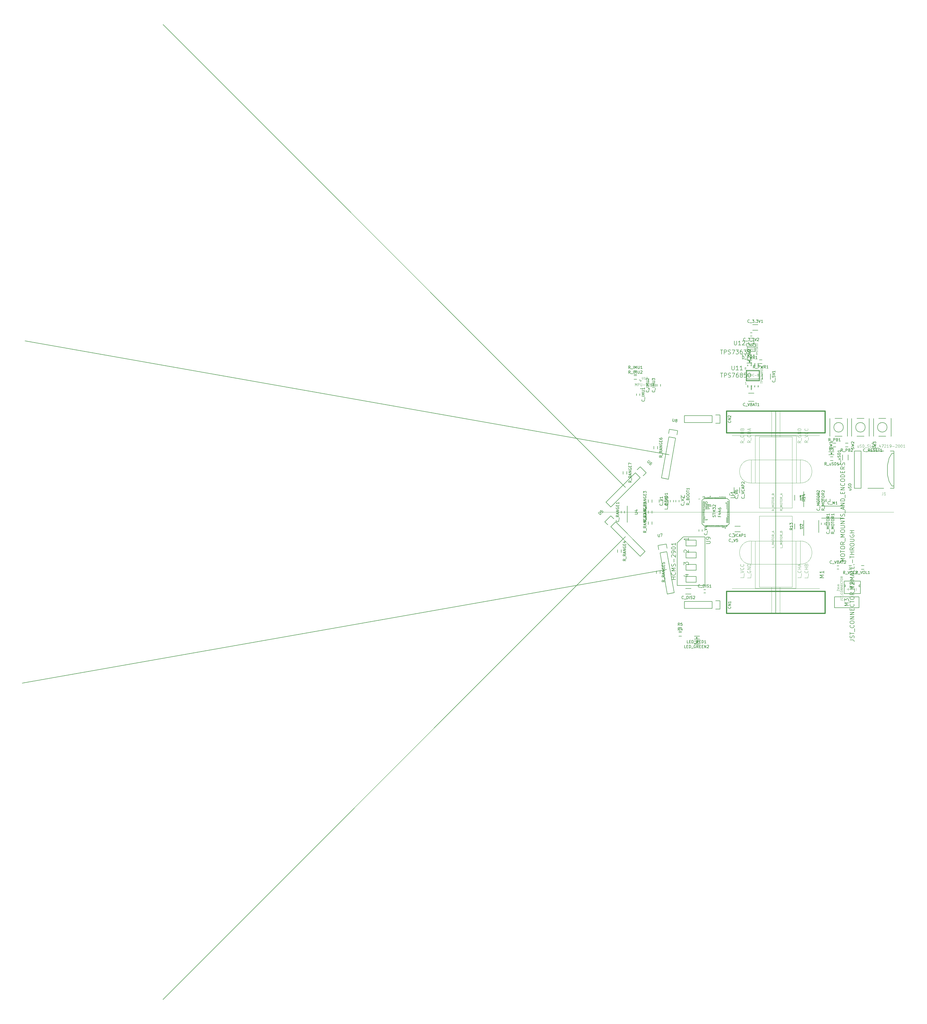
<source format=gbr>
G04 #@! TF.FileFunction,Legend,Top*
%FSLAX46Y46*%
G04 Gerber Fmt 4.6, Leading zero omitted, Abs format (unit mm)*
G04 Created by KiCad (PCBNEW 4.0.2-stable) date 3/31/2016 10:50:00 PM*
%MOMM*%
G01*
G04 APERTURE LIST*
%ADD10C,0.100000*%
%ADD11C,0.406400*%
%ADD12C,0.127000*%
%ADD13C,0.150000*%
%ADD14C,0.101600*%
%ADD15C,0.065024*%
%ADD16C,0.073152*%
%ADD17C,0.024384*%
%ADD18C,0.097536*%
%ADD19C,0.050000*%
%ADD20C,0.142240*%
%ADD21C,0.128016*%
%ADD22C,0.020320*%
%ADD23C,0.040640*%
%ADD24C,0.064000*%
G04 APERTURE END LIST*
D10*
X242160000Y-90000000D02*
X134000000Y-90000000D01*
X205000000Y-88500000D02*
X205000000Y-62500000D01*
X205000000Y-62500000D02*
X200500000Y-62500000D01*
X200500000Y-62500000D02*
X197500000Y-62500000D01*
X197500000Y-62500000D02*
X193000000Y-62500000D01*
X193000000Y-62500000D02*
X193000000Y-88500000D01*
X193000000Y-88500000D02*
X205000000Y-88500000D01*
X206500000Y-62100000D02*
X191500000Y-62100000D01*
X191500000Y-62100000D02*
X191500000Y-70900000D01*
X191500000Y-70900000D02*
X191500000Y-79400000D01*
X190000000Y-79400000D02*
X191500000Y-79400000D01*
X191500000Y-79400000D02*
X206500000Y-79400000D01*
X206500000Y-79400000D02*
X206500000Y-70900000D01*
X206500000Y-70900000D02*
X206500000Y-62100000D01*
X191500000Y-70900000D02*
X190000000Y-70900000D01*
X190000000Y-70900000D02*
X190000000Y-79400000D01*
X190000000Y-70900000D02*
G75*
G03X190000000Y-79400000I0J-4250000D01*
G01*
X208000000Y-79400000D02*
X206500000Y-79400000D01*
X208000000Y-70900000D02*
X206500000Y-70900000D01*
X208000000Y-70900000D02*
X208000000Y-79400000D01*
X208000000Y-79400000D02*
G75*
G03X208000000Y-70900000I0J4250000D01*
G01*
X193000000Y-91500000D02*
X193000000Y-117500000D01*
X193000000Y-117500000D02*
X197500000Y-117500000D01*
X197500000Y-117500000D02*
X200500000Y-117500000D01*
X200500000Y-117500000D02*
X205000000Y-117500000D01*
X205000000Y-117500000D02*
X205000000Y-91500000D01*
X205000000Y-91500000D02*
X193000000Y-91500000D01*
X200500000Y-126990000D02*
X200500000Y-117500000D01*
X197500000Y-117500000D02*
X197500000Y-126990000D01*
X200500000Y-127000000D02*
X199000000Y-127000000D01*
X199000000Y-127000000D02*
X197500000Y-127000000D01*
X191500000Y-117900000D02*
X206400000Y-117900000D01*
X206400000Y-117900000D02*
X206400000Y-109100000D01*
X206400000Y-109100000D02*
X206400000Y-100600000D01*
X208000000Y-100600000D02*
X206400000Y-100600000D01*
X206400000Y-100600000D02*
X191500000Y-100600000D01*
X191500000Y-100600000D02*
X191500000Y-109100000D01*
X191500000Y-109100000D02*
X191500000Y-117900000D01*
X206400000Y-109100000D02*
X208000000Y-109100000D01*
X208000000Y-109100000D02*
X208000000Y-100600000D01*
X208000000Y-109100000D02*
G75*
G03X208000000Y-100600000I0J4250000D01*
G01*
X190000000Y-100600000D02*
X191500000Y-100600000D01*
X190000000Y-109100000D02*
X191500000Y-109100000D01*
X190000000Y-109100000D02*
X190000000Y-100600000D01*
X190000000Y-100600000D02*
G75*
G03X190000000Y-109100000I0J-4250000D01*
G01*
X215000000Y-62000000D02*
X183000000Y-62000000D01*
X183000000Y-118000000D02*
X215000000Y-118000000D01*
D11*
X181000000Y-127000000D02*
X181000000Y-119000000D01*
X181000000Y-119000000D02*
X217000000Y-119000000D01*
X217000000Y-119000000D02*
X217000000Y-127000000D01*
X217000000Y-127000000D02*
X199000000Y-127000000D01*
X199000000Y-127000000D02*
X181000000Y-127000000D01*
D10*
X197500000Y-53010000D02*
X197500000Y-62500000D01*
X200500000Y-62500000D02*
X200500000Y-53010000D01*
X197500000Y-53000000D02*
X199000000Y-53000000D01*
X199000000Y-53000000D02*
X200500000Y-53000000D01*
D11*
X217000000Y-53000000D02*
X217000000Y-61000000D01*
X217000000Y-61000000D02*
X181000000Y-61000000D01*
X181000000Y-61000000D02*
X181000000Y-53000000D01*
X181000000Y-53000000D02*
X199000000Y-53000000D01*
X199000000Y-53000000D02*
X217000000Y-53000000D01*
D12*
X199000000Y-127000000D02*
X199000000Y-53000000D01*
D10*
X191500000Y-70900000D02*
X206500000Y-70900000D01*
X206400000Y-109100000D02*
X191500000Y-109100000D01*
D13*
X160000000Y-69000000D02*
X-75822065Y-27418207D01*
X162353372Y-62967004D02*
X159706974Y-77975474D01*
X159706974Y-77975474D02*
X157205562Y-77534408D01*
X157205562Y-77534408D02*
X159851960Y-62525938D01*
X163118806Y-60238468D02*
X162849651Y-61764920D01*
X162353372Y-62967004D02*
X159851960Y-62525938D01*
X159796747Y-61226610D02*
X160065902Y-59700158D01*
X160065902Y-59700158D02*
X163118806Y-60238468D01*
X144000000Y-99000000D02*
X-25323790Y-268323790D01*
X140407898Y-93611846D02*
X151184205Y-104388154D01*
X151184205Y-104388154D02*
X149388154Y-106184205D01*
X149388154Y-106184205D02*
X138611846Y-95407898D01*
X138611846Y-91419815D02*
X139707862Y-92515831D01*
X140407898Y-93611846D02*
X138611846Y-95407898D01*
X137515831Y-94707862D02*
X136419815Y-93611846D01*
X136419815Y-93611846D02*
X138611846Y-91419815D01*
X144000000Y-81000000D02*
X-25323790Y88323790D01*
X149388154Y-77407898D02*
X138611846Y-88184205D01*
X138611846Y-88184205D02*
X136815795Y-86388154D01*
X136815795Y-86388154D02*
X147592102Y-75611846D01*
X151580185Y-75611846D02*
X150484169Y-76707862D01*
X149388154Y-77407898D02*
X147592102Y-75611846D01*
X148292138Y-74515831D02*
X149388154Y-73419815D01*
X149388154Y-73419815D02*
X151580185Y-75611846D01*
X159000000Y-111000000D02*
X-76822065Y-152581793D01*
X159148040Y-104525938D02*
X161794438Y-119534408D01*
X161794438Y-119534408D02*
X159293026Y-119975474D01*
X159293026Y-119975474D02*
X156646628Y-104967004D01*
X158934098Y-101700158D02*
X159203253Y-103226610D01*
X159148040Y-104525938D02*
X156646628Y-104967004D01*
X156150349Y-103764920D02*
X155881194Y-102238468D01*
X155881194Y-102238468D02*
X158934098Y-101700158D01*
D12*
X188550000Y-31300000D02*
X191450000Y-31300000D01*
X191450000Y-31300000D02*
X191450000Y-29700000D01*
X191450000Y-29700000D02*
X188550000Y-29700000D01*
X188550000Y-29700000D02*
X188550000Y-31300000D01*
X188180000Y-42070000D02*
X193080000Y-42070000D01*
X193080000Y-42070000D02*
X193080000Y-41870000D01*
X193080000Y-41870000D02*
X193080000Y-38170000D01*
X193080000Y-38170000D02*
X188180000Y-38170000D01*
X188180000Y-38170000D02*
X188180000Y-41870000D01*
X188180000Y-41870000D02*
X188180000Y-42070000D01*
X188180000Y-38170000D02*
X188380000Y-38370000D01*
X188380000Y-38370000D02*
X192880000Y-38370000D01*
X193080000Y-38170000D02*
X192880000Y-38370000D01*
X192880000Y-38370000D02*
X192880000Y-41370000D01*
X192880000Y-41370000D02*
X193080000Y-41870000D01*
X193080000Y-41870000D02*
X188180000Y-41870000D01*
X188180000Y-41870000D02*
X188380000Y-41370000D01*
X188380000Y-38370000D02*
X188380000Y-41370000D01*
X188380000Y-41370000D02*
X192880000Y-41370000D01*
X149530000Y-42220000D02*
X149530000Y-41920000D01*
X149530000Y-41920000D02*
X149830000Y-41920000D01*
X152230000Y-41920000D02*
X152530000Y-41920000D01*
X152230000Y-44920000D02*
X152530000Y-44920000D01*
X149530000Y-44920000D02*
X149830000Y-44920000D01*
X149530000Y-44920000D02*
X149530000Y-44620000D01*
X152530000Y-44920000D02*
X152530000Y-44620000D01*
X152530000Y-42220000D02*
X152530000Y-41920000D01*
D10*
X149430000Y-41720000D02*
G75*
G03X149430000Y-41720000I-200000J0D01*
G01*
D12*
X162920000Y-101332500D02*
X162920000Y-116890000D01*
X162920000Y-116890000D02*
X173080000Y-116890000D01*
X173080000Y-116890000D02*
X173080000Y-99110000D01*
X173080000Y-99110000D02*
X165142500Y-99110000D01*
X166145800Y-100278400D02*
X166145800Y-102386600D01*
X166145800Y-102386600D02*
X169854200Y-102386600D01*
X169854200Y-102386600D02*
X169854200Y-100278400D01*
X169854200Y-100278400D02*
X166145800Y-100278400D01*
X166145800Y-104723400D02*
X166145800Y-106831600D01*
X166145800Y-106831600D02*
X169854200Y-106831600D01*
X169854200Y-106831600D02*
X169854200Y-104723400D01*
X169854200Y-104723400D02*
X166145800Y-104723400D01*
X166145800Y-109168400D02*
X166145800Y-111276600D01*
X166145800Y-111276600D02*
X169854200Y-111276600D01*
X169854200Y-111276600D02*
X169854200Y-109168400D01*
X169854200Y-109168400D02*
X166145800Y-109168400D01*
X166145800Y-113613400D02*
X166145800Y-115721600D01*
X166145800Y-115721600D02*
X169854200Y-115721600D01*
X169854200Y-115721600D02*
X169854200Y-113613400D01*
X169854200Y-113613400D02*
X166145800Y-113613400D01*
X165142500Y-99110000D02*
X162920000Y-101332500D01*
D13*
X214725000Y-87000000D02*
X214725000Y-82500000D01*
X209275000Y-88125000D02*
X209275000Y-82500000D01*
X214725000Y-97500000D02*
X214725000Y-93000000D01*
X209275000Y-98625000D02*
X209275000Y-93000000D01*
D12*
X174000000Y-86600000D02*
G75*
G03X174000000Y-86600000I-400000J0D01*
G01*
X181250000Y-85000000D02*
X172750000Y-85000000D01*
X172000000Y-85750000D02*
X172000000Y-94250000D01*
X172750000Y-95000000D02*
X181250000Y-95000000D01*
X182000000Y-94250000D02*
X182000000Y-85750000D01*
X181250000Y-85000000D02*
X182000000Y-85750000D01*
X182000000Y-94250000D02*
X181250000Y-95000000D01*
X172000000Y-94250000D02*
X172750000Y-95000000D01*
X172750000Y-85000000D02*
X172000000Y-85750000D01*
X229950000Y-119800000D02*
X229950000Y-115300000D01*
X224050000Y-115300000D02*
X224050000Y-119800000D01*
X224050000Y-119800000D02*
X229950000Y-119800000D01*
X224050000Y-115300000D02*
X226700000Y-115300000D01*
X226700000Y-115300000D02*
X227300000Y-115300000D01*
X227300000Y-115300000D02*
X229950000Y-115300000D01*
X224100000Y-117300000D02*
X224500000Y-117300000D01*
X224100000Y-116700000D02*
X224500000Y-116700000D01*
X224500000Y-117300000D02*
X224500000Y-116700000D01*
X226700000Y-115300000D02*
X226700000Y-115750000D01*
X227300000Y-115300000D02*
X227300000Y-115750000D01*
X226700000Y-115750000D02*
X227300000Y-115750000D01*
X229900000Y-117300000D02*
X229500000Y-117300000D01*
X229900000Y-116700000D02*
X229500000Y-116700000D01*
X229500000Y-117300000D02*
X229500000Y-116700000D01*
D13*
X171100000Y-135450000D02*
X169200000Y-135450000D01*
X171100000Y-136550000D02*
X169200000Y-136550000D01*
X170200000Y-136000000D02*
X169750000Y-136000000D01*
X170250000Y-136250000D02*
X170250000Y-135750000D01*
X170250000Y-136000000D02*
X170000000Y-136250000D01*
X170000000Y-136250000D02*
X170000000Y-135750000D01*
X170000000Y-135750000D02*
X170250000Y-136000000D01*
X171100000Y-137200000D02*
X169200000Y-137200000D01*
X171100000Y-138300000D02*
X169200000Y-138300000D01*
X170200000Y-137750000D02*
X169750000Y-137750000D01*
X170250000Y-138000000D02*
X170250000Y-137500000D01*
X170250000Y-137750000D02*
X170000000Y-138000000D01*
X170000000Y-138000000D02*
X170000000Y-137500000D01*
X170000000Y-137500000D02*
X170250000Y-137750000D01*
D12*
X242250000Y-81300000D02*
X242250000Y-67700000D01*
X227750000Y-81300000D02*
X227750000Y-67700000D01*
X227800000Y-81300000D02*
X230200000Y-81300000D01*
X242300000Y-81300000D02*
X240900000Y-81300000D01*
X238500000Y-81300000D02*
X232700000Y-81300000D01*
X227800000Y-67700000D02*
X230200000Y-67700000D01*
X240900000Y-67700000D02*
X242300000Y-67700000D01*
X232700000Y-67700000D02*
X238500000Y-67700000D01*
X242200000Y-80500000D02*
X241500000Y-80500000D01*
X242200000Y-68500000D02*
X241500000Y-68500000D01*
X241500000Y-80500000D02*
X240500000Y-78800000D01*
X240500000Y-78800000D02*
X239900000Y-76400000D01*
X239900000Y-76400000D02*
X239900000Y-72900000D01*
X239900000Y-72900000D02*
X240500000Y-70300000D01*
X240500000Y-70300000D02*
X241500000Y-68500000D01*
X230200000Y-81300000D02*
X230200000Y-67700000D01*
D13*
X188400000Y-35550000D02*
X190300000Y-35550000D01*
X188400000Y-34450000D02*
X190300000Y-34450000D01*
X189300000Y-35000000D02*
X189750000Y-35000000D01*
X189250000Y-34750000D02*
X189250000Y-35250000D01*
X189250000Y-35000000D02*
X189500000Y-34750000D01*
X189500000Y-34750000D02*
X189500000Y-35250000D01*
X189500000Y-35250000D02*
X189250000Y-35000000D01*
X218400000Y-69050000D02*
X220300000Y-69050000D01*
X218400000Y-67950000D02*
X220300000Y-67950000D01*
X219300000Y-68500000D02*
X219750000Y-68500000D01*
X219250000Y-68250000D02*
X219250000Y-68750000D01*
X219250000Y-68500000D02*
X219500000Y-68250000D01*
X219500000Y-68250000D02*
X219500000Y-68750000D01*
X219500000Y-68750000D02*
X219250000Y-68500000D01*
X177000000Y-54450000D02*
X178550000Y-54450000D01*
X178550000Y-54450000D02*
X178550000Y-57550000D01*
X178550000Y-57550000D02*
X177000000Y-57550000D01*
X175730000Y-57270000D02*
X165570000Y-57270000D01*
X165570000Y-57270000D02*
X165570000Y-54730000D01*
X165570000Y-54730000D02*
X175730000Y-54730000D01*
X175730000Y-57270000D02*
X175730000Y-54730000D01*
X177000000Y-122450000D02*
X178550000Y-122450000D01*
X178550000Y-122450000D02*
X178550000Y-125550000D01*
X178550000Y-125550000D02*
X177000000Y-125550000D01*
X175730000Y-125270000D02*
X165570000Y-125270000D01*
X165570000Y-125270000D02*
X165570000Y-122730000D01*
X165570000Y-122730000D02*
X175730000Y-122730000D01*
X175730000Y-125270000D02*
X175730000Y-122730000D01*
X151375000Y-92225000D02*
X151375000Y-87775000D01*
X144625000Y-93750000D02*
X144625000Y-87775000D01*
D12*
X220500000Y-121000000D02*
X220500000Y-125000000D01*
X220500000Y-125000000D02*
X229500000Y-125000000D01*
X229500000Y-125000000D02*
X229500000Y-121000000D01*
X229500000Y-121000000D02*
X220500000Y-121000000D01*
D13*
X223750714Y-59000000D02*
G75*
G03X223750714Y-59000000I-1750714J0D01*
G01*
X218775000Y-55775000D02*
X218800000Y-55775000D01*
X225225000Y-55775000D02*
X225200000Y-55775000D01*
X225225000Y-62225000D02*
X225200000Y-62225000D01*
X218800000Y-62225000D02*
X218775000Y-62225000D01*
X220700000Y-55775000D02*
X223300000Y-55775000D01*
X218775000Y-62225000D02*
X218775000Y-55775000D01*
X220700000Y-62225000D02*
X223300000Y-62225000D01*
X225225000Y-62225000D02*
X225225000Y-55775000D01*
X231750714Y-59000000D02*
G75*
G03X231750714Y-59000000I-1750714J0D01*
G01*
X226775000Y-55775000D02*
X226800000Y-55775000D01*
X233225000Y-55775000D02*
X233200000Y-55775000D01*
X233225000Y-62225000D02*
X233200000Y-62225000D01*
X226800000Y-62225000D02*
X226775000Y-62225000D01*
X228700000Y-55775000D02*
X231300000Y-55775000D01*
X226775000Y-62225000D02*
X226775000Y-55775000D01*
X228700000Y-62225000D02*
X231300000Y-62225000D01*
X233225000Y-62225000D02*
X233225000Y-55775000D01*
X239750714Y-59000000D02*
G75*
G03X239750714Y-59000000I-1750714J0D01*
G01*
X234775000Y-55775000D02*
X234800000Y-55775000D01*
X241225000Y-55775000D02*
X241200000Y-55775000D01*
X241225000Y-62225000D02*
X241200000Y-62225000D01*
X234800000Y-62225000D02*
X234775000Y-62225000D01*
X236700000Y-55775000D02*
X239300000Y-55775000D01*
X234775000Y-62225000D02*
X234775000Y-55775000D01*
X236700000Y-62225000D02*
X239300000Y-62225000D01*
X241225000Y-62225000D02*
X241225000Y-55775000D01*
X192500000Y-21475000D02*
X190500000Y-21475000D01*
X190500000Y-23525000D02*
X192500000Y-23525000D01*
X166000000Y-120025000D02*
X168000000Y-120025000D01*
X168000000Y-117975000D02*
X166000000Y-117975000D01*
X223475000Y-69000000D02*
X223475000Y-71000000D01*
X225525000Y-71000000D02*
X225525000Y-69000000D01*
X184000000Y-97275000D02*
X186000000Y-97275000D01*
X186000000Y-95225000D02*
X184000000Y-95225000D01*
X185775000Y-83000000D02*
X185775000Y-81000000D01*
X183725000Y-81000000D02*
X183725000Y-83000000D01*
X156325000Y-86500000D02*
X156325000Y-85500000D01*
X157675000Y-85500000D02*
X157675000Y-86500000D01*
X164500000Y-135425000D02*
X163500000Y-135425000D01*
X163500000Y-134075000D02*
X164500000Y-134075000D01*
X164500000Y-133675000D02*
X163500000Y-133675000D01*
X163500000Y-132325000D02*
X164500000Y-132325000D01*
X164325000Y-84790000D02*
X164325000Y-83790000D01*
X165675000Y-83790000D02*
X165675000Y-84790000D01*
X148100000Y-39675000D02*
X147100000Y-39675000D01*
X147100000Y-38325000D02*
X148100000Y-38325000D01*
X148100000Y-41425000D02*
X147100000Y-41425000D01*
X147100000Y-40075000D02*
X148100000Y-40075000D01*
X217325000Y-94750000D02*
X217325000Y-93750000D01*
X218675000Y-93750000D02*
X218675000Y-94750000D01*
X218925000Y-85250000D02*
X218925000Y-86250000D01*
X217575000Y-86250000D02*
X217575000Y-85250000D01*
X221000000Y-66175000D02*
X220000000Y-66175000D01*
X220000000Y-64825000D02*
X221000000Y-64825000D01*
X224500000Y-64825000D02*
X225500000Y-64825000D01*
X225500000Y-66175000D02*
X224500000Y-66175000D01*
X193000000Y-34325000D02*
X194000000Y-34325000D01*
X194000000Y-35675000D02*
X193000000Y-35675000D01*
X153675000Y-89500000D02*
X153675000Y-90500000D01*
X152325000Y-90500000D02*
X152325000Y-89500000D01*
X153675000Y-93500000D02*
X153675000Y-94500000D01*
X152325000Y-94500000D02*
X152325000Y-93500000D01*
X153675000Y-85500000D02*
X153675000Y-86500000D01*
X152325000Y-86500000D02*
X152325000Y-85500000D01*
X141095000Y-104770000D02*
X141095000Y-103770000D01*
X142445000Y-103770000D02*
X142445000Y-104770000D01*
X155325000Y-112500000D02*
X155325000Y-111500000D01*
X156675000Y-111500000D02*
X156675000Y-112500000D01*
X154395000Y-66910000D02*
X154395000Y-65910000D01*
X155745000Y-65910000D02*
X155745000Y-66910000D01*
X143155000Y-76130000D02*
X143155000Y-75130000D01*
X144505000Y-75130000D02*
X144505000Y-76130000D01*
X219000000Y-69825000D02*
X220000000Y-69825000D01*
X220000000Y-71175000D02*
X219000000Y-71175000D01*
X230360000Y-109565000D02*
X231360000Y-109565000D01*
X231360000Y-110915000D02*
X230360000Y-110915000D01*
X225750000Y-109575000D02*
X226750000Y-109575000D01*
X226750000Y-110925000D02*
X225750000Y-110925000D01*
X221400000Y-109650000D02*
X222100000Y-109650000D01*
X222100000Y-110850000D02*
X221400000Y-110850000D01*
X183350000Y-83150000D02*
X183350000Y-83850000D01*
X182150000Y-83850000D02*
X182150000Y-83150000D01*
X183850000Y-99100000D02*
X183150000Y-99100000D01*
X183150000Y-97900000D02*
X183850000Y-97900000D01*
X172100000Y-96400000D02*
X172100000Y-97100000D01*
X170900000Y-97100000D02*
X170900000Y-96400000D01*
X160400000Y-86350000D02*
X160400000Y-85650000D01*
X161600000Y-85650000D02*
X161600000Y-86350000D01*
X163600000Y-85650000D02*
X163600000Y-86350000D01*
X162400000Y-86350000D02*
X162400000Y-85650000D01*
X158400000Y-86350000D02*
X158400000Y-85650000D01*
X159600000Y-85650000D02*
X159600000Y-86350000D01*
X234850000Y-66100000D02*
X234150000Y-66100000D01*
X234150000Y-64900000D02*
X234850000Y-64900000D01*
X142400000Y-90350000D02*
X142400000Y-89650000D01*
X143600000Y-89650000D02*
X143600000Y-90350000D01*
X215900000Y-86100000D02*
X215900000Y-85400000D01*
X217100000Y-85400000D02*
X217100000Y-86100000D01*
X216850000Y-93900000D02*
X216850000Y-94600000D01*
X215650000Y-94600000D02*
X215650000Y-93900000D01*
X155600000Y-43950000D02*
X155600000Y-43250000D01*
X156800000Y-43250000D02*
X156800000Y-43950000D01*
X149200000Y-46650000D02*
X149200000Y-47350000D01*
X148000000Y-47350000D02*
X148000000Y-46650000D01*
X172650000Y-118400000D02*
X173350000Y-118400000D01*
X173350000Y-119600000D02*
X172650000Y-119600000D01*
X188010000Y-32220000D02*
X188010000Y-32920000D01*
X186810000Y-32920000D02*
X186810000Y-32220000D01*
X190350000Y-25600000D02*
X189650000Y-25600000D01*
X189650000Y-24400000D02*
X190350000Y-24400000D01*
X190350000Y-27600000D02*
X189650000Y-27600000D01*
X189650000Y-26400000D02*
X190350000Y-26400000D01*
X215800000Y-92200000D02*
X223800000Y-92200000D01*
X223800000Y-87800000D02*
X215700000Y-87800000D01*
X208075000Y-94250000D02*
X208075000Y-96250000D01*
X205925000Y-96250000D02*
X205925000Y-94250000D01*
X205925000Y-85750000D02*
X205925000Y-83750000D01*
X208075000Y-83750000D02*
X208075000Y-85750000D01*
X197075000Y-41400000D02*
X197075000Y-39400000D01*
X194125000Y-39400000D02*
X194125000Y-41400000D01*
X189000000Y-49475000D02*
X191000000Y-49475000D01*
X191000000Y-46525000D02*
X189000000Y-46525000D01*
X153350000Y-43100000D02*
X153350000Y-44100000D01*
X155050000Y-44100000D02*
X155050000Y-43100000D01*
X216639429Y-114093714D02*
X215115429Y-114093714D01*
X216204000Y-113585714D01*
X215115429Y-113077714D01*
X216639429Y-113077714D01*
X216639429Y-111553714D02*
X216639429Y-112424571D01*
X216639429Y-111989143D02*
X215115429Y-111989143D01*
X215333143Y-112134286D01*
X215478286Y-112279428D01*
X215550857Y-112424571D01*
X224259429Y-107961427D02*
X222735429Y-107961427D01*
X223824000Y-107453427D01*
X222735429Y-106945427D01*
X224259429Y-106945427D01*
X222735429Y-105929427D02*
X222735429Y-105639141D01*
X222808000Y-105493999D01*
X222953143Y-105348856D01*
X223243429Y-105276284D01*
X223751429Y-105276284D01*
X224041714Y-105348856D01*
X224186857Y-105493999D01*
X224259429Y-105639141D01*
X224259429Y-105929427D01*
X224186857Y-106074570D01*
X224041714Y-106219713D01*
X223751429Y-106292284D01*
X223243429Y-106292284D01*
X222953143Y-106219713D01*
X222808000Y-106074570D01*
X222735429Y-105929427D01*
X222735429Y-104840856D02*
X222735429Y-103969999D01*
X224259429Y-104405428D02*
X222735429Y-104405428D01*
X222735429Y-103171713D02*
X222735429Y-102881427D01*
X222808000Y-102736285D01*
X222953143Y-102591142D01*
X223243429Y-102518570D01*
X223751429Y-102518570D01*
X224041714Y-102591142D01*
X224186857Y-102736285D01*
X224259429Y-102881427D01*
X224259429Y-103171713D01*
X224186857Y-103316856D01*
X224041714Y-103461999D01*
X223751429Y-103534570D01*
X223243429Y-103534570D01*
X222953143Y-103461999D01*
X222808000Y-103316856D01*
X222735429Y-103171713D01*
X224259429Y-100994571D02*
X223533714Y-101502571D01*
X224259429Y-101865428D02*
X222735429Y-101865428D01*
X222735429Y-101284856D01*
X222808000Y-101139714D01*
X222880571Y-101067142D01*
X223025714Y-100994571D01*
X223243429Y-100994571D01*
X223388571Y-101067142D01*
X223461143Y-101139714D01*
X223533714Y-101284856D01*
X223533714Y-101865428D01*
X224404571Y-100704285D02*
X224404571Y-99543142D01*
X224259429Y-99180285D02*
X222735429Y-99180285D01*
X223824000Y-98672285D01*
X222735429Y-98164285D01*
X224259429Y-98164285D01*
X222735429Y-97148285D02*
X222735429Y-96857999D01*
X222808000Y-96712857D01*
X222953143Y-96567714D01*
X223243429Y-96495142D01*
X223751429Y-96495142D01*
X224041714Y-96567714D01*
X224186857Y-96712857D01*
X224259429Y-96857999D01*
X224259429Y-97148285D01*
X224186857Y-97293428D01*
X224041714Y-97438571D01*
X223751429Y-97511142D01*
X223243429Y-97511142D01*
X222953143Y-97438571D01*
X222808000Y-97293428D01*
X222735429Y-97148285D01*
X222735429Y-95842000D02*
X223969143Y-95842000D01*
X224114286Y-95769428D01*
X224186857Y-95696857D01*
X224259429Y-95551714D01*
X224259429Y-95261428D01*
X224186857Y-95116286D01*
X224114286Y-95043714D01*
X223969143Y-94971143D01*
X222735429Y-94971143D01*
X224259429Y-94245429D02*
X222735429Y-94245429D01*
X224259429Y-93374572D01*
X222735429Y-93374572D01*
X222735429Y-92866572D02*
X222735429Y-91995715D01*
X224259429Y-92431144D02*
X222735429Y-92431144D01*
X224186857Y-91560286D02*
X224259429Y-91342572D01*
X224259429Y-90979715D01*
X224186857Y-90834572D01*
X224114286Y-90762001D01*
X223969143Y-90689429D01*
X223824000Y-90689429D01*
X223678857Y-90762001D01*
X223606286Y-90834572D01*
X223533714Y-90979715D01*
X223461143Y-91270001D01*
X223388571Y-91415143D01*
X223316000Y-91487715D01*
X223170857Y-91560286D01*
X223025714Y-91560286D01*
X222880571Y-91487715D01*
X222808000Y-91415143D01*
X222735429Y-91270001D01*
X222735429Y-90907143D01*
X222808000Y-90689429D01*
X224404571Y-90399143D02*
X224404571Y-89238000D01*
X223824000Y-88947714D02*
X223824000Y-88222000D01*
X224259429Y-89092857D02*
X222735429Y-88584857D01*
X224259429Y-88076857D01*
X224259429Y-87568857D02*
X222735429Y-87568857D01*
X224259429Y-86698000D01*
X222735429Y-86698000D01*
X224259429Y-85972286D02*
X222735429Y-85972286D01*
X222735429Y-85609429D01*
X222808000Y-85391714D01*
X222953143Y-85246572D01*
X223098286Y-85174000D01*
X223388571Y-85101429D01*
X223606286Y-85101429D01*
X223896571Y-85174000D01*
X224041714Y-85246572D01*
X224186857Y-85391714D01*
X224259429Y-85609429D01*
X224259429Y-85972286D01*
X224404571Y-84811143D02*
X224404571Y-83650000D01*
X223461143Y-83287143D02*
X223461143Y-82779143D01*
X224259429Y-82561429D02*
X224259429Y-83287143D01*
X222735429Y-83287143D01*
X222735429Y-82561429D01*
X224259429Y-81908286D02*
X222735429Y-81908286D01*
X224259429Y-81037429D01*
X222735429Y-81037429D01*
X224114286Y-79440858D02*
X224186857Y-79513429D01*
X224259429Y-79731143D01*
X224259429Y-79876286D01*
X224186857Y-80094001D01*
X224041714Y-80239143D01*
X223896571Y-80311715D01*
X223606286Y-80384286D01*
X223388571Y-80384286D01*
X223098286Y-80311715D01*
X222953143Y-80239143D01*
X222808000Y-80094001D01*
X222735429Y-79876286D01*
X222735429Y-79731143D01*
X222808000Y-79513429D01*
X222880571Y-79440858D01*
X222735429Y-78497429D02*
X222735429Y-78207143D01*
X222808000Y-78062001D01*
X222953143Y-77916858D01*
X223243429Y-77844286D01*
X223751429Y-77844286D01*
X224041714Y-77916858D01*
X224186857Y-78062001D01*
X224259429Y-78207143D01*
X224259429Y-78497429D01*
X224186857Y-78642572D01*
X224041714Y-78787715D01*
X223751429Y-78860286D01*
X223243429Y-78860286D01*
X222953143Y-78787715D01*
X222808000Y-78642572D01*
X222735429Y-78497429D01*
X224259429Y-77191144D02*
X222735429Y-77191144D01*
X222735429Y-76828287D01*
X222808000Y-76610572D01*
X222953143Y-76465430D01*
X223098286Y-76392858D01*
X223388571Y-76320287D01*
X223606286Y-76320287D01*
X223896571Y-76392858D01*
X224041714Y-76465430D01*
X224186857Y-76610572D01*
X224259429Y-76828287D01*
X224259429Y-77191144D01*
X223461143Y-75667144D02*
X223461143Y-75159144D01*
X224259429Y-74941430D02*
X224259429Y-75667144D01*
X222735429Y-75667144D01*
X222735429Y-74941430D01*
X224259429Y-73417430D02*
X223533714Y-73925430D01*
X224259429Y-74288287D02*
X222735429Y-74288287D01*
X222735429Y-73707715D01*
X222808000Y-73562573D01*
X222880571Y-73490001D01*
X223025714Y-73417430D01*
X223243429Y-73417430D01*
X223388571Y-73490001D01*
X223461143Y-73562573D01*
X223533714Y-73707715D01*
X223533714Y-74288287D01*
X224186857Y-72836858D02*
X224259429Y-72619144D01*
X224259429Y-72256287D01*
X224186857Y-72111144D01*
X224114286Y-72038573D01*
X223969143Y-71966001D01*
X223824000Y-71966001D01*
X223678857Y-72038573D01*
X223606286Y-72111144D01*
X223533714Y-72256287D01*
X223461143Y-72546573D01*
X223388571Y-72691715D01*
X223316000Y-72764287D01*
X223170857Y-72836858D01*
X223025714Y-72836858D01*
X222880571Y-72764287D01*
X222808000Y-72691715D01*
X222735429Y-72546573D01*
X222735429Y-72183715D01*
X222808000Y-71966001D01*
D14*
X187285798Y-113399749D02*
X187285798Y-113974273D01*
X186079298Y-113974273D01*
X187400702Y-113284845D02*
X187400702Y-112365607D01*
X186079298Y-112250702D02*
X187285798Y-111848536D01*
X186079298Y-111446369D01*
X187170893Y-110354774D02*
X187228345Y-110412226D01*
X187285798Y-110584583D01*
X187285798Y-110699488D01*
X187228345Y-110871845D01*
X187113440Y-110986750D01*
X186998536Y-111044202D01*
X186768726Y-111101654D01*
X186596369Y-111101654D01*
X186366560Y-111044202D01*
X186251655Y-110986750D01*
X186136750Y-110871845D01*
X186079298Y-110699488D01*
X186079298Y-110584583D01*
X186136750Y-110412226D01*
X186194202Y-110354774D01*
X187170893Y-109148274D02*
X187228345Y-109205726D01*
X187285798Y-109378083D01*
X187285798Y-109492988D01*
X187228345Y-109665345D01*
X187113440Y-109780250D01*
X186998536Y-109837702D01*
X186768726Y-109895154D01*
X186596369Y-109895154D01*
X186366560Y-109837702D01*
X186251655Y-109780250D01*
X186136750Y-109665345D01*
X186079298Y-109492988D01*
X186079298Y-109378083D01*
X186136750Y-109205726D01*
X186194202Y-109148274D01*
X189825798Y-113514654D02*
X189825798Y-114089178D01*
X188619298Y-114089178D01*
X189940702Y-113399750D02*
X189940702Y-112480512D01*
X188676750Y-111561274D02*
X188619298Y-111676179D01*
X188619298Y-111848536D01*
X188676750Y-112020893D01*
X188791655Y-112135798D01*
X188906560Y-112193250D01*
X189136369Y-112250702D01*
X189308726Y-112250702D01*
X189538536Y-112193250D01*
X189653440Y-112135798D01*
X189768345Y-112020893D01*
X189825798Y-111848536D01*
X189825798Y-111733631D01*
X189768345Y-111561274D01*
X189710893Y-111503822D01*
X189308726Y-111503822D01*
X189308726Y-111733631D01*
X189825798Y-110986750D02*
X188619298Y-110986750D01*
X189825798Y-110297322D01*
X188619298Y-110297322D01*
X189825798Y-109722798D02*
X188619298Y-109722798D01*
X188619298Y-109435536D01*
X188676750Y-109263179D01*
X188791655Y-109148274D01*
X188906560Y-109090822D01*
X189136369Y-109033370D01*
X189308726Y-109033370D01*
X189538536Y-109090822D01*
X189653440Y-109148274D01*
X189768345Y-109263179D01*
X189825798Y-109435536D01*
X189825798Y-109722798D01*
X208240798Y-113428475D02*
X208240798Y-114002999D01*
X207034298Y-114002999D01*
X208355702Y-113313571D02*
X208355702Y-112394333D01*
X208125893Y-111417643D02*
X208183345Y-111475095D01*
X208240798Y-111647452D01*
X208240798Y-111762357D01*
X208183345Y-111934714D01*
X208068440Y-112049619D01*
X207953536Y-112107071D01*
X207723726Y-112164523D01*
X207551369Y-112164523D01*
X207321560Y-112107071D01*
X207206655Y-112049619D01*
X207091750Y-111934714D01*
X207034298Y-111762357D01*
X207034298Y-111647452D01*
X207091750Y-111475095D01*
X207149202Y-111417643D01*
X208240798Y-110900571D02*
X207034298Y-110900571D01*
X207608821Y-110900571D02*
X207608821Y-110211143D01*
X208240798Y-110211143D02*
X207034298Y-110211143D01*
X207896083Y-109694071D02*
X207896083Y-109119548D01*
X208240798Y-109808976D02*
X207034298Y-109406810D01*
X208240798Y-109004643D01*
X210780798Y-113514654D02*
X210780798Y-114089178D01*
X209574298Y-114089178D01*
X210895702Y-113399750D02*
X210895702Y-112480512D01*
X210665893Y-111503822D02*
X210723345Y-111561274D01*
X210780798Y-111733631D01*
X210780798Y-111848536D01*
X210723345Y-112020893D01*
X210608440Y-112135798D01*
X210493536Y-112193250D01*
X210263726Y-112250702D01*
X210091369Y-112250702D01*
X209861560Y-112193250D01*
X209746655Y-112135798D01*
X209631750Y-112020893D01*
X209574298Y-111848536D01*
X209574298Y-111733631D01*
X209631750Y-111561274D01*
X209689202Y-111503822D01*
X210780798Y-110986750D02*
X209574298Y-110986750D01*
X210148821Y-110986750D02*
X210148821Y-110297322D01*
X210780798Y-110297322D02*
X209574298Y-110297322D01*
X210148821Y-109320631D02*
X210206274Y-109148274D01*
X210263726Y-109090822D01*
X210378631Y-109033370D01*
X210550988Y-109033370D01*
X210665893Y-109090822D01*
X210723345Y-109148274D01*
X210780798Y-109263179D01*
X210780798Y-109722798D01*
X209574298Y-109722798D01*
X209574298Y-109320631D01*
X209631750Y-109205727D01*
X209689202Y-109148274D01*
X209804107Y-109090822D01*
X209919012Y-109090822D01*
X210033917Y-109148274D01*
X210091369Y-109205727D01*
X210148821Y-109320631D01*
X210148821Y-109722798D01*
X210780798Y-63869750D02*
X210206274Y-64271916D01*
X210780798Y-64559178D02*
X209574298Y-64559178D01*
X209574298Y-64099559D01*
X209631750Y-63984654D01*
X209689202Y-63927202D01*
X209804107Y-63869750D01*
X209976464Y-63869750D01*
X210091369Y-63927202D01*
X210148821Y-63984654D01*
X210206274Y-64099559D01*
X210206274Y-64559178D01*
X210895702Y-63639940D02*
X210895702Y-62720702D01*
X209574298Y-62605797D02*
X210780798Y-62203631D01*
X209574298Y-61801464D01*
X210665893Y-60709869D02*
X210723345Y-60767321D01*
X210780798Y-60939678D01*
X210780798Y-61054583D01*
X210723345Y-61226940D01*
X210608440Y-61341845D01*
X210493536Y-61399297D01*
X210263726Y-61456749D01*
X210091369Y-61456749D01*
X209861560Y-61399297D01*
X209746655Y-61341845D01*
X209631750Y-61226940D01*
X209574298Y-61054583D01*
X209574298Y-60939678D01*
X209631750Y-60767321D01*
X209689202Y-60709869D01*
X210665893Y-59503369D02*
X210723345Y-59560821D01*
X210780798Y-59733178D01*
X210780798Y-59848083D01*
X210723345Y-60020440D01*
X210608440Y-60135345D01*
X210493536Y-60192797D01*
X210263726Y-60250249D01*
X210091369Y-60250249D01*
X209861560Y-60192797D01*
X209746655Y-60135345D01*
X209631750Y-60020440D01*
X209574298Y-59848083D01*
X209574298Y-59733178D01*
X209631750Y-59560821D01*
X209689202Y-59503369D01*
X208240798Y-63984655D02*
X207666274Y-64386821D01*
X208240798Y-64674083D02*
X207034298Y-64674083D01*
X207034298Y-64214464D01*
X207091750Y-64099559D01*
X207149202Y-64042107D01*
X207264107Y-63984655D01*
X207436464Y-63984655D01*
X207551369Y-64042107D01*
X207608821Y-64099559D01*
X207666274Y-64214464D01*
X207666274Y-64674083D01*
X208355702Y-63754845D02*
X208355702Y-62835607D01*
X207091750Y-61916369D02*
X207034298Y-62031274D01*
X207034298Y-62203631D01*
X207091750Y-62375988D01*
X207206655Y-62490893D01*
X207321560Y-62548345D01*
X207551369Y-62605797D01*
X207723726Y-62605797D01*
X207953536Y-62548345D01*
X208068440Y-62490893D01*
X208183345Y-62375988D01*
X208240798Y-62203631D01*
X208240798Y-62088726D01*
X208183345Y-61916369D01*
X208125893Y-61858917D01*
X207723726Y-61858917D01*
X207723726Y-62088726D01*
X208240798Y-61341845D02*
X207034298Y-61341845D01*
X208240798Y-60652417D01*
X207034298Y-60652417D01*
X208240798Y-60077893D02*
X207034298Y-60077893D01*
X207034298Y-59790631D01*
X207091750Y-59618274D01*
X207206655Y-59503369D01*
X207321560Y-59445917D01*
X207551369Y-59388465D01*
X207723726Y-59388465D01*
X207953536Y-59445917D01*
X208068440Y-59503369D01*
X208183345Y-59618274D01*
X208240798Y-59790631D01*
X208240798Y-60077893D01*
X189825798Y-63898476D02*
X189251274Y-64300642D01*
X189825798Y-64587904D02*
X188619298Y-64587904D01*
X188619298Y-64128285D01*
X188676750Y-64013380D01*
X188734202Y-63955928D01*
X188849107Y-63898476D01*
X189021464Y-63898476D01*
X189136369Y-63955928D01*
X189193821Y-64013380D01*
X189251274Y-64128285D01*
X189251274Y-64587904D01*
X189940702Y-63668666D02*
X189940702Y-62749428D01*
X189710893Y-61772738D02*
X189768345Y-61830190D01*
X189825798Y-62002547D01*
X189825798Y-62117452D01*
X189768345Y-62289809D01*
X189653440Y-62404714D01*
X189538536Y-62462166D01*
X189308726Y-62519618D01*
X189136369Y-62519618D01*
X188906560Y-62462166D01*
X188791655Y-62404714D01*
X188676750Y-62289809D01*
X188619298Y-62117452D01*
X188619298Y-62002547D01*
X188676750Y-61830190D01*
X188734202Y-61772738D01*
X189825798Y-61255666D02*
X188619298Y-61255666D01*
X189193821Y-61255666D02*
X189193821Y-60566238D01*
X189825798Y-60566238D02*
X188619298Y-60566238D01*
X189481083Y-60049166D02*
X189481083Y-59474643D01*
X189825798Y-60164071D02*
X188619298Y-59761905D01*
X189825798Y-59359738D01*
X187285798Y-63984655D02*
X186711274Y-64386821D01*
X187285798Y-64674083D02*
X186079298Y-64674083D01*
X186079298Y-64214464D01*
X186136750Y-64099559D01*
X186194202Y-64042107D01*
X186309107Y-63984655D01*
X186481464Y-63984655D01*
X186596369Y-64042107D01*
X186653821Y-64099559D01*
X186711274Y-64214464D01*
X186711274Y-64674083D01*
X187400702Y-63754845D02*
X187400702Y-62835607D01*
X187170893Y-61858917D02*
X187228345Y-61916369D01*
X187285798Y-62088726D01*
X187285798Y-62203631D01*
X187228345Y-62375988D01*
X187113440Y-62490893D01*
X186998536Y-62548345D01*
X186768726Y-62605797D01*
X186596369Y-62605797D01*
X186366560Y-62548345D01*
X186251655Y-62490893D01*
X186136750Y-62375988D01*
X186079298Y-62203631D01*
X186079298Y-62088726D01*
X186136750Y-61916369D01*
X186194202Y-61858917D01*
X187285798Y-61341845D02*
X186079298Y-61341845D01*
X186653821Y-61341845D02*
X186653821Y-60652417D01*
X187285798Y-60652417D02*
X186079298Y-60652417D01*
X186653821Y-59675726D02*
X186711274Y-59503369D01*
X186768726Y-59445917D01*
X186883631Y-59388465D01*
X187055988Y-59388465D01*
X187170893Y-59445917D01*
X187228345Y-59503369D01*
X187285798Y-59618274D01*
X187285798Y-60077893D01*
X186079298Y-60077893D01*
X186079298Y-59675726D01*
X186136750Y-59560822D01*
X186194202Y-59503369D01*
X186309107Y-59445917D01*
X186424012Y-59445917D01*
X186538917Y-59503369D01*
X186596369Y-59560822D01*
X186653821Y-59675726D01*
X186653821Y-60077893D01*
D15*
X198349310Y-102610636D02*
X198349310Y-102978331D01*
X197577150Y-102978331D01*
X198422850Y-102537097D02*
X198422850Y-101948785D01*
X198349310Y-101764937D02*
X197577150Y-101764937D01*
X198128693Y-101507551D01*
X197577150Y-101250164D01*
X198349310Y-101250164D01*
X197577150Y-100735390D02*
X197577150Y-100588312D01*
X197613920Y-100514773D01*
X197687459Y-100441234D01*
X197834537Y-100404465D01*
X198091924Y-100404465D01*
X198239002Y-100441234D01*
X198312541Y-100514773D01*
X198349310Y-100588312D01*
X198349310Y-100735390D01*
X198312541Y-100808929D01*
X198239002Y-100882468D01*
X198091924Y-100919238D01*
X197834537Y-100919238D01*
X197687459Y-100882468D01*
X197613920Y-100808929D01*
X197577150Y-100735390D01*
X197577150Y-100183847D02*
X197577150Y-99742613D01*
X198349310Y-99963230D02*
X197577150Y-99963230D01*
X197577150Y-99338148D02*
X197577150Y-99191070D01*
X197613920Y-99117531D01*
X197687459Y-99043992D01*
X197834537Y-99007223D01*
X198091924Y-99007223D01*
X198239002Y-99043992D01*
X198312541Y-99117531D01*
X198349310Y-99191070D01*
X198349310Y-99338148D01*
X198312541Y-99411687D01*
X198239002Y-99485226D01*
X198091924Y-99521996D01*
X197834537Y-99521996D01*
X197687459Y-99485226D01*
X197613920Y-99411687D01*
X197577150Y-99338148D01*
X198349310Y-98235062D02*
X197981615Y-98492449D01*
X198349310Y-98676296D02*
X197577150Y-98676296D01*
X197577150Y-98382140D01*
X197613920Y-98308601D01*
X197650690Y-98271832D01*
X197724229Y-98235062D01*
X197834537Y-98235062D01*
X197908076Y-98271832D01*
X197944846Y-98308601D01*
X197981615Y-98382140D01*
X197981615Y-98676296D01*
X198422850Y-98087984D02*
X198422850Y-97499672D01*
X198128693Y-97352594D02*
X198128693Y-96984899D01*
X198349310Y-97426133D02*
X197577150Y-97168746D01*
X198349310Y-96911360D01*
X201349310Y-102665790D02*
X201349310Y-103033485D01*
X200577150Y-103033485D01*
X201422850Y-102592251D02*
X201422850Y-102003939D01*
X201349310Y-101820091D02*
X200577150Y-101820091D01*
X201128693Y-101562705D01*
X200577150Y-101305318D01*
X201349310Y-101305318D01*
X200577150Y-100790544D02*
X200577150Y-100643466D01*
X200613920Y-100569927D01*
X200687459Y-100496388D01*
X200834537Y-100459619D01*
X201091924Y-100459619D01*
X201239002Y-100496388D01*
X201312541Y-100569927D01*
X201349310Y-100643466D01*
X201349310Y-100790544D01*
X201312541Y-100864083D01*
X201239002Y-100937622D01*
X201091924Y-100974392D01*
X200834537Y-100974392D01*
X200687459Y-100937622D01*
X200613920Y-100864083D01*
X200577150Y-100790544D01*
X200577150Y-100239001D02*
X200577150Y-99797767D01*
X201349310Y-100018384D02*
X200577150Y-100018384D01*
X200577150Y-99393302D02*
X200577150Y-99246224D01*
X200613920Y-99172685D01*
X200687459Y-99099146D01*
X200834537Y-99062377D01*
X201091924Y-99062377D01*
X201239002Y-99099146D01*
X201312541Y-99172685D01*
X201349310Y-99246224D01*
X201349310Y-99393302D01*
X201312541Y-99466841D01*
X201239002Y-99540380D01*
X201091924Y-99577150D01*
X200834537Y-99577150D01*
X200687459Y-99540380D01*
X200613920Y-99466841D01*
X200577150Y-99393302D01*
X201349310Y-98290216D02*
X200981615Y-98547603D01*
X201349310Y-98731450D02*
X200577150Y-98731450D01*
X200577150Y-98437294D01*
X200613920Y-98363755D01*
X200650690Y-98326986D01*
X200724229Y-98290216D01*
X200834537Y-98290216D01*
X200908076Y-98326986D01*
X200944846Y-98363755D01*
X200981615Y-98437294D01*
X200981615Y-98731450D01*
X201422850Y-98143138D02*
X201422850Y-97554826D01*
X200944846Y-97113592D02*
X200981615Y-97003283D01*
X201018385Y-96966514D01*
X201091924Y-96929744D01*
X201202232Y-96929744D01*
X201275771Y-96966514D01*
X201312541Y-97003283D01*
X201349310Y-97076822D01*
X201349310Y-97370978D01*
X200577150Y-97370978D01*
X200577150Y-97113592D01*
X200613920Y-97040053D01*
X200650690Y-97003283D01*
X200724229Y-96966514D01*
X200797768Y-96966514D01*
X200871307Y-97003283D01*
X200908076Y-97040053D01*
X200944846Y-97113592D01*
X200944846Y-97370978D01*
X198349310Y-89030790D02*
X197981615Y-89288177D01*
X198349310Y-89472024D02*
X197577150Y-89472024D01*
X197577150Y-89177868D01*
X197613920Y-89104329D01*
X197650690Y-89067560D01*
X197724229Y-89030790D01*
X197834537Y-89030790D01*
X197908076Y-89067560D01*
X197944846Y-89104329D01*
X197981615Y-89177868D01*
X197981615Y-89472024D01*
X198422850Y-88883712D02*
X198422850Y-88295400D01*
X198349310Y-88111552D02*
X197577150Y-88111552D01*
X198128693Y-87854166D01*
X197577150Y-87596779D01*
X198349310Y-87596779D01*
X197577150Y-87082005D02*
X197577150Y-86934927D01*
X197613920Y-86861388D01*
X197687459Y-86787849D01*
X197834537Y-86751080D01*
X198091924Y-86751080D01*
X198239002Y-86787849D01*
X198312541Y-86861388D01*
X198349310Y-86934927D01*
X198349310Y-87082005D01*
X198312541Y-87155544D01*
X198239002Y-87229083D01*
X198091924Y-87265853D01*
X197834537Y-87265853D01*
X197687459Y-87229083D01*
X197613920Y-87155544D01*
X197577150Y-87082005D01*
X197577150Y-86530462D02*
X197577150Y-86089228D01*
X198349310Y-86309845D02*
X197577150Y-86309845D01*
X197577150Y-85684763D02*
X197577150Y-85537685D01*
X197613920Y-85464146D01*
X197687459Y-85390607D01*
X197834537Y-85353838D01*
X198091924Y-85353838D01*
X198239002Y-85390607D01*
X198312541Y-85464146D01*
X198349310Y-85537685D01*
X198349310Y-85684763D01*
X198312541Y-85758302D01*
X198239002Y-85831841D01*
X198091924Y-85868611D01*
X197834537Y-85868611D01*
X197687459Y-85831841D01*
X197613920Y-85758302D01*
X197577150Y-85684763D01*
X198349310Y-84581677D02*
X197981615Y-84839064D01*
X198349310Y-85022911D02*
X197577150Y-85022911D01*
X197577150Y-84728755D01*
X197613920Y-84655216D01*
X197650690Y-84618447D01*
X197724229Y-84581677D01*
X197834537Y-84581677D01*
X197908076Y-84618447D01*
X197944846Y-84655216D01*
X197981615Y-84728755D01*
X197981615Y-85022911D01*
X198422850Y-84434599D02*
X198422850Y-83846287D01*
X197944846Y-83405053D02*
X197981615Y-83294744D01*
X198018385Y-83257975D01*
X198091924Y-83221205D01*
X198202232Y-83221205D01*
X198275771Y-83257975D01*
X198312541Y-83294744D01*
X198349310Y-83368283D01*
X198349310Y-83662439D01*
X197577150Y-83662439D01*
X197577150Y-83405053D01*
X197613920Y-83331514D01*
X197650690Y-83294744D01*
X197724229Y-83257975D01*
X197797768Y-83257975D01*
X197871307Y-83294744D01*
X197908076Y-83331514D01*
X197944846Y-83405053D01*
X197944846Y-83662439D01*
X201349310Y-88975636D02*
X200981615Y-89233023D01*
X201349310Y-89416870D02*
X200577150Y-89416870D01*
X200577150Y-89122714D01*
X200613920Y-89049175D01*
X200650690Y-89012406D01*
X200724229Y-88975636D01*
X200834537Y-88975636D01*
X200908076Y-89012406D01*
X200944846Y-89049175D01*
X200981615Y-89122714D01*
X200981615Y-89416870D01*
X201422850Y-88828558D02*
X201422850Y-88240246D01*
X201349310Y-88056398D02*
X200577150Y-88056398D01*
X201128693Y-87799012D01*
X200577150Y-87541625D01*
X201349310Y-87541625D01*
X200577150Y-87026851D02*
X200577150Y-86879773D01*
X200613920Y-86806234D01*
X200687459Y-86732695D01*
X200834537Y-86695926D01*
X201091924Y-86695926D01*
X201239002Y-86732695D01*
X201312541Y-86806234D01*
X201349310Y-86879773D01*
X201349310Y-87026851D01*
X201312541Y-87100390D01*
X201239002Y-87173929D01*
X201091924Y-87210699D01*
X200834537Y-87210699D01*
X200687459Y-87173929D01*
X200613920Y-87100390D01*
X200577150Y-87026851D01*
X200577150Y-86475308D02*
X200577150Y-86034074D01*
X201349310Y-86254691D02*
X200577150Y-86254691D01*
X200577150Y-85629609D02*
X200577150Y-85482531D01*
X200613920Y-85408992D01*
X200687459Y-85335453D01*
X200834537Y-85298684D01*
X201091924Y-85298684D01*
X201239002Y-85335453D01*
X201312541Y-85408992D01*
X201349310Y-85482531D01*
X201349310Y-85629609D01*
X201312541Y-85703148D01*
X201239002Y-85776687D01*
X201091924Y-85813457D01*
X200834537Y-85813457D01*
X200687459Y-85776687D01*
X200613920Y-85703148D01*
X200577150Y-85629609D01*
X201349310Y-84526523D02*
X200981615Y-84783910D01*
X201349310Y-84967757D02*
X200577150Y-84967757D01*
X200577150Y-84673601D01*
X200613920Y-84600062D01*
X200650690Y-84563293D01*
X200724229Y-84526523D01*
X200834537Y-84526523D01*
X200908076Y-84563293D01*
X200944846Y-84600062D01*
X200981615Y-84673601D01*
X200981615Y-84967757D01*
X201422850Y-84379445D02*
X201422850Y-83791133D01*
X201128693Y-83644055D02*
X201128693Y-83276360D01*
X201349310Y-83717594D02*
X200577150Y-83460207D01*
X201349310Y-83202821D01*
D13*
X161400066Y-55865964D02*
X161259494Y-56663190D01*
X161289851Y-56765250D01*
X161328478Y-56820414D01*
X161414000Y-56883848D01*
X161601583Y-56916924D01*
X161703643Y-56886566D01*
X161758808Y-56847939D01*
X161822241Y-56762417D01*
X161962814Y-55965192D01*
X162498036Y-56494748D02*
X162412513Y-56431315D01*
X162373887Y-56376150D01*
X162343529Y-56274090D01*
X162351798Y-56227195D01*
X162415231Y-56141672D01*
X162470396Y-56103046D01*
X162572456Y-56072688D01*
X162760039Y-56105764D01*
X162845561Y-56169198D01*
X162884188Y-56224362D01*
X162914546Y-56326422D01*
X162906277Y-56373318D01*
X162842843Y-56458840D01*
X162787679Y-56497467D01*
X162685619Y-56527824D01*
X162498036Y-56494748D01*
X162395975Y-56525106D01*
X162340811Y-56563732D01*
X162277377Y-56649256D01*
X162244301Y-56836838D01*
X162274659Y-56938898D01*
X162313286Y-56994062D01*
X162398808Y-57057496D01*
X162586391Y-57090572D01*
X162688451Y-57060214D01*
X162743616Y-57021588D01*
X162807049Y-56936065D01*
X162840125Y-56748483D01*
X162809768Y-56646422D01*
X162771141Y-56591258D01*
X162685619Y-56527824D01*
X134044273Y-90319759D02*
X134616693Y-90892179D01*
X134717708Y-90925851D01*
X134785051Y-90925851D01*
X134886066Y-90892179D01*
X135020754Y-90757491D01*
X135054426Y-90656476D01*
X135054426Y-90589133D01*
X135020754Y-90488118D01*
X134448334Y-89915698D01*
X135121769Y-89242263D02*
X134785051Y-89578981D01*
X135088097Y-89949369D01*
X135088097Y-89882026D01*
X135121768Y-89781011D01*
X135290128Y-89612652D01*
X135391143Y-89578980D01*
X135458486Y-89578980D01*
X135559502Y-89612652D01*
X135727861Y-89781011D01*
X135761532Y-89882026D01*
X135761532Y-89949369D01*
X135727861Y-90050385D01*
X135559501Y-90218744D01*
X135458486Y-90252416D01*
X135391143Y-90252416D01*
X152680241Y-71044273D02*
X152107821Y-71616693D01*
X152074149Y-71717708D01*
X152074149Y-71785051D01*
X152107821Y-71886066D01*
X152242509Y-72020754D01*
X152343524Y-72054426D01*
X152410867Y-72054426D01*
X152511882Y-72020754D01*
X153084302Y-71448334D01*
X153724066Y-72088097D02*
X153589378Y-71953410D01*
X153488363Y-71919738D01*
X153421019Y-71919738D01*
X153252661Y-71953410D01*
X153084302Y-72054425D01*
X152814928Y-72323799D01*
X152781256Y-72424815D01*
X152781256Y-72492158D01*
X152814928Y-72593173D01*
X152949615Y-72727861D01*
X153050631Y-72761532D01*
X153117974Y-72761532D01*
X153218989Y-72727861D01*
X153387348Y-72559502D01*
X153421020Y-72458486D01*
X153421020Y-72391143D01*
X153387348Y-72290128D01*
X153252661Y-72155440D01*
X153151646Y-72121768D01*
X153084302Y-72121768D01*
X152983286Y-72155441D01*
X155823527Y-98179193D02*
X155964099Y-98976418D01*
X156027533Y-99061941D01*
X156082697Y-99100567D01*
X156184757Y-99130925D01*
X156372341Y-99097849D01*
X156457863Y-99034415D01*
X156496489Y-98979251D01*
X156526847Y-98877191D01*
X156386275Y-98079965D01*
X156761439Y-98013814D02*
X157417978Y-97898048D01*
X157169565Y-98957277D01*
X183813143Y-27365429D02*
X183813143Y-28599143D01*
X183885715Y-28744286D01*
X183958286Y-28816857D01*
X184103429Y-28889429D01*
X184393715Y-28889429D01*
X184538857Y-28816857D01*
X184611429Y-28744286D01*
X184684000Y-28599143D01*
X184684000Y-27365429D01*
X186208000Y-28889429D02*
X185337143Y-28889429D01*
X185772571Y-28889429D02*
X185772571Y-27365429D01*
X185627428Y-27583143D01*
X185482286Y-27728286D01*
X185337143Y-27800857D01*
X186788572Y-27510571D02*
X186861143Y-27438000D01*
X187006286Y-27365429D01*
X187369143Y-27365429D01*
X187514286Y-27438000D01*
X187586857Y-27510571D01*
X187659429Y-27655714D01*
X187659429Y-27800857D01*
X187586857Y-28018571D01*
X186716000Y-28889429D01*
X187659429Y-28889429D01*
X178748285Y-30665429D02*
X179619142Y-30665429D01*
X179183713Y-32189429D02*
X179183713Y-30665429D01*
X180127142Y-32189429D02*
X180127142Y-30665429D01*
X180707714Y-30665429D01*
X180852856Y-30738000D01*
X180925428Y-30810571D01*
X180997999Y-30955714D01*
X180997999Y-31173429D01*
X180925428Y-31318571D01*
X180852856Y-31391143D01*
X180707714Y-31463714D01*
X180127142Y-31463714D01*
X181578571Y-32116857D02*
X181796285Y-32189429D01*
X182159142Y-32189429D01*
X182304285Y-32116857D01*
X182376856Y-32044286D01*
X182449428Y-31899143D01*
X182449428Y-31754000D01*
X182376856Y-31608857D01*
X182304285Y-31536286D01*
X182159142Y-31463714D01*
X181868856Y-31391143D01*
X181723714Y-31318571D01*
X181651142Y-31246000D01*
X181578571Y-31100857D01*
X181578571Y-30955714D01*
X181651142Y-30810571D01*
X181723714Y-30738000D01*
X181868856Y-30665429D01*
X182231714Y-30665429D01*
X182449428Y-30738000D01*
X182957428Y-30665429D02*
X183973428Y-30665429D01*
X183320285Y-32189429D01*
X184408857Y-30665429D02*
X185352286Y-30665429D01*
X184844286Y-31246000D01*
X185062000Y-31246000D01*
X185207143Y-31318571D01*
X185279714Y-31391143D01*
X185352286Y-31536286D01*
X185352286Y-31899143D01*
X185279714Y-32044286D01*
X185207143Y-32116857D01*
X185062000Y-32189429D01*
X184626572Y-32189429D01*
X184481429Y-32116857D01*
X184408857Y-32044286D01*
X186658572Y-30665429D02*
X186368286Y-30665429D01*
X186223143Y-30738000D01*
X186150572Y-30810571D01*
X186005429Y-31028286D01*
X185932858Y-31318571D01*
X185932858Y-31899143D01*
X186005429Y-32044286D01*
X186078001Y-32116857D01*
X186223143Y-32189429D01*
X186513429Y-32189429D01*
X186658572Y-32116857D01*
X186731143Y-32044286D01*
X186803715Y-31899143D01*
X186803715Y-31536286D01*
X186731143Y-31391143D01*
X186658572Y-31318571D01*
X186513429Y-31246000D01*
X186223143Y-31246000D01*
X186078001Y-31318571D01*
X186005429Y-31391143D01*
X185932858Y-31536286D01*
X187311715Y-30665429D02*
X188255144Y-30665429D01*
X187747144Y-31246000D01*
X187964858Y-31246000D01*
X188110001Y-31318571D01*
X188182572Y-31391143D01*
X188255144Y-31536286D01*
X188255144Y-31899143D01*
X188182572Y-32044286D01*
X188110001Y-32116857D01*
X187964858Y-32189429D01*
X187529430Y-32189429D01*
X187384287Y-32116857D01*
X187311715Y-32044286D01*
X188763144Y-30665429D02*
X189706573Y-30665429D01*
X189198573Y-31246000D01*
X189416287Y-31246000D01*
X189561430Y-31318571D01*
X189634001Y-31391143D01*
X189706573Y-31536286D01*
X189706573Y-31899143D01*
X189634001Y-32044286D01*
X189561430Y-32116857D01*
X189416287Y-32189429D01*
X188980859Y-32189429D01*
X188835716Y-32116857D01*
X188763144Y-32044286D01*
D16*
X191780903Y-32578446D02*
X191780903Y-32247520D01*
X192360023Y-32412983D02*
X191780903Y-32412983D01*
X192360023Y-32054480D02*
X191780903Y-32054480D01*
X191780903Y-31833863D01*
X191808480Y-31778709D01*
X191836057Y-31751132D01*
X191891211Y-31723555D01*
X191973943Y-31723555D01*
X192029097Y-31751132D01*
X192056674Y-31778709D01*
X192084251Y-31833863D01*
X192084251Y-32054480D01*
X192332446Y-31502937D02*
X192360023Y-31420206D01*
X192360023Y-31282320D01*
X192332446Y-31227166D01*
X192304869Y-31199589D01*
X192249714Y-31172012D01*
X192194560Y-31172012D01*
X192139406Y-31199589D01*
X192111829Y-31227166D01*
X192084251Y-31282320D01*
X192056674Y-31392629D01*
X192029097Y-31447783D01*
X192001520Y-31475360D01*
X191946366Y-31502937D01*
X191891211Y-31502937D01*
X191836057Y-31475360D01*
X191808480Y-31447783D01*
X191780903Y-31392629D01*
X191780903Y-31254743D01*
X191808480Y-31172012D01*
X191780903Y-30978972D02*
X191780903Y-30592892D01*
X192360023Y-30841086D01*
X191780903Y-30427429D02*
X191780903Y-30068926D01*
X192001520Y-30261966D01*
X192001520Y-30179234D01*
X192029097Y-30124080D01*
X192056674Y-30096503D01*
X192111829Y-30068926D01*
X192249714Y-30068926D01*
X192304869Y-30096503D01*
X192332446Y-30124080D01*
X192360023Y-30179234D01*
X192360023Y-30344697D01*
X192332446Y-30399851D01*
X192304869Y-30427429D01*
X191780903Y-29572537D02*
X191780903Y-29682846D01*
X191808480Y-29738000D01*
X191836057Y-29765577D01*
X191918789Y-29820731D01*
X192029097Y-29848308D01*
X192249714Y-29848308D01*
X192304869Y-29820731D01*
X192332446Y-29793154D01*
X192360023Y-29738000D01*
X192360023Y-29627691D01*
X192332446Y-29572537D01*
X192304869Y-29544960D01*
X192249714Y-29517383D01*
X192111829Y-29517383D01*
X192056674Y-29544960D01*
X192029097Y-29572537D01*
X192001520Y-29627691D01*
X192001520Y-29738000D01*
X192029097Y-29793154D01*
X192056674Y-29820731D01*
X192111829Y-29848308D01*
X191780903Y-29324343D02*
X191780903Y-28965840D01*
X192001520Y-29158880D01*
X192001520Y-29076148D01*
X192029097Y-29020994D01*
X192056674Y-28993417D01*
X192111829Y-28965840D01*
X192249714Y-28965840D01*
X192304869Y-28993417D01*
X192332446Y-29020994D01*
X192360023Y-29076148D01*
X192360023Y-29241611D01*
X192332446Y-29296765D01*
X192304869Y-29324343D01*
X191780903Y-28772800D02*
X191780903Y-28414297D01*
X192001520Y-28607337D01*
X192001520Y-28524605D01*
X192029097Y-28469451D01*
X192056674Y-28441874D01*
X192111829Y-28414297D01*
X192249714Y-28414297D01*
X192304869Y-28441874D01*
X192332446Y-28469451D01*
X192360023Y-28524605D01*
X192360023Y-28690068D01*
X192332446Y-28745222D01*
X192304869Y-28772800D01*
X188880949Y-30719166D02*
X188963680Y-30746743D01*
X189101566Y-30746743D01*
X189156720Y-30719166D01*
X189184297Y-30691589D01*
X189211874Y-30636434D01*
X189211874Y-30581280D01*
X189184297Y-30526126D01*
X189156720Y-30498549D01*
X189101566Y-30470971D01*
X188991257Y-30443394D01*
X188936103Y-30415817D01*
X188908526Y-30388240D01*
X188880949Y-30333086D01*
X188880949Y-30277931D01*
X188908526Y-30222777D01*
X188936103Y-30195200D01*
X188991257Y-30167623D01*
X189129143Y-30167623D01*
X189211874Y-30195200D01*
X189570377Y-30167623D02*
X189680686Y-30167623D01*
X189735840Y-30195200D01*
X189790994Y-30250354D01*
X189818572Y-30360663D01*
X189818572Y-30553703D01*
X189790994Y-30664011D01*
X189735840Y-30719166D01*
X189680686Y-30746743D01*
X189570377Y-30746743D01*
X189515223Y-30719166D01*
X189460069Y-30664011D01*
X189432492Y-30553703D01*
X189432492Y-30360663D01*
X189460069Y-30250354D01*
X189515223Y-30195200D01*
X189570377Y-30167623D01*
X189984034Y-30167623D02*
X190314960Y-30167623D01*
X190149497Y-30746743D02*
X190149497Y-30167623D01*
X190480423Y-30222777D02*
X190508000Y-30195200D01*
X190563154Y-30167623D01*
X190701040Y-30167623D01*
X190756194Y-30195200D01*
X190783771Y-30222777D01*
X190811348Y-30277931D01*
X190811348Y-30333086D01*
X190783771Y-30415817D01*
X190452845Y-30746743D01*
X190811348Y-30746743D01*
X191004388Y-30167623D02*
X191362891Y-30167623D01*
X191169851Y-30388240D01*
X191252583Y-30388240D01*
X191307737Y-30415817D01*
X191335314Y-30443394D01*
X191362891Y-30498549D01*
X191362891Y-30636434D01*
X191335314Y-30691589D01*
X191307737Y-30719166D01*
X191252583Y-30746743D01*
X191087120Y-30746743D01*
X191031966Y-30719166D01*
X191004388Y-30691589D01*
X188637834Y-32225023D02*
X188306909Y-32225023D01*
X188472371Y-32225023D02*
X188472371Y-31645903D01*
X188417217Y-31728634D01*
X188362063Y-31783789D01*
X188306909Y-31811366D01*
D17*
X189198811Y-32742457D02*
X188909251Y-32742457D01*
X189198811Y-32604571D02*
X188909251Y-32604571D01*
X189198811Y-32439108D01*
X188909251Y-32439108D01*
X189862840Y-32971783D02*
X189849051Y-32999360D01*
X189849051Y-33040726D01*
X189862840Y-33082091D01*
X189890417Y-33109669D01*
X189917994Y-33123457D01*
X189973149Y-33137246D01*
X190014514Y-33137246D01*
X190069669Y-33123457D01*
X190097246Y-33109669D01*
X190124823Y-33082091D01*
X190138611Y-33040726D01*
X190138611Y-33013149D01*
X190124823Y-32971783D01*
X190111034Y-32957994D01*
X190014514Y-32957994D01*
X190014514Y-33013149D01*
X190138611Y-32833897D02*
X189849051Y-32833897D01*
X190138611Y-32668434D01*
X189849051Y-32668434D01*
X190138611Y-32530548D02*
X189849051Y-32530548D01*
X189849051Y-32461605D01*
X189862840Y-32420240D01*
X189890417Y-32392662D01*
X189917994Y-32378874D01*
X189973149Y-32365085D01*
X190014514Y-32365085D01*
X190069669Y-32378874D01*
X190097246Y-32392662D01*
X190124823Y-32420240D01*
X190138611Y-32461605D01*
X190138611Y-32530548D01*
X190952137Y-32844057D02*
X190952137Y-32747537D01*
X191103811Y-32706171D02*
X191103811Y-32844057D01*
X190814251Y-32844057D01*
X190814251Y-32706171D01*
X191103811Y-32582074D02*
X190814251Y-32582074D01*
X191103811Y-32416611D01*
X190814251Y-32416611D01*
X191103811Y-28500657D02*
X190814251Y-28500657D01*
X191103811Y-28335194D01*
X190814251Y-28335194D01*
X191103811Y-28031845D02*
X190965926Y-28128365D01*
X191103811Y-28197308D02*
X190814251Y-28197308D01*
X190814251Y-28087000D01*
X190828040Y-28059422D01*
X190841829Y-28045634D01*
X190869406Y-28031845D01*
X190910771Y-28031845D01*
X190938349Y-28045634D01*
X190952137Y-28059422D01*
X190965926Y-28087000D01*
X190965926Y-28197308D01*
X190800463Y-27700920D02*
X191172754Y-27949114D01*
X190952137Y-27507879D02*
X190952137Y-27604399D01*
X191103811Y-27604399D02*
X190814251Y-27604399D01*
X190814251Y-27466513D01*
X190952137Y-27259685D02*
X190965926Y-27218319D01*
X190979714Y-27204531D01*
X191007291Y-27190742D01*
X191048657Y-27190742D01*
X191076234Y-27204531D01*
X191090023Y-27218319D01*
X191103811Y-27245897D01*
X191103811Y-27356205D01*
X190814251Y-27356205D01*
X190814251Y-27259685D01*
X190828040Y-27232108D01*
X190841829Y-27218319D01*
X190869406Y-27204531D01*
X190896983Y-27204531D01*
X190924560Y-27218319D01*
X190938349Y-27232108D01*
X190952137Y-27259685D01*
X190952137Y-27356205D01*
X188909251Y-28445503D02*
X188909251Y-28390349D01*
X188923040Y-28362771D01*
X188950617Y-28335194D01*
X189005771Y-28321406D01*
X189102291Y-28321406D01*
X189157446Y-28335194D01*
X189185023Y-28362771D01*
X189198811Y-28390349D01*
X189198811Y-28445503D01*
X189185023Y-28473080D01*
X189157446Y-28500657D01*
X189102291Y-28514446D01*
X189005771Y-28514446D01*
X188950617Y-28500657D01*
X188923040Y-28473080D01*
X188909251Y-28445503D01*
X188909251Y-28197308D02*
X189143657Y-28197308D01*
X189171234Y-28183520D01*
X189185023Y-28169731D01*
X189198811Y-28142154D01*
X189198811Y-28087000D01*
X189185023Y-28059422D01*
X189171234Y-28045634D01*
X189143657Y-28031845D01*
X188909251Y-28031845D01*
X188909251Y-27935325D02*
X188909251Y-27769862D01*
X189198811Y-27852593D02*
X188909251Y-27852593D01*
D13*
X182943143Y-36485429D02*
X182943143Y-37719143D01*
X183015715Y-37864286D01*
X183088286Y-37936857D01*
X183233429Y-38009429D01*
X183523715Y-38009429D01*
X183668857Y-37936857D01*
X183741429Y-37864286D01*
X183814000Y-37719143D01*
X183814000Y-36485429D01*
X185338000Y-38009429D02*
X184467143Y-38009429D01*
X184902571Y-38009429D02*
X184902571Y-36485429D01*
X184757428Y-36703143D01*
X184612286Y-36848286D01*
X184467143Y-36920857D01*
X186789429Y-38009429D02*
X185918572Y-38009429D01*
X186354000Y-38009429D02*
X186354000Y-36485429D01*
X186208857Y-36703143D01*
X186063715Y-36848286D01*
X185918572Y-36920857D01*
X178778285Y-39185429D02*
X179649142Y-39185429D01*
X179213713Y-40709429D02*
X179213713Y-39185429D01*
X180157142Y-40709429D02*
X180157142Y-39185429D01*
X180737714Y-39185429D01*
X180882856Y-39258000D01*
X180955428Y-39330571D01*
X181027999Y-39475714D01*
X181027999Y-39693429D01*
X180955428Y-39838571D01*
X180882856Y-39911143D01*
X180737714Y-39983714D01*
X180157142Y-39983714D01*
X181608571Y-40636857D02*
X181826285Y-40709429D01*
X182189142Y-40709429D01*
X182334285Y-40636857D01*
X182406856Y-40564286D01*
X182479428Y-40419143D01*
X182479428Y-40274000D01*
X182406856Y-40128857D01*
X182334285Y-40056286D01*
X182189142Y-39983714D01*
X181898856Y-39911143D01*
X181753714Y-39838571D01*
X181681142Y-39766000D01*
X181608571Y-39620857D01*
X181608571Y-39475714D01*
X181681142Y-39330571D01*
X181753714Y-39258000D01*
X181898856Y-39185429D01*
X182261714Y-39185429D01*
X182479428Y-39258000D01*
X182987428Y-39185429D02*
X184003428Y-39185429D01*
X183350285Y-40709429D01*
X185237143Y-39185429D02*
X184946857Y-39185429D01*
X184801714Y-39258000D01*
X184729143Y-39330571D01*
X184584000Y-39548286D01*
X184511429Y-39838571D01*
X184511429Y-40419143D01*
X184584000Y-40564286D01*
X184656572Y-40636857D01*
X184801714Y-40709429D01*
X185092000Y-40709429D01*
X185237143Y-40636857D01*
X185309714Y-40564286D01*
X185382286Y-40419143D01*
X185382286Y-40056286D01*
X185309714Y-39911143D01*
X185237143Y-39838571D01*
X185092000Y-39766000D01*
X184801714Y-39766000D01*
X184656572Y-39838571D01*
X184584000Y-39911143D01*
X184511429Y-40056286D01*
X186253143Y-39838571D02*
X186108001Y-39766000D01*
X186035429Y-39693429D01*
X185962858Y-39548286D01*
X185962858Y-39475714D01*
X186035429Y-39330571D01*
X186108001Y-39258000D01*
X186253143Y-39185429D01*
X186543429Y-39185429D01*
X186688572Y-39258000D01*
X186761143Y-39330571D01*
X186833715Y-39475714D01*
X186833715Y-39548286D01*
X186761143Y-39693429D01*
X186688572Y-39766000D01*
X186543429Y-39838571D01*
X186253143Y-39838571D01*
X186108001Y-39911143D01*
X186035429Y-39983714D01*
X185962858Y-40128857D01*
X185962858Y-40419143D01*
X186035429Y-40564286D01*
X186108001Y-40636857D01*
X186253143Y-40709429D01*
X186543429Y-40709429D01*
X186688572Y-40636857D01*
X186761143Y-40564286D01*
X186833715Y-40419143D01*
X186833715Y-40128857D01*
X186761143Y-39983714D01*
X186688572Y-39911143D01*
X186543429Y-39838571D01*
X188212572Y-39185429D02*
X187486858Y-39185429D01*
X187414287Y-39911143D01*
X187486858Y-39838571D01*
X187632001Y-39766000D01*
X187994858Y-39766000D01*
X188140001Y-39838571D01*
X188212572Y-39911143D01*
X188285144Y-40056286D01*
X188285144Y-40419143D01*
X188212572Y-40564286D01*
X188140001Y-40636857D01*
X187994858Y-40709429D01*
X187632001Y-40709429D01*
X187486858Y-40636857D01*
X187414287Y-40564286D01*
X189228573Y-39185429D02*
X189373716Y-39185429D01*
X189518859Y-39258000D01*
X189591430Y-39330571D01*
X189664001Y-39475714D01*
X189736573Y-39766000D01*
X189736573Y-40128857D01*
X189664001Y-40419143D01*
X189591430Y-40564286D01*
X189518859Y-40636857D01*
X189373716Y-40709429D01*
X189228573Y-40709429D01*
X189083430Y-40636857D01*
X189010859Y-40564286D01*
X188938287Y-40419143D01*
X188865716Y-40128857D01*
X188865716Y-39766000D01*
X188938287Y-39475714D01*
X189010859Y-39330571D01*
X189083430Y-39258000D01*
X189228573Y-39185429D01*
D18*
X188221112Y-43182030D02*
X187779878Y-43182030D01*
X188000495Y-43182030D02*
X188000495Y-42409870D01*
X187926956Y-42520179D01*
X187853417Y-42593718D01*
X187779878Y-42630488D01*
D15*
X193402470Y-42916661D02*
X193402470Y-42475427D01*
X194174630Y-42696044D02*
X193402470Y-42696044D01*
X194174630Y-42218040D02*
X193402470Y-42218040D01*
X193402470Y-41923884D01*
X193439240Y-41850345D01*
X193476010Y-41813576D01*
X193549549Y-41776806D01*
X193659857Y-41776806D01*
X193733396Y-41813576D01*
X193770166Y-41850345D01*
X193806935Y-41923884D01*
X193806935Y-42218040D01*
X194137861Y-41482650D02*
X194174630Y-41372341D01*
X194174630Y-41188494D01*
X194137861Y-41114955D01*
X194101091Y-41078185D01*
X194027552Y-41041416D01*
X193954013Y-41041416D01*
X193880474Y-41078185D01*
X193843705Y-41114955D01*
X193806935Y-41188494D01*
X193770166Y-41335572D01*
X193733396Y-41409111D01*
X193696627Y-41445880D01*
X193623088Y-41482650D01*
X193549549Y-41482650D01*
X193476010Y-41445880D01*
X193439240Y-41409111D01*
X193402470Y-41335572D01*
X193402470Y-41151724D01*
X193439240Y-41041416D01*
X193402470Y-40784029D02*
X193402470Y-40269256D01*
X194174630Y-40600182D01*
X193402470Y-39644175D02*
X193402470Y-39791253D01*
X193439240Y-39864792D01*
X193476010Y-39901561D01*
X193586318Y-39975100D01*
X193733396Y-40011870D01*
X194027552Y-40011870D01*
X194101091Y-39975100D01*
X194137861Y-39938331D01*
X194174630Y-39864792D01*
X194174630Y-39717714D01*
X194137861Y-39644175D01*
X194101091Y-39607405D01*
X194027552Y-39570636D01*
X193843705Y-39570636D01*
X193770166Y-39607405D01*
X193733396Y-39644175D01*
X193696627Y-39717714D01*
X193696627Y-39864792D01*
X193733396Y-39938331D01*
X193770166Y-39975100D01*
X193843705Y-40011870D01*
X193733396Y-39129402D02*
X193696627Y-39202941D01*
X193659857Y-39239710D01*
X193586318Y-39276480D01*
X193549549Y-39276480D01*
X193476010Y-39239710D01*
X193439240Y-39202941D01*
X193402470Y-39129402D01*
X193402470Y-38982324D01*
X193439240Y-38908785D01*
X193476010Y-38872015D01*
X193549549Y-38835246D01*
X193586318Y-38835246D01*
X193659857Y-38872015D01*
X193696627Y-38908785D01*
X193733396Y-38982324D01*
X193733396Y-39129402D01*
X193770166Y-39202941D01*
X193806935Y-39239710D01*
X193880474Y-39276480D01*
X194027552Y-39276480D01*
X194101091Y-39239710D01*
X194137861Y-39202941D01*
X194174630Y-39129402D01*
X194174630Y-38982324D01*
X194137861Y-38908785D01*
X194101091Y-38872015D01*
X194027552Y-38835246D01*
X193880474Y-38835246D01*
X193806935Y-38872015D01*
X193770166Y-38908785D01*
X193733396Y-38982324D01*
X193402470Y-38136625D02*
X193402470Y-38504320D01*
X193770166Y-38541090D01*
X193733396Y-38504320D01*
X193696627Y-38430781D01*
X193696627Y-38246934D01*
X193733396Y-38173395D01*
X193770166Y-38136625D01*
X193843705Y-38099856D01*
X194027552Y-38099856D01*
X194101091Y-38136625D01*
X194137861Y-38173395D01*
X194174630Y-38246934D01*
X194174630Y-38430781D01*
X194137861Y-38504320D01*
X194101091Y-38541090D01*
X193402470Y-37621852D02*
X193402470Y-37548313D01*
X193439240Y-37474774D01*
X193476010Y-37438005D01*
X193549549Y-37401235D01*
X193696627Y-37364466D01*
X193880474Y-37364466D01*
X194027552Y-37401235D01*
X194101091Y-37438005D01*
X194137861Y-37474774D01*
X194174630Y-37548313D01*
X194174630Y-37621852D01*
X194137861Y-37695391D01*
X194101091Y-37732161D01*
X194027552Y-37768930D01*
X193880474Y-37805700D01*
X193696627Y-37805700D01*
X193549549Y-37768930D01*
X193476010Y-37732161D01*
X193439240Y-37695391D01*
X193402470Y-37621852D01*
X188601505Y-40218621D02*
X188711814Y-40255390D01*
X188895661Y-40255390D01*
X188969200Y-40218621D01*
X189005970Y-40181851D01*
X189042739Y-40108312D01*
X189042739Y-40034773D01*
X189005970Y-39961234D01*
X188969200Y-39924465D01*
X188895661Y-39887695D01*
X188748583Y-39850926D01*
X188675044Y-39814156D01*
X188638275Y-39777387D01*
X188601505Y-39703848D01*
X188601505Y-39630309D01*
X188638275Y-39556770D01*
X188675044Y-39520000D01*
X188748583Y-39483230D01*
X188932431Y-39483230D01*
X189042739Y-39520000D01*
X189520743Y-39483230D02*
X189667821Y-39483230D01*
X189741360Y-39520000D01*
X189814899Y-39593539D01*
X189851668Y-39740617D01*
X189851668Y-39998004D01*
X189814899Y-40145082D01*
X189741360Y-40218621D01*
X189667821Y-40255390D01*
X189520743Y-40255390D01*
X189447204Y-40218621D01*
X189373665Y-40145082D01*
X189336895Y-39998004D01*
X189336895Y-39740617D01*
X189373665Y-39593539D01*
X189447204Y-39520000D01*
X189520743Y-39483230D01*
X190182595Y-40255390D02*
X190182595Y-39483230D01*
X190991524Y-40181851D02*
X190954754Y-40218621D01*
X190844446Y-40255390D01*
X190770907Y-40255390D01*
X190660598Y-40218621D01*
X190587059Y-40145082D01*
X190550290Y-40071543D01*
X190513520Y-39924465D01*
X190513520Y-39814156D01*
X190550290Y-39667078D01*
X190587059Y-39593539D01*
X190660598Y-39520000D01*
X190770907Y-39483230D01*
X190844446Y-39483230D01*
X190954754Y-39520000D01*
X190991524Y-39556770D01*
X191322450Y-39961234D02*
X191910762Y-39961234D01*
X192388766Y-39814156D02*
X192315227Y-39777387D01*
X192278458Y-39740617D01*
X192241688Y-39667078D01*
X192241688Y-39630309D01*
X192278458Y-39556770D01*
X192315227Y-39520000D01*
X192388766Y-39483230D01*
X192535844Y-39483230D01*
X192609383Y-39520000D01*
X192646153Y-39556770D01*
X192682922Y-39630309D01*
X192682922Y-39667078D01*
X192646153Y-39740617D01*
X192609383Y-39777387D01*
X192535844Y-39814156D01*
X192388766Y-39814156D01*
X192315227Y-39850926D01*
X192278458Y-39887695D01*
X192241688Y-39961234D01*
X192241688Y-40108312D01*
X192278458Y-40181851D01*
X192315227Y-40218621D01*
X192388766Y-40255390D01*
X192535844Y-40255390D01*
X192609383Y-40218621D01*
X192646153Y-40181851D01*
X192682922Y-40108312D01*
X192682922Y-39961234D01*
X192646153Y-39887695D01*
X192609383Y-39850926D01*
X192535844Y-39814156D01*
D18*
X187799956Y-37381396D02*
X187726417Y-37344627D01*
X187689648Y-37307857D01*
X187652878Y-37234318D01*
X187652878Y-37197549D01*
X187689648Y-37124010D01*
X187726417Y-37087240D01*
X187799956Y-37050470D01*
X187947034Y-37050470D01*
X188020573Y-37087240D01*
X188057343Y-37124010D01*
X188094112Y-37197549D01*
X188094112Y-37234318D01*
X188057343Y-37307857D01*
X188020573Y-37344627D01*
X187947034Y-37381396D01*
X187799956Y-37381396D01*
X187726417Y-37418166D01*
X187689648Y-37454935D01*
X187652878Y-37528474D01*
X187652878Y-37675552D01*
X187689648Y-37749091D01*
X187726417Y-37785861D01*
X187799956Y-37822630D01*
X187947034Y-37822630D01*
X188020573Y-37785861D01*
X188057343Y-37749091D01*
X188094112Y-37675552D01*
X188094112Y-37528474D01*
X188057343Y-37454935D01*
X188020573Y-37418166D01*
X187947034Y-37381396D01*
D17*
X188587840Y-44191983D02*
X188574051Y-44219560D01*
X188574051Y-44260926D01*
X188587840Y-44302291D01*
X188615417Y-44329869D01*
X188642994Y-44343657D01*
X188698149Y-44357446D01*
X188739514Y-44357446D01*
X188794669Y-44343657D01*
X188822246Y-44329869D01*
X188849823Y-44302291D01*
X188863611Y-44260926D01*
X188863611Y-44233349D01*
X188849823Y-44191983D01*
X188836034Y-44178194D01*
X188739514Y-44178194D01*
X188739514Y-44233349D01*
X188863611Y-44054097D02*
X188574051Y-44054097D01*
X188863611Y-43888634D01*
X188574051Y-43888634D01*
X188863611Y-43750748D02*
X188574051Y-43750748D01*
X188574051Y-43681805D01*
X188587840Y-43640440D01*
X188615417Y-43612862D01*
X188642994Y-43599074D01*
X188698149Y-43585285D01*
X188739514Y-43585285D01*
X188794669Y-43599074D01*
X188822246Y-43612862D01*
X188849823Y-43640440D01*
X188863611Y-43681805D01*
X188863611Y-43750748D01*
X190007337Y-45283457D02*
X190007337Y-45186937D01*
X190159011Y-45145571D02*
X190159011Y-45283457D01*
X189869451Y-45283457D01*
X189869451Y-45145571D01*
X190159011Y-45021474D02*
X189869451Y-45021474D01*
X190159011Y-44856011D01*
X189869451Y-44856011D01*
X190269320Y-44635394D02*
X190255531Y-44649182D01*
X190214166Y-44676759D01*
X190186589Y-44690548D01*
X190145223Y-44704337D01*
X190076280Y-44718125D01*
X190021126Y-44718125D01*
X189952183Y-44704337D01*
X189910817Y-44690548D01*
X189883240Y-44676759D01*
X189841874Y-44649182D01*
X189828086Y-44635394D01*
X190007337Y-44428565D02*
X190021126Y-44387199D01*
X190034914Y-44373411D01*
X190062491Y-44359622D01*
X190103857Y-44359622D01*
X190131434Y-44373411D01*
X190145223Y-44387199D01*
X190159011Y-44414777D01*
X190159011Y-44525085D01*
X189869451Y-44525085D01*
X189869451Y-44428565D01*
X189883240Y-44400988D01*
X189897029Y-44387199D01*
X189924606Y-44373411D01*
X189952183Y-44373411D01*
X189979760Y-44387199D01*
X189993549Y-44400988D01*
X190007337Y-44428565D01*
X190007337Y-44525085D01*
X190076280Y-44249314D02*
X190076280Y-44111428D01*
X190159011Y-44276891D02*
X189869451Y-44180371D01*
X190159011Y-44083851D01*
X190159011Y-43821868D02*
X190021126Y-43918388D01*
X190159011Y-43987331D02*
X189869451Y-43987331D01*
X189869451Y-43877023D01*
X189883240Y-43849445D01*
X189897029Y-43835657D01*
X189924606Y-43821868D01*
X189965971Y-43821868D01*
X189993549Y-43835657D01*
X190007337Y-43849445D01*
X190021126Y-43877023D01*
X190021126Y-43987331D01*
X190269320Y-43725348D02*
X190255531Y-43711560D01*
X190214166Y-43683983D01*
X190186589Y-43670194D01*
X190145223Y-43656405D01*
X190076280Y-43642617D01*
X190021126Y-43642617D01*
X189952183Y-43656405D01*
X189910817Y-43670194D01*
X189883240Y-43683983D01*
X189841874Y-43711560D01*
X189828086Y-43725348D01*
X189981937Y-36423937D02*
X189981937Y-36520457D01*
X190133611Y-36520457D02*
X189844051Y-36520457D01*
X189844051Y-36382571D01*
X189981937Y-36175743D02*
X189995726Y-36134377D01*
X190009514Y-36120589D01*
X190037091Y-36106800D01*
X190078457Y-36106800D01*
X190106034Y-36120589D01*
X190119823Y-36134377D01*
X190133611Y-36161955D01*
X190133611Y-36272263D01*
X189844051Y-36272263D01*
X189844051Y-36175743D01*
X189857840Y-36148166D01*
X189871629Y-36134377D01*
X189899206Y-36120589D01*
X189926783Y-36120589D01*
X189954360Y-36134377D01*
X189968149Y-36148166D01*
X189981937Y-36175743D01*
X189981937Y-36272263D01*
X189830263Y-35775875D02*
X190202554Y-36024069D01*
X190133611Y-35679354D02*
X189844051Y-35679354D01*
X190133611Y-35513891D01*
X189844051Y-35513891D01*
X190106034Y-35210542D02*
X190119823Y-35224331D01*
X190133611Y-35265697D01*
X190133611Y-35293274D01*
X190119823Y-35334639D01*
X190092246Y-35362217D01*
X190064669Y-35376005D01*
X190009514Y-35389794D01*
X189968149Y-35389794D01*
X189912994Y-35376005D01*
X189885417Y-35362217D01*
X189857840Y-35334639D01*
X189844051Y-35293274D01*
X189844051Y-35265697D01*
X189857840Y-35224331D01*
X189871629Y-35210542D01*
X188863611Y-36520457D02*
X188574051Y-36520457D01*
X188574051Y-36410149D01*
X188587840Y-36382571D01*
X188601629Y-36368783D01*
X188629206Y-36354994D01*
X188670571Y-36354994D01*
X188698149Y-36368783D01*
X188711937Y-36382571D01*
X188725726Y-36410149D01*
X188725726Y-36520457D01*
X188587840Y-36079223D02*
X188574051Y-36106800D01*
X188574051Y-36148166D01*
X188587840Y-36189531D01*
X188615417Y-36217109D01*
X188642994Y-36230897D01*
X188698149Y-36244686D01*
X188739514Y-36244686D01*
X188794669Y-36230897D01*
X188822246Y-36217109D01*
X188849823Y-36189531D01*
X188863611Y-36148166D01*
X188863611Y-36120589D01*
X188849823Y-36079223D01*
X188836034Y-36065434D01*
X188739514Y-36065434D01*
X188739514Y-36120589D01*
X192409451Y-36465303D02*
X192409451Y-36410149D01*
X192423240Y-36382571D01*
X192450817Y-36354994D01*
X192505971Y-36341206D01*
X192602491Y-36341206D01*
X192657646Y-36354994D01*
X192685223Y-36382571D01*
X192699011Y-36410149D01*
X192699011Y-36465303D01*
X192685223Y-36492880D01*
X192657646Y-36520457D01*
X192602491Y-36534246D01*
X192505971Y-36534246D01*
X192450817Y-36520457D01*
X192423240Y-36492880D01*
X192409451Y-36465303D01*
X192409451Y-36217108D02*
X192643857Y-36217108D01*
X192671434Y-36203320D01*
X192685223Y-36189531D01*
X192699011Y-36161954D01*
X192699011Y-36106800D01*
X192685223Y-36079222D01*
X192671434Y-36065434D01*
X192643857Y-36051645D01*
X192409451Y-36051645D01*
X192409451Y-35955125D02*
X192409451Y-35789662D01*
X192699011Y-35872393D02*
X192409451Y-35872393D01*
X192437029Y-35706931D02*
X192423240Y-35693142D01*
X192409451Y-35665565D01*
X192409451Y-35596622D01*
X192423240Y-35569045D01*
X192437029Y-35555256D01*
X192464606Y-35541468D01*
X192492183Y-35541468D01*
X192533549Y-35555256D01*
X192699011Y-35720719D01*
X192699011Y-35541468D01*
X191139451Y-36465303D02*
X191139451Y-36410149D01*
X191153240Y-36382571D01*
X191180817Y-36354994D01*
X191235971Y-36341206D01*
X191332491Y-36341206D01*
X191387646Y-36354994D01*
X191415223Y-36382571D01*
X191429011Y-36410149D01*
X191429011Y-36465303D01*
X191415223Y-36492880D01*
X191387646Y-36520457D01*
X191332491Y-36534246D01*
X191235971Y-36534246D01*
X191180817Y-36520457D01*
X191153240Y-36492880D01*
X191139451Y-36465303D01*
X191139451Y-36217108D02*
X191373857Y-36217108D01*
X191401434Y-36203320D01*
X191415223Y-36189531D01*
X191429011Y-36161954D01*
X191429011Y-36106800D01*
X191415223Y-36079222D01*
X191401434Y-36065434D01*
X191373857Y-36051645D01*
X191139451Y-36051645D01*
X191139451Y-35955125D02*
X191139451Y-35789662D01*
X191429011Y-35872393D02*
X191139451Y-35872393D01*
X191429011Y-35541468D02*
X191429011Y-35706931D01*
X191429011Y-35624199D02*
X191139451Y-35624199D01*
X191180817Y-35651776D01*
X191208394Y-35679354D01*
X191222183Y-35706931D01*
X191403611Y-44267457D02*
X191114051Y-44267457D01*
X191403611Y-44129571D02*
X191114051Y-44129571D01*
X191403611Y-43964108D01*
X191114051Y-43964108D01*
X191403611Y-43674548D02*
X191403611Y-43840011D01*
X191403611Y-43757279D02*
X191114051Y-43757279D01*
X191155417Y-43784856D01*
X191182994Y-43812434D01*
X191196783Y-43840011D01*
X192673611Y-44267457D02*
X192384051Y-44267457D01*
X192673611Y-44129571D02*
X192384051Y-44129571D01*
X192673611Y-43964108D01*
X192384051Y-43964108D01*
X192411629Y-43840011D02*
X192397840Y-43826222D01*
X192384051Y-43798645D01*
X192384051Y-43729702D01*
X192397840Y-43702125D01*
X192411629Y-43688336D01*
X192439206Y-43674548D01*
X192466783Y-43674548D01*
X192508149Y-43688336D01*
X192673611Y-43853799D01*
X192673611Y-43674548D01*
D19*
X150039524Y-40573905D02*
X150039524Y-41221524D01*
X150077619Y-41297714D01*
X150115715Y-41335810D01*
X150191905Y-41373905D01*
X150344286Y-41373905D01*
X150420477Y-41335810D01*
X150458572Y-41297714D01*
X150496667Y-41221524D01*
X150496667Y-40573905D01*
X151296667Y-41373905D02*
X150839524Y-41373905D01*
X151068095Y-41373905D02*
X151068095Y-40573905D01*
X150991905Y-40688190D01*
X150915714Y-40764381D01*
X150839524Y-40802476D01*
X151791905Y-40573905D02*
X151868096Y-40573905D01*
X151944286Y-40612000D01*
X151982381Y-40650095D01*
X152020477Y-40726286D01*
X152058572Y-40878667D01*
X152058572Y-41069143D01*
X152020477Y-41221524D01*
X151982381Y-41297714D01*
X151944286Y-41335810D01*
X151868096Y-41373905D01*
X151791905Y-41373905D01*
X151715715Y-41335810D01*
X151677619Y-41297714D01*
X151639524Y-41221524D01*
X151601429Y-41069143D01*
X151601429Y-40878667D01*
X151639524Y-40726286D01*
X151677619Y-40650095D01*
X151715715Y-40612000D01*
X151791905Y-40573905D01*
X147537143Y-43872381D02*
X147537143Y-42872381D01*
X147837143Y-43586667D01*
X148137143Y-42872381D01*
X148137143Y-43872381D01*
X148565714Y-43872381D02*
X148565714Y-42872381D01*
X148908571Y-42872381D01*
X148994285Y-42920000D01*
X149037142Y-42967619D01*
X149079999Y-43062857D01*
X149079999Y-43205714D01*
X149037142Y-43300952D01*
X148994285Y-43348571D01*
X148908571Y-43396190D01*
X148565714Y-43396190D01*
X149465714Y-42872381D02*
X149465714Y-43681905D01*
X149508571Y-43777143D01*
X149551428Y-43824762D01*
X149637142Y-43872381D01*
X149808571Y-43872381D01*
X149894285Y-43824762D01*
X149937142Y-43777143D01*
X149979999Y-43681905D01*
X149979999Y-42872381D01*
X150408571Y-43491429D02*
X151094285Y-43491429D01*
X151565714Y-43872381D02*
X151737142Y-43872381D01*
X151822857Y-43824762D01*
X151865714Y-43777143D01*
X151951428Y-43634286D01*
X151994285Y-43443810D01*
X151994285Y-43062857D01*
X151951428Y-42967619D01*
X151908571Y-42920000D01*
X151822857Y-42872381D01*
X151651428Y-42872381D01*
X151565714Y-42920000D01*
X151522857Y-42967619D01*
X151480000Y-43062857D01*
X151480000Y-43300952D01*
X151522857Y-43396190D01*
X151565714Y-43443810D01*
X151651428Y-43491429D01*
X151822857Y-43491429D01*
X151908571Y-43443810D01*
X151951428Y-43396190D01*
X151994285Y-43300952D01*
X152337143Y-42967619D02*
X152380000Y-42920000D01*
X152465714Y-42872381D01*
X152680000Y-42872381D01*
X152765714Y-42920000D01*
X152808571Y-42967619D01*
X152851428Y-43062857D01*
X152851428Y-43158095D01*
X152808571Y-43300952D01*
X152294285Y-43872381D01*
X152851428Y-43872381D01*
X153665714Y-42872381D02*
X153237143Y-42872381D01*
X153194286Y-43348571D01*
X153237143Y-43300952D01*
X153322857Y-43253333D01*
X153537143Y-43253333D01*
X153622857Y-43300952D01*
X153665714Y-43348571D01*
X153708571Y-43443810D01*
X153708571Y-43681905D01*
X153665714Y-43777143D01*
X153622857Y-43824762D01*
X153537143Y-43872381D01*
X153322857Y-43872381D01*
X153237143Y-43824762D01*
X153194286Y-43777143D01*
X154265714Y-42872381D02*
X154351429Y-42872381D01*
X154437143Y-42920000D01*
X154480000Y-42967619D01*
X154522857Y-43062857D01*
X154565714Y-43253333D01*
X154565714Y-43491429D01*
X154522857Y-43681905D01*
X154480000Y-43777143D01*
X154437143Y-43824762D01*
X154351429Y-43872381D01*
X154265714Y-43872381D01*
X154180000Y-43824762D01*
X154137143Y-43777143D01*
X154094286Y-43681905D01*
X154051429Y-43491429D01*
X154051429Y-43253333D01*
X154094286Y-43062857D01*
X154137143Y-42967619D01*
X154180000Y-42920000D01*
X154265714Y-42872381D01*
D13*
X173515429Y-101541143D02*
X174749143Y-101541143D01*
X174894286Y-101468571D01*
X174966857Y-101396000D01*
X175039429Y-101250857D01*
X175039429Y-100960571D01*
X174966857Y-100815429D01*
X174894286Y-100742857D01*
X174749143Y-100670286D01*
X173515429Y-100670286D01*
X175039429Y-99872000D02*
X175039429Y-99581715D01*
X174966857Y-99436572D01*
X174894286Y-99364000D01*
X174676571Y-99218858D01*
X174386286Y-99146286D01*
X173805714Y-99146286D01*
X173660571Y-99218858D01*
X173588000Y-99291429D01*
X173515429Y-99436572D01*
X173515429Y-99726858D01*
X173588000Y-99872000D01*
X173660571Y-99944572D01*
X173805714Y-100017143D01*
X174168571Y-100017143D01*
X174313714Y-99944572D01*
X174386286Y-99872000D01*
X174458857Y-99726858D01*
X174458857Y-99436572D01*
X174386286Y-99291429D01*
X174313714Y-99218858D01*
X174168571Y-99146286D01*
X162339429Y-114640286D02*
X160815429Y-114640286D01*
X161541143Y-114640286D02*
X161541143Y-113769429D01*
X162339429Y-113769429D02*
X160815429Y-113769429D01*
X162194286Y-112172858D02*
X162266857Y-112245429D01*
X162339429Y-112463143D01*
X162339429Y-112608286D01*
X162266857Y-112826001D01*
X162121714Y-112971143D01*
X161976571Y-113043715D01*
X161686286Y-113116286D01*
X161468571Y-113116286D01*
X161178286Y-113043715D01*
X161033143Y-112971143D01*
X160888000Y-112826001D01*
X160815429Y-112608286D01*
X160815429Y-112463143D01*
X160888000Y-112245429D01*
X160960571Y-112172858D01*
X162339429Y-111519715D02*
X160815429Y-111519715D01*
X161904000Y-111011715D01*
X160815429Y-110503715D01*
X162339429Y-110503715D01*
X162266857Y-109850572D02*
X162339429Y-109632858D01*
X162339429Y-109270001D01*
X162266857Y-109124858D01*
X162194286Y-109052287D01*
X162049143Y-108979715D01*
X161904000Y-108979715D01*
X161758857Y-109052287D01*
X161686286Y-109124858D01*
X161613714Y-109270001D01*
X161541143Y-109560287D01*
X161468571Y-109705429D01*
X161396000Y-109778001D01*
X161250857Y-109850572D01*
X161105714Y-109850572D01*
X160960571Y-109778001D01*
X160888000Y-109705429D01*
X160815429Y-109560287D01*
X160815429Y-109197429D01*
X160888000Y-108979715D01*
X161758857Y-108326572D02*
X161758857Y-107165429D01*
X160960571Y-106512286D02*
X160888000Y-106439715D01*
X160815429Y-106294572D01*
X160815429Y-105931715D01*
X160888000Y-105786572D01*
X160960571Y-105714001D01*
X161105714Y-105641429D01*
X161250857Y-105641429D01*
X161468571Y-105714001D01*
X162339429Y-106584858D01*
X162339429Y-105641429D01*
X162339429Y-104915714D02*
X162339429Y-104625429D01*
X162266857Y-104480286D01*
X162194286Y-104407714D01*
X161976571Y-104262572D01*
X161686286Y-104190000D01*
X161105714Y-104190000D01*
X160960571Y-104262572D01*
X160888000Y-104335143D01*
X160815429Y-104480286D01*
X160815429Y-104770572D01*
X160888000Y-104915714D01*
X160960571Y-104988286D01*
X161105714Y-105060857D01*
X161468571Y-105060857D01*
X161613714Y-104988286D01*
X161686286Y-104915714D01*
X161758857Y-104770572D01*
X161758857Y-104480286D01*
X161686286Y-104335143D01*
X161613714Y-104262572D01*
X161468571Y-104190000D01*
X160815429Y-103246571D02*
X160815429Y-103101428D01*
X160888000Y-102956285D01*
X160960571Y-102883714D01*
X161105714Y-102811143D01*
X161396000Y-102738571D01*
X161758857Y-102738571D01*
X162049143Y-102811143D01*
X162194286Y-102883714D01*
X162266857Y-102956285D01*
X162339429Y-103101428D01*
X162339429Y-103246571D01*
X162266857Y-103391714D01*
X162194286Y-103464285D01*
X162049143Y-103536857D01*
X161758857Y-103609428D01*
X161396000Y-103609428D01*
X161105714Y-103536857D01*
X160960571Y-103464285D01*
X160888000Y-103391714D01*
X160815429Y-103246571D01*
X162339429Y-101287142D02*
X162339429Y-102157999D01*
X162339429Y-101722571D02*
X160815429Y-101722571D01*
X161033143Y-101867714D01*
X161178286Y-102012856D01*
X161250857Y-102157999D01*
D20*
X167055967Y-99397867D02*
X167055967Y-100363067D01*
X167055967Y-99880467D02*
X165366867Y-99880467D01*
X165608167Y-100041333D01*
X165769033Y-100202200D01*
X165849467Y-100363067D01*
X165527733Y-104808067D02*
X165447300Y-104727633D01*
X165366867Y-104566767D01*
X165366867Y-104164600D01*
X165447300Y-104003733D01*
X165527733Y-103923300D01*
X165688600Y-103842867D01*
X165849467Y-103842867D01*
X166090767Y-103923300D01*
X167055967Y-104888500D01*
X167055967Y-103842867D01*
X165366867Y-109333500D02*
X165366867Y-108287867D01*
X166010333Y-108850900D01*
X166010333Y-108609600D01*
X166090767Y-108448733D01*
X166171200Y-108368300D01*
X166332067Y-108287867D01*
X166734233Y-108287867D01*
X166895100Y-108368300D01*
X166975533Y-108448733D01*
X167055967Y-108609600D01*
X167055967Y-109092200D01*
X166975533Y-109253067D01*
X166895100Y-109333500D01*
X165929900Y-112893733D02*
X167055967Y-112893733D01*
X165286433Y-113295900D02*
X166492933Y-113698067D01*
X166492933Y-112652433D01*
D13*
X207902381Y-85511905D02*
X208711905Y-85511905D01*
X208807143Y-85464286D01*
X208854762Y-85416667D01*
X208902381Y-85321429D01*
X208902381Y-85130952D01*
X208854762Y-85035714D01*
X208807143Y-84988095D01*
X208711905Y-84940476D01*
X207902381Y-84940476D01*
X207902381Y-84559524D02*
X207902381Y-83940476D01*
X208283333Y-84273810D01*
X208283333Y-84130952D01*
X208330952Y-84035714D01*
X208378571Y-83988095D01*
X208473810Y-83940476D01*
X208711905Y-83940476D01*
X208807143Y-83988095D01*
X208854762Y-84035714D01*
X208902381Y-84130952D01*
X208902381Y-84416667D01*
X208854762Y-84511905D01*
X208807143Y-84559524D01*
X207902381Y-96011905D02*
X208711905Y-96011905D01*
X208807143Y-95964286D01*
X208854762Y-95916667D01*
X208902381Y-95821429D01*
X208902381Y-95630952D01*
X208854762Y-95535714D01*
X208807143Y-95488095D01*
X208711905Y-95440476D01*
X207902381Y-95440476D01*
X207997619Y-95011905D02*
X207950000Y-94964286D01*
X207902381Y-94869048D01*
X207902381Y-94630952D01*
X207950000Y-94535714D01*
X207997619Y-94488095D01*
X208092857Y-94440476D01*
X208188095Y-94440476D01*
X208330952Y-94488095D01*
X208902381Y-95059524D01*
X208902381Y-94440476D01*
X182515429Y-84811143D02*
X183749143Y-84811143D01*
X183894286Y-84738571D01*
X183966857Y-84666000D01*
X184039429Y-84520857D01*
X184039429Y-84230571D01*
X183966857Y-84085429D01*
X183894286Y-84012857D01*
X183749143Y-83940286D01*
X182515429Y-83940286D01*
X184039429Y-82416286D02*
X184039429Y-83287143D01*
X184039429Y-82851715D02*
X182515429Y-82851715D01*
X182733143Y-82996858D01*
X182878286Y-83142000D01*
X182950857Y-83287143D01*
D21*
X176903480Y-91806960D02*
X176951740Y-91662180D01*
X176951740Y-91420880D01*
X176903480Y-91324360D01*
X176855220Y-91276100D01*
X176758700Y-91227840D01*
X176662180Y-91227840D01*
X176565660Y-91276100D01*
X176517400Y-91324360D01*
X176469140Y-91420880D01*
X176420880Y-91613920D01*
X176372620Y-91710440D01*
X176324360Y-91758700D01*
X176227840Y-91806960D01*
X176131320Y-91806960D01*
X176034800Y-91758700D01*
X175986540Y-91710440D01*
X175938280Y-91613920D01*
X175938280Y-91372620D01*
X175986540Y-91227840D01*
X175938280Y-90938280D02*
X175938280Y-90359160D01*
X176951740Y-90648720D02*
X175938280Y-90648720D01*
X176951740Y-90021340D02*
X175938280Y-90021340D01*
X176662180Y-89683520D01*
X175938280Y-89345700D01*
X176951740Y-89345700D01*
X175938280Y-88959620D02*
X175938280Y-88332240D01*
X176324360Y-88670060D01*
X176324360Y-88525280D01*
X176372620Y-88428760D01*
X176420880Y-88380500D01*
X176517400Y-88332240D01*
X176758700Y-88332240D01*
X176855220Y-88380500D01*
X176903480Y-88428760D01*
X176951740Y-88525280D01*
X176951740Y-88814840D01*
X176903480Y-88911360D01*
X176855220Y-88959620D01*
X176034800Y-87946160D02*
X175986540Y-87897900D01*
X175938280Y-87801380D01*
X175938280Y-87560080D01*
X175986540Y-87463560D01*
X176034800Y-87415300D01*
X176131320Y-87367040D01*
X176227840Y-87367040D01*
X176372620Y-87415300D01*
X176951740Y-87994420D01*
X176951740Y-87367040D01*
X178420880Y-91420880D02*
X178420880Y-91758700D01*
X178951740Y-91758700D02*
X177938280Y-91758700D01*
X177938280Y-91276100D01*
X178276100Y-90455680D02*
X178951740Y-90455680D01*
X177890020Y-90696980D02*
X178613920Y-90938280D01*
X178613920Y-90310900D01*
X178276100Y-89490480D02*
X178951740Y-89490480D01*
X177890020Y-89731780D02*
X178613920Y-89973080D01*
X178613920Y-89345700D01*
X177938280Y-88525280D02*
X177938280Y-88718320D01*
X177986540Y-88814840D01*
X178034800Y-88863100D01*
X178179580Y-88959620D01*
X178372620Y-89007880D01*
X178758700Y-89007880D01*
X178855220Y-88959620D01*
X178903480Y-88911360D01*
X178951740Y-88814840D01*
X178951740Y-88621800D01*
X178903480Y-88525280D01*
X178855220Y-88477020D01*
X178758700Y-88428760D01*
X178517400Y-88428760D01*
X178420880Y-88477020D01*
X178372620Y-88525280D01*
X178324360Y-88621800D01*
X178324360Y-88814840D01*
X178372620Y-88911360D01*
X178420880Y-88959620D01*
X178517400Y-89007880D01*
D22*
X172222981Y-86147210D02*
X172303414Y-86388510D01*
X172383848Y-86147210D01*
X172544715Y-86262114D02*
X172579186Y-86273605D01*
X172590677Y-86285095D01*
X172602167Y-86308076D01*
X172602167Y-86342548D01*
X172590677Y-86365529D01*
X172579186Y-86377019D01*
X172556205Y-86388510D01*
X172464281Y-86388510D01*
X172464281Y-86147210D01*
X172544715Y-86147210D01*
X172567696Y-86158700D01*
X172579186Y-86170190D01*
X172590677Y-86193171D01*
X172590677Y-86216152D01*
X172579186Y-86239133D01*
X172567696Y-86250624D01*
X172544715Y-86262114D01*
X172464281Y-86262114D01*
X172694091Y-86319567D02*
X172808996Y-86319567D01*
X172671110Y-86388510D02*
X172751543Y-86147210D01*
X172831977Y-86388510D01*
X172877939Y-86147210D02*
X173015825Y-86147210D01*
X172946882Y-86388510D02*
X172946882Y-86147210D01*
X172257452Y-86888510D02*
X172257452Y-86647210D01*
X172349376Y-86647210D01*
X172372357Y-86658700D01*
X172383848Y-86670190D01*
X172395338Y-86693171D01*
X172395338Y-86727643D01*
X172383848Y-86750624D01*
X172372357Y-86762114D01*
X172349376Y-86773605D01*
X172257452Y-86773605D01*
X172636638Y-86865529D02*
X172625148Y-86877019D01*
X172590676Y-86888510D01*
X172567695Y-86888510D01*
X172533224Y-86877019D01*
X172510243Y-86854038D01*
X172498752Y-86831057D01*
X172487262Y-86785095D01*
X172487262Y-86750624D01*
X172498752Y-86704662D01*
X172510243Y-86681681D01*
X172533224Y-86658700D01*
X172567695Y-86647210D01*
X172590676Y-86647210D01*
X172625148Y-86658700D01*
X172636638Y-86670190D01*
X172866448Y-86888510D02*
X172728562Y-86888510D01*
X172797505Y-86888510D02*
X172797505Y-86647210D01*
X172774524Y-86681681D01*
X172751543Y-86704662D01*
X172728562Y-86716152D01*
X172946881Y-86647210D02*
X173096258Y-86647210D01*
X173015824Y-86739133D01*
X173050296Y-86739133D01*
X173073277Y-86750624D01*
X173084767Y-86762114D01*
X173096258Y-86785095D01*
X173096258Y-86842548D01*
X173084767Y-86865529D01*
X173073277Y-86877019D01*
X173050296Y-86888510D01*
X172981353Y-86888510D01*
X172958372Y-86877019D01*
X172946881Y-86865529D01*
X172257452Y-87388510D02*
X172257452Y-87147210D01*
X172349376Y-87147210D01*
X172372357Y-87158700D01*
X172383848Y-87170190D01*
X172395338Y-87193171D01*
X172395338Y-87227643D01*
X172383848Y-87250624D01*
X172372357Y-87262114D01*
X172349376Y-87273605D01*
X172257452Y-87273605D01*
X172636638Y-87365529D02*
X172625148Y-87377019D01*
X172590676Y-87388510D01*
X172567695Y-87388510D01*
X172533224Y-87377019D01*
X172510243Y-87354038D01*
X172498752Y-87331057D01*
X172487262Y-87285095D01*
X172487262Y-87250624D01*
X172498752Y-87204662D01*
X172510243Y-87181681D01*
X172533224Y-87158700D01*
X172567695Y-87147210D01*
X172590676Y-87147210D01*
X172625148Y-87158700D01*
X172636638Y-87170190D01*
X172866448Y-87388510D02*
X172728562Y-87388510D01*
X172797505Y-87388510D02*
X172797505Y-87147210D01*
X172774524Y-87181681D01*
X172751543Y-87204662D01*
X172728562Y-87216152D01*
X173073277Y-87227643D02*
X173073277Y-87388510D01*
X173015824Y-87135719D02*
X172958372Y-87308076D01*
X173107748Y-87308076D01*
X173199672Y-87296586D02*
X173383520Y-87296586D01*
X173544386Y-87147210D02*
X173590348Y-87147210D01*
X173613329Y-87158700D01*
X173636310Y-87181681D01*
X173647801Y-87227643D01*
X173647801Y-87308076D01*
X173636310Y-87354038D01*
X173613329Y-87377019D01*
X173590348Y-87388510D01*
X173544386Y-87388510D01*
X173521405Y-87377019D01*
X173498424Y-87354038D01*
X173486934Y-87308076D01*
X173486934Y-87227643D01*
X173498424Y-87181681D01*
X173521405Y-87158700D01*
X173544386Y-87147210D01*
X173739724Y-87377019D02*
X173774195Y-87388510D01*
X173831648Y-87388510D01*
X173854629Y-87377019D01*
X173866119Y-87365529D01*
X173877610Y-87342548D01*
X173877610Y-87319567D01*
X173866119Y-87296586D01*
X173854629Y-87285095D01*
X173831648Y-87273605D01*
X173785686Y-87262114D01*
X173762705Y-87250624D01*
X173751214Y-87239133D01*
X173739724Y-87216152D01*
X173739724Y-87193171D01*
X173751214Y-87170190D01*
X173762705Y-87158700D01*
X173785686Y-87147210D01*
X173843138Y-87147210D01*
X173877610Y-87158700D01*
X174118910Y-87365529D02*
X174107420Y-87377019D01*
X174072948Y-87388510D01*
X174049967Y-87388510D01*
X174015496Y-87377019D01*
X173992515Y-87354038D01*
X173981024Y-87331057D01*
X173969534Y-87285095D01*
X173969534Y-87250624D01*
X173981024Y-87204662D01*
X173992515Y-87181681D01*
X174015496Y-87158700D01*
X174049967Y-87147210D01*
X174072948Y-87147210D01*
X174107420Y-87158700D01*
X174118910Y-87170190D01*
X174199343Y-87147210D02*
X174348720Y-87147210D01*
X174268286Y-87239133D01*
X174302758Y-87239133D01*
X174325739Y-87250624D01*
X174337229Y-87262114D01*
X174348720Y-87285095D01*
X174348720Y-87342548D01*
X174337229Y-87365529D01*
X174325739Y-87377019D01*
X174302758Y-87388510D01*
X174233815Y-87388510D01*
X174210834Y-87377019D01*
X174199343Y-87365529D01*
X174440644Y-87170190D02*
X174452134Y-87158700D01*
X174475115Y-87147210D01*
X174532568Y-87147210D01*
X174555549Y-87158700D01*
X174567039Y-87170190D01*
X174578530Y-87193171D01*
X174578530Y-87216152D01*
X174567039Y-87250624D01*
X174429153Y-87388510D01*
X174578530Y-87388510D01*
X174624492Y-87411490D02*
X174808340Y-87411490D01*
X174865792Y-87388510D02*
X174865792Y-87147210D01*
X174980697Y-87388510D02*
X174980697Y-87147210D01*
X175118583Y-87388510D01*
X175118583Y-87147210D01*
X172257452Y-87888510D02*
X172257452Y-87647210D01*
X172349376Y-87647210D01*
X172372357Y-87658700D01*
X172383848Y-87670190D01*
X172395338Y-87693171D01*
X172395338Y-87727643D01*
X172383848Y-87750624D01*
X172372357Y-87762114D01*
X172349376Y-87773605D01*
X172257452Y-87773605D01*
X172636638Y-87865529D02*
X172625148Y-87877019D01*
X172590676Y-87888510D01*
X172567695Y-87888510D01*
X172533224Y-87877019D01*
X172510243Y-87854038D01*
X172498752Y-87831057D01*
X172487262Y-87785095D01*
X172487262Y-87750624D01*
X172498752Y-87704662D01*
X172510243Y-87681681D01*
X172533224Y-87658700D01*
X172567695Y-87647210D01*
X172590676Y-87647210D01*
X172625148Y-87658700D01*
X172636638Y-87670190D01*
X172866448Y-87888510D02*
X172728562Y-87888510D01*
X172797505Y-87888510D02*
X172797505Y-87647210D01*
X172774524Y-87681681D01*
X172751543Y-87704662D01*
X172728562Y-87716152D01*
X173084767Y-87647210D02*
X172969862Y-87647210D01*
X172958372Y-87762114D01*
X172969862Y-87750624D01*
X172992843Y-87739133D01*
X173050296Y-87739133D01*
X173073277Y-87750624D01*
X173084767Y-87762114D01*
X173096258Y-87785095D01*
X173096258Y-87842548D01*
X173084767Y-87865529D01*
X173073277Y-87877019D01*
X173050296Y-87888510D01*
X172992843Y-87888510D01*
X172969862Y-87877019D01*
X172958372Y-87865529D01*
X173199672Y-87796586D02*
X173383520Y-87796586D01*
X173544386Y-87647210D02*
X173590348Y-87647210D01*
X173613329Y-87658700D01*
X173636310Y-87681681D01*
X173647801Y-87727643D01*
X173647801Y-87808076D01*
X173636310Y-87854038D01*
X173613329Y-87877019D01*
X173590348Y-87888510D01*
X173544386Y-87888510D01*
X173521405Y-87877019D01*
X173498424Y-87854038D01*
X173486934Y-87808076D01*
X173486934Y-87727643D01*
X173498424Y-87681681D01*
X173521405Y-87658700D01*
X173544386Y-87647210D01*
X173739724Y-87877019D02*
X173774195Y-87888510D01*
X173831648Y-87888510D01*
X173854629Y-87877019D01*
X173866119Y-87865529D01*
X173877610Y-87842548D01*
X173877610Y-87819567D01*
X173866119Y-87796586D01*
X173854629Y-87785095D01*
X173831648Y-87773605D01*
X173785686Y-87762114D01*
X173762705Y-87750624D01*
X173751214Y-87739133D01*
X173739724Y-87716152D01*
X173739724Y-87693171D01*
X173751214Y-87670190D01*
X173762705Y-87658700D01*
X173785686Y-87647210D01*
X173843138Y-87647210D01*
X173877610Y-87658700D01*
X174118910Y-87865529D02*
X174107420Y-87877019D01*
X174072948Y-87888510D01*
X174049967Y-87888510D01*
X174015496Y-87877019D01*
X173992515Y-87854038D01*
X173981024Y-87831057D01*
X173969534Y-87785095D01*
X173969534Y-87750624D01*
X173981024Y-87704662D01*
X173992515Y-87681681D01*
X174015496Y-87658700D01*
X174049967Y-87647210D01*
X174072948Y-87647210D01*
X174107420Y-87658700D01*
X174118910Y-87670190D01*
X174199343Y-87647210D02*
X174348720Y-87647210D01*
X174268286Y-87739133D01*
X174302758Y-87739133D01*
X174325739Y-87750624D01*
X174337229Y-87762114D01*
X174348720Y-87785095D01*
X174348720Y-87842548D01*
X174337229Y-87865529D01*
X174325739Y-87877019D01*
X174302758Y-87888510D01*
X174233815Y-87888510D01*
X174210834Y-87877019D01*
X174199343Y-87865529D01*
X174440644Y-87670190D02*
X174452134Y-87658700D01*
X174475115Y-87647210D01*
X174532568Y-87647210D01*
X174555549Y-87658700D01*
X174567039Y-87670190D01*
X174578530Y-87693171D01*
X174578530Y-87716152D01*
X174567039Y-87750624D01*
X174429153Y-87888510D01*
X174578530Y-87888510D01*
X174624492Y-87911490D02*
X174808340Y-87911490D01*
X174911754Y-87647210D02*
X174957716Y-87647210D01*
X174980697Y-87658700D01*
X175003678Y-87681681D01*
X175015169Y-87727643D01*
X175015169Y-87808076D01*
X175003678Y-87854038D01*
X174980697Y-87877019D01*
X174957716Y-87888510D01*
X174911754Y-87888510D01*
X174888773Y-87877019D01*
X174865792Y-87854038D01*
X174854302Y-87808076D01*
X174854302Y-87727643D01*
X174865792Y-87681681D01*
X174888773Y-87658700D01*
X174911754Y-87647210D01*
X175118582Y-87647210D02*
X175118582Y-87842548D01*
X175130073Y-87865529D01*
X175141563Y-87877019D01*
X175164544Y-87888510D01*
X175210506Y-87888510D01*
X175233487Y-87877019D01*
X175244978Y-87865529D01*
X175256468Y-87842548D01*
X175256468Y-87647210D01*
X175336901Y-87647210D02*
X175474787Y-87647210D01*
X175405844Y-87888510D02*
X175405844Y-87647210D01*
X172257452Y-88388510D02*
X172257452Y-88147210D01*
X172349376Y-88147210D01*
X172372357Y-88158700D01*
X172383848Y-88170190D01*
X172395338Y-88193171D01*
X172395338Y-88227643D01*
X172383848Y-88250624D01*
X172372357Y-88262114D01*
X172349376Y-88273605D01*
X172257452Y-88273605D01*
X172498752Y-88388510D02*
X172498752Y-88147210D01*
X172498752Y-88262114D02*
X172636638Y-88262114D01*
X172636638Y-88388510D02*
X172636638Y-88147210D01*
X172797504Y-88147210D02*
X172820485Y-88147210D01*
X172843466Y-88158700D01*
X172854957Y-88170190D01*
X172866447Y-88193171D01*
X172877938Y-88239133D01*
X172877938Y-88296586D01*
X172866447Y-88342548D01*
X172854957Y-88365529D01*
X172843466Y-88377019D01*
X172820485Y-88388510D01*
X172797504Y-88388510D01*
X172774523Y-88377019D01*
X172763033Y-88365529D01*
X172751542Y-88342548D01*
X172740052Y-88296586D01*
X172740052Y-88239133D01*
X172751542Y-88193171D01*
X172763033Y-88170190D01*
X172774523Y-88158700D01*
X172797504Y-88147210D01*
X172981352Y-88296586D02*
X173165200Y-88296586D01*
X173326066Y-88147210D02*
X173372028Y-88147210D01*
X173395009Y-88158700D01*
X173417990Y-88181681D01*
X173429481Y-88227643D01*
X173429481Y-88308076D01*
X173417990Y-88354038D01*
X173395009Y-88377019D01*
X173372028Y-88388510D01*
X173326066Y-88388510D01*
X173303085Y-88377019D01*
X173280104Y-88354038D01*
X173268614Y-88308076D01*
X173268614Y-88227643D01*
X173280104Y-88181681D01*
X173303085Y-88158700D01*
X173326066Y-88147210D01*
X173521404Y-88377019D02*
X173555875Y-88388510D01*
X173613328Y-88388510D01*
X173636309Y-88377019D01*
X173647799Y-88365529D01*
X173659290Y-88342548D01*
X173659290Y-88319567D01*
X173647799Y-88296586D01*
X173636309Y-88285095D01*
X173613328Y-88273605D01*
X173567366Y-88262114D01*
X173544385Y-88250624D01*
X173532894Y-88239133D01*
X173521404Y-88216152D01*
X173521404Y-88193171D01*
X173532894Y-88170190D01*
X173544385Y-88158700D01*
X173567366Y-88147210D01*
X173624818Y-88147210D01*
X173659290Y-88158700D01*
X173900590Y-88365529D02*
X173889100Y-88377019D01*
X173854628Y-88388510D01*
X173831647Y-88388510D01*
X173797176Y-88377019D01*
X173774195Y-88354038D01*
X173762704Y-88331057D01*
X173751214Y-88285095D01*
X173751214Y-88250624D01*
X173762704Y-88204662D01*
X173774195Y-88181681D01*
X173797176Y-88158700D01*
X173831647Y-88147210D01*
X173854628Y-88147210D01*
X173889100Y-88158700D01*
X173900590Y-88170190D01*
X173946552Y-88411490D02*
X174130400Y-88411490D01*
X174187852Y-88388510D02*
X174187852Y-88147210D01*
X174302757Y-88388510D02*
X174302757Y-88147210D01*
X174440643Y-88388510D01*
X174440643Y-88147210D01*
X172257452Y-88888510D02*
X172257452Y-88647210D01*
X172349376Y-88647210D01*
X172372357Y-88658700D01*
X172383848Y-88670190D01*
X172395338Y-88693171D01*
X172395338Y-88727643D01*
X172383848Y-88750624D01*
X172372357Y-88762114D01*
X172349376Y-88773605D01*
X172257452Y-88773605D01*
X172498752Y-88888510D02*
X172498752Y-88647210D01*
X172498752Y-88762114D02*
X172636638Y-88762114D01*
X172636638Y-88888510D02*
X172636638Y-88647210D01*
X172877938Y-88888510D02*
X172740052Y-88888510D01*
X172808995Y-88888510D02*
X172808995Y-88647210D01*
X172786014Y-88681681D01*
X172763033Y-88704662D01*
X172740052Y-88716152D01*
X172981352Y-88796586D02*
X173165200Y-88796586D01*
X173326066Y-88647210D02*
X173372028Y-88647210D01*
X173395009Y-88658700D01*
X173417990Y-88681681D01*
X173429481Y-88727643D01*
X173429481Y-88808076D01*
X173417990Y-88854038D01*
X173395009Y-88877019D01*
X173372028Y-88888510D01*
X173326066Y-88888510D01*
X173303085Y-88877019D01*
X173280104Y-88854038D01*
X173268614Y-88808076D01*
X173268614Y-88727643D01*
X173280104Y-88681681D01*
X173303085Y-88658700D01*
X173326066Y-88647210D01*
X173521404Y-88877019D02*
X173555875Y-88888510D01*
X173613328Y-88888510D01*
X173636309Y-88877019D01*
X173647799Y-88865529D01*
X173659290Y-88842548D01*
X173659290Y-88819567D01*
X173647799Y-88796586D01*
X173636309Y-88785095D01*
X173613328Y-88773605D01*
X173567366Y-88762114D01*
X173544385Y-88750624D01*
X173532894Y-88739133D01*
X173521404Y-88716152D01*
X173521404Y-88693171D01*
X173532894Y-88670190D01*
X173544385Y-88658700D01*
X173567366Y-88647210D01*
X173624818Y-88647210D01*
X173659290Y-88658700D01*
X173900590Y-88865529D02*
X173889100Y-88877019D01*
X173854628Y-88888510D01*
X173831647Y-88888510D01*
X173797176Y-88877019D01*
X173774195Y-88854038D01*
X173762704Y-88831057D01*
X173751214Y-88785095D01*
X173751214Y-88750624D01*
X173762704Y-88704662D01*
X173774195Y-88681681D01*
X173797176Y-88658700D01*
X173831647Y-88647210D01*
X173854628Y-88647210D01*
X173889100Y-88658700D01*
X173900590Y-88670190D01*
X173946552Y-88911490D02*
X174130400Y-88911490D01*
X174233814Y-88647210D02*
X174279776Y-88647210D01*
X174302757Y-88658700D01*
X174325738Y-88681681D01*
X174337229Y-88727643D01*
X174337229Y-88808076D01*
X174325738Y-88854038D01*
X174302757Y-88877019D01*
X174279776Y-88888510D01*
X174233814Y-88888510D01*
X174210833Y-88877019D01*
X174187852Y-88854038D01*
X174176362Y-88808076D01*
X174176362Y-88727643D01*
X174187852Y-88681681D01*
X174210833Y-88658700D01*
X174233814Y-88647210D01*
X174440642Y-88647210D02*
X174440642Y-88842548D01*
X174452133Y-88865529D01*
X174463623Y-88877019D01*
X174486604Y-88888510D01*
X174532566Y-88888510D01*
X174555547Y-88877019D01*
X174567038Y-88865529D01*
X174578528Y-88842548D01*
X174578528Y-88647210D01*
X174658961Y-88647210D02*
X174796847Y-88647210D01*
X174727904Y-88888510D02*
X174727904Y-88647210D01*
X172257452Y-89388510D02*
X172257452Y-89147210D01*
X172395338Y-89388510D01*
X172395338Y-89147210D01*
X172648128Y-89388510D02*
X172567695Y-89273605D01*
X172510242Y-89388510D02*
X172510242Y-89147210D01*
X172602166Y-89147210D01*
X172625147Y-89158700D01*
X172636638Y-89170190D01*
X172648128Y-89193171D01*
X172648128Y-89227643D01*
X172636638Y-89250624D01*
X172625147Y-89262114D01*
X172602166Y-89273605D01*
X172510242Y-89273605D01*
X172740052Y-89377019D02*
X172774523Y-89388510D01*
X172831976Y-89388510D01*
X172854957Y-89377019D01*
X172866447Y-89365529D01*
X172877938Y-89342548D01*
X172877938Y-89319567D01*
X172866447Y-89296586D01*
X172854957Y-89285095D01*
X172831976Y-89273605D01*
X172786014Y-89262114D01*
X172763033Y-89250624D01*
X172751542Y-89239133D01*
X172740052Y-89216152D01*
X172740052Y-89193171D01*
X172751542Y-89170190D01*
X172763033Y-89158700D01*
X172786014Y-89147210D01*
X172843466Y-89147210D01*
X172877938Y-89158700D01*
X172946881Y-89147210D02*
X173084767Y-89147210D01*
X173015824Y-89388510D02*
X173015824Y-89147210D01*
X172257452Y-89888510D02*
X172257452Y-89647210D01*
X172349376Y-89647210D01*
X172372357Y-89658700D01*
X172383848Y-89670190D01*
X172395338Y-89693171D01*
X172395338Y-89727643D01*
X172383848Y-89750624D01*
X172372357Y-89762114D01*
X172349376Y-89773605D01*
X172257452Y-89773605D01*
X172636638Y-89865529D02*
X172625148Y-89877019D01*
X172590676Y-89888510D01*
X172567695Y-89888510D01*
X172533224Y-89877019D01*
X172510243Y-89854038D01*
X172498752Y-89831057D01*
X172487262Y-89785095D01*
X172487262Y-89750624D01*
X172498752Y-89704662D01*
X172510243Y-89681681D01*
X172533224Y-89658700D01*
X172567695Y-89647210D01*
X172590676Y-89647210D01*
X172625148Y-89658700D01*
X172636638Y-89670190D01*
X172786014Y-89647210D02*
X172808995Y-89647210D01*
X172831976Y-89658700D01*
X172843467Y-89670190D01*
X172854957Y-89693171D01*
X172866448Y-89739133D01*
X172866448Y-89796586D01*
X172854957Y-89842548D01*
X172843467Y-89865529D01*
X172831976Y-89877019D01*
X172808995Y-89888510D01*
X172786014Y-89888510D01*
X172763033Y-89877019D01*
X172751543Y-89865529D01*
X172740052Y-89842548D01*
X172728562Y-89796586D01*
X172728562Y-89739133D01*
X172740052Y-89693171D01*
X172751543Y-89670190D01*
X172763033Y-89658700D01*
X172786014Y-89647210D01*
X172257452Y-90388510D02*
X172257452Y-90147210D01*
X172349376Y-90147210D01*
X172372357Y-90158700D01*
X172383848Y-90170190D01*
X172395338Y-90193171D01*
X172395338Y-90227643D01*
X172383848Y-90250624D01*
X172372357Y-90262114D01*
X172349376Y-90273605D01*
X172257452Y-90273605D01*
X172636638Y-90365529D02*
X172625148Y-90377019D01*
X172590676Y-90388510D01*
X172567695Y-90388510D01*
X172533224Y-90377019D01*
X172510243Y-90354038D01*
X172498752Y-90331057D01*
X172487262Y-90285095D01*
X172487262Y-90250624D01*
X172498752Y-90204662D01*
X172510243Y-90181681D01*
X172533224Y-90158700D01*
X172567695Y-90147210D01*
X172590676Y-90147210D01*
X172625148Y-90158700D01*
X172636638Y-90170190D01*
X172866448Y-90388510D02*
X172728562Y-90388510D01*
X172797505Y-90388510D02*
X172797505Y-90147210D01*
X172774524Y-90181681D01*
X172751543Y-90204662D01*
X172728562Y-90216152D01*
X172257452Y-90888510D02*
X172257452Y-90647210D01*
X172349376Y-90647210D01*
X172372357Y-90658700D01*
X172383848Y-90670190D01*
X172395338Y-90693171D01*
X172395338Y-90727643D01*
X172383848Y-90750624D01*
X172372357Y-90762114D01*
X172349376Y-90773605D01*
X172257452Y-90773605D01*
X172636638Y-90865529D02*
X172625148Y-90877019D01*
X172590676Y-90888510D01*
X172567695Y-90888510D01*
X172533224Y-90877019D01*
X172510243Y-90854038D01*
X172498752Y-90831057D01*
X172487262Y-90785095D01*
X172487262Y-90750624D01*
X172498752Y-90704662D01*
X172510243Y-90681681D01*
X172533224Y-90658700D01*
X172567695Y-90647210D01*
X172590676Y-90647210D01*
X172625148Y-90658700D01*
X172636638Y-90670190D01*
X172728562Y-90670190D02*
X172740052Y-90658700D01*
X172763033Y-90647210D01*
X172820486Y-90647210D01*
X172843467Y-90658700D01*
X172854957Y-90670190D01*
X172866448Y-90693171D01*
X172866448Y-90716152D01*
X172854957Y-90750624D01*
X172717071Y-90888510D01*
X172866448Y-90888510D01*
X172257452Y-91388510D02*
X172257452Y-91147210D01*
X172349376Y-91147210D01*
X172372357Y-91158700D01*
X172383848Y-91170190D01*
X172395338Y-91193171D01*
X172395338Y-91227643D01*
X172383848Y-91250624D01*
X172372357Y-91262114D01*
X172349376Y-91273605D01*
X172257452Y-91273605D01*
X172636638Y-91365529D02*
X172625148Y-91377019D01*
X172590676Y-91388510D01*
X172567695Y-91388510D01*
X172533224Y-91377019D01*
X172510243Y-91354038D01*
X172498752Y-91331057D01*
X172487262Y-91285095D01*
X172487262Y-91250624D01*
X172498752Y-91204662D01*
X172510243Y-91181681D01*
X172533224Y-91158700D01*
X172567695Y-91147210D01*
X172590676Y-91147210D01*
X172625148Y-91158700D01*
X172636638Y-91170190D01*
X172717071Y-91147210D02*
X172866448Y-91147210D01*
X172786014Y-91239133D01*
X172820486Y-91239133D01*
X172843467Y-91250624D01*
X172854957Y-91262114D01*
X172866448Y-91285095D01*
X172866448Y-91342548D01*
X172854957Y-91365529D01*
X172843467Y-91377019D01*
X172820486Y-91388510D01*
X172751543Y-91388510D01*
X172728562Y-91377019D01*
X172717071Y-91365529D01*
X172222981Y-91647210D02*
X172303414Y-91888510D01*
X172383848Y-91647210D01*
X172452791Y-91877019D02*
X172487262Y-91888510D01*
X172544715Y-91888510D01*
X172567696Y-91877019D01*
X172579186Y-91865529D01*
X172590677Y-91842548D01*
X172590677Y-91819567D01*
X172579186Y-91796586D01*
X172567696Y-91785095D01*
X172544715Y-91773605D01*
X172498753Y-91762114D01*
X172475772Y-91750624D01*
X172464281Y-91739133D01*
X172452791Y-91716152D01*
X172452791Y-91693171D01*
X172464281Y-91670190D01*
X172475772Y-91658700D01*
X172498753Y-91647210D01*
X172556205Y-91647210D01*
X172590677Y-91658700D01*
X172682601Y-91877019D02*
X172717072Y-91888510D01*
X172774525Y-91888510D01*
X172797506Y-91877019D01*
X172808996Y-91865529D01*
X172820487Y-91842548D01*
X172820487Y-91819567D01*
X172808996Y-91796586D01*
X172797506Y-91785095D01*
X172774525Y-91773605D01*
X172728563Y-91762114D01*
X172705582Y-91750624D01*
X172694091Y-91739133D01*
X172682601Y-91716152D01*
X172682601Y-91693171D01*
X172694091Y-91670190D01*
X172705582Y-91658700D01*
X172728563Y-91647210D01*
X172786015Y-91647210D01*
X172820487Y-91658700D01*
X172912411Y-91819567D02*
X173027316Y-91819567D01*
X172889430Y-91888510D02*
X172969863Y-91647210D01*
X173050297Y-91888510D01*
X172222981Y-92147210D02*
X172303414Y-92388510D01*
X172383848Y-92147210D01*
X172464281Y-92388510D02*
X172464281Y-92147210D01*
X172521734Y-92147210D01*
X172556205Y-92158700D01*
X172579186Y-92181681D01*
X172590677Y-92204662D01*
X172602167Y-92250624D01*
X172602167Y-92285095D01*
X172590677Y-92331057D01*
X172579186Y-92354038D01*
X172556205Y-92377019D01*
X172521734Y-92388510D01*
X172464281Y-92388510D01*
X172705581Y-92388510D02*
X172705581Y-92147210D01*
X172763034Y-92147210D01*
X172797505Y-92158700D01*
X172820486Y-92181681D01*
X172831977Y-92204662D01*
X172843467Y-92250624D01*
X172843467Y-92285095D01*
X172831977Y-92331057D01*
X172820486Y-92354038D01*
X172797505Y-92377019D01*
X172763034Y-92388510D01*
X172705581Y-92388510D01*
X172935391Y-92319567D02*
X173050296Y-92319567D01*
X172912410Y-92388510D02*
X172992843Y-92147210D01*
X173073277Y-92388510D01*
X172257452Y-92888510D02*
X172257452Y-92647210D01*
X172349376Y-92647210D01*
X172372357Y-92658700D01*
X172383848Y-92670190D01*
X172395338Y-92693171D01*
X172395338Y-92727643D01*
X172383848Y-92750624D01*
X172372357Y-92762114D01*
X172349376Y-92773605D01*
X172257452Y-92773605D01*
X172487262Y-92819567D02*
X172602167Y-92819567D01*
X172464281Y-92888510D02*
X172544714Y-92647210D01*
X172625148Y-92888510D01*
X172751543Y-92647210D02*
X172774524Y-92647210D01*
X172797505Y-92658700D01*
X172808996Y-92670190D01*
X172820486Y-92693171D01*
X172831977Y-92739133D01*
X172831977Y-92796586D01*
X172820486Y-92842548D01*
X172808996Y-92865529D01*
X172797505Y-92877019D01*
X172774524Y-92888510D01*
X172751543Y-92888510D01*
X172728562Y-92877019D01*
X172717072Y-92865529D01*
X172705581Y-92842548D01*
X172694091Y-92796586D01*
X172694091Y-92739133D01*
X172705581Y-92693171D01*
X172717072Y-92670190D01*
X172728562Y-92658700D01*
X172751543Y-92647210D01*
X172877939Y-92911490D02*
X173061787Y-92911490D01*
X173096258Y-92647210D02*
X173153711Y-92888510D01*
X173199673Y-92716152D01*
X173245635Y-92888510D01*
X173303087Y-92647210D01*
X173395010Y-92888510D02*
X173395010Y-92647210D01*
X173532896Y-92888510D02*
X173429482Y-92750624D01*
X173532896Y-92647210D02*
X173395010Y-92785095D01*
X173636310Y-92647210D02*
X173636310Y-92842548D01*
X173647801Y-92865529D01*
X173659291Y-92877019D01*
X173682272Y-92888510D01*
X173728234Y-92888510D01*
X173751215Y-92877019D01*
X173762706Y-92865529D01*
X173774196Y-92842548D01*
X173774196Y-92647210D01*
X173889100Y-92888510D02*
X173889100Y-92647210D01*
X173981024Y-92647210D01*
X174004005Y-92658700D01*
X174015496Y-92670190D01*
X174026986Y-92693171D01*
X174026986Y-92727643D01*
X174015496Y-92750624D01*
X174004005Y-92762114D01*
X173981024Y-92773605D01*
X173889100Y-92773605D01*
X172257452Y-93388510D02*
X172257452Y-93147210D01*
X172349376Y-93147210D01*
X172372357Y-93158700D01*
X172383848Y-93170190D01*
X172395338Y-93193171D01*
X172395338Y-93227643D01*
X172383848Y-93250624D01*
X172372357Y-93262114D01*
X172349376Y-93273605D01*
X172257452Y-93273605D01*
X172487262Y-93319567D02*
X172602167Y-93319567D01*
X172464281Y-93388510D02*
X172544714Y-93147210D01*
X172625148Y-93388510D01*
X172831977Y-93388510D02*
X172694091Y-93388510D01*
X172763034Y-93388510D02*
X172763034Y-93147210D01*
X172740053Y-93181681D01*
X172717072Y-93204662D01*
X172694091Y-93216152D01*
X172257452Y-93888510D02*
X172257452Y-93647210D01*
X172349376Y-93647210D01*
X172372357Y-93658700D01*
X172383848Y-93670190D01*
X172395338Y-93693171D01*
X172395338Y-93727643D01*
X172383848Y-93750624D01*
X172372357Y-93762114D01*
X172349376Y-93773605D01*
X172257452Y-93773605D01*
X172487262Y-93819567D02*
X172602167Y-93819567D01*
X172464281Y-93888510D02*
X172544714Y-93647210D01*
X172625148Y-93888510D01*
X172694091Y-93670190D02*
X172705581Y-93658700D01*
X172728562Y-93647210D01*
X172786015Y-93647210D01*
X172808996Y-93658700D01*
X172820486Y-93670190D01*
X172831977Y-93693171D01*
X172831977Y-93716152D01*
X172820486Y-93750624D01*
X172682600Y-93888510D01*
X172831977Y-93888510D01*
X173629810Y-95420487D02*
X173388510Y-95420487D01*
X173388510Y-95328563D01*
X173400000Y-95305582D01*
X173411490Y-95294091D01*
X173434471Y-95282601D01*
X173468943Y-95282601D01*
X173491924Y-95294091D01*
X173503414Y-95305582D01*
X173514905Y-95328563D01*
X173514905Y-95420487D01*
X173560867Y-95190677D02*
X173560867Y-95075772D01*
X173629810Y-95213658D02*
X173388510Y-95133225D01*
X173629810Y-95052791D01*
X173388510Y-94995339D02*
X173388510Y-94845962D01*
X173480433Y-94926396D01*
X173480433Y-94891924D01*
X173491924Y-94868943D01*
X173503414Y-94857453D01*
X173526395Y-94845962D01*
X173583848Y-94845962D01*
X173606829Y-94857453D01*
X173618319Y-94868943D01*
X173629810Y-94891924D01*
X173629810Y-94960867D01*
X173618319Y-94983848D01*
X173606829Y-94995339D01*
X173888510Y-95443468D02*
X174129810Y-95363035D01*
X173888510Y-95282601D01*
X174118319Y-95213658D02*
X174129810Y-95179187D01*
X174129810Y-95121734D01*
X174118319Y-95098753D01*
X174106829Y-95087263D01*
X174083848Y-95075772D01*
X174060867Y-95075772D01*
X174037886Y-95087263D01*
X174026395Y-95098753D01*
X174014905Y-95121734D01*
X174003414Y-95167696D01*
X173991924Y-95190677D01*
X173980433Y-95202168D01*
X173957452Y-95213658D01*
X173934471Y-95213658D01*
X173911490Y-95202168D01*
X173900000Y-95190677D01*
X173888510Y-95167696D01*
X173888510Y-95110244D01*
X173900000Y-95075772D01*
X174118319Y-94983848D02*
X174129810Y-94949377D01*
X174129810Y-94891924D01*
X174118319Y-94868943D01*
X174106829Y-94857453D01*
X174083848Y-94845962D01*
X174060867Y-94845962D01*
X174037886Y-94857453D01*
X174026395Y-94868943D01*
X174014905Y-94891924D01*
X174003414Y-94937886D01*
X173991924Y-94960867D01*
X173980433Y-94972358D01*
X173957452Y-94983848D01*
X173934471Y-94983848D01*
X173911490Y-94972358D01*
X173900000Y-94960867D01*
X173888510Y-94937886D01*
X173888510Y-94880434D01*
X173900000Y-94845962D01*
X174388510Y-95466448D02*
X174629810Y-95386015D01*
X174388510Y-95305581D01*
X174629810Y-95225148D02*
X174388510Y-95225148D01*
X174388510Y-95167695D01*
X174400000Y-95133224D01*
X174422981Y-95110243D01*
X174445962Y-95098752D01*
X174491924Y-95087262D01*
X174526395Y-95087262D01*
X174572357Y-95098752D01*
X174595338Y-95110243D01*
X174618319Y-95133224D01*
X174629810Y-95167695D01*
X174629810Y-95225148D01*
X174629810Y-94983848D02*
X174388510Y-94983848D01*
X174388510Y-94926395D01*
X174400000Y-94891924D01*
X174422981Y-94868943D01*
X174445962Y-94857452D01*
X174491924Y-94845962D01*
X174526395Y-94845962D01*
X174572357Y-94857452D01*
X174595338Y-94868943D01*
X174618319Y-94891924D01*
X174629810Y-94926395D01*
X174629810Y-94983848D01*
X175129810Y-95420487D02*
X174888510Y-95420487D01*
X174888510Y-95328563D01*
X174900000Y-95305582D01*
X174911490Y-95294091D01*
X174934471Y-95282601D01*
X174968943Y-95282601D01*
X174991924Y-95294091D01*
X175003414Y-95305582D01*
X175014905Y-95328563D01*
X175014905Y-95420487D01*
X175060867Y-95190677D02*
X175060867Y-95075772D01*
X175129810Y-95213658D02*
X174888510Y-95133225D01*
X175129810Y-95052791D01*
X174968943Y-94868943D02*
X175129810Y-94868943D01*
X174877019Y-94926396D02*
X175049376Y-94983848D01*
X175049376Y-94834472D01*
X175629810Y-95420487D02*
X175388510Y-95420487D01*
X175388510Y-95328563D01*
X175400000Y-95305582D01*
X175411490Y-95294091D01*
X175434471Y-95282601D01*
X175468943Y-95282601D01*
X175491924Y-95294091D01*
X175503414Y-95305582D01*
X175514905Y-95328563D01*
X175514905Y-95420487D01*
X175560867Y-95190677D02*
X175560867Y-95075772D01*
X175629810Y-95213658D02*
X175388510Y-95133225D01*
X175629810Y-95052791D01*
X175388510Y-94857453D02*
X175388510Y-94972358D01*
X175503414Y-94983848D01*
X175491924Y-94972358D01*
X175480433Y-94949377D01*
X175480433Y-94891924D01*
X175491924Y-94868943D01*
X175503414Y-94857453D01*
X175526395Y-94845962D01*
X175583848Y-94845962D01*
X175606829Y-94857453D01*
X175618319Y-94868943D01*
X175629810Y-94891924D01*
X175629810Y-94949377D01*
X175618319Y-94972358D01*
X175606829Y-94983848D01*
X176129810Y-95420487D02*
X175888510Y-95420487D01*
X175888510Y-95328563D01*
X175900000Y-95305582D01*
X175911490Y-95294091D01*
X175934471Y-95282601D01*
X175968943Y-95282601D01*
X175991924Y-95294091D01*
X176003414Y-95305582D01*
X176014905Y-95328563D01*
X176014905Y-95420487D01*
X176060867Y-95190677D02*
X176060867Y-95075772D01*
X176129810Y-95213658D02*
X175888510Y-95133225D01*
X176129810Y-95052791D01*
X175888510Y-94868943D02*
X175888510Y-94914905D01*
X175900000Y-94937886D01*
X175911490Y-94949377D01*
X175945962Y-94972358D01*
X175991924Y-94983848D01*
X176083848Y-94983848D01*
X176106829Y-94972358D01*
X176118319Y-94960867D01*
X176129810Y-94937886D01*
X176129810Y-94891924D01*
X176118319Y-94868943D01*
X176106829Y-94857453D01*
X176083848Y-94845962D01*
X176026395Y-94845962D01*
X176003414Y-94857453D01*
X175991924Y-94868943D01*
X175980433Y-94891924D01*
X175980433Y-94937886D01*
X175991924Y-94960867D01*
X176003414Y-94972358D01*
X176026395Y-94983848D01*
X176629810Y-95420487D02*
X176388510Y-95420487D01*
X176388510Y-95328563D01*
X176400000Y-95305582D01*
X176411490Y-95294091D01*
X176434471Y-95282601D01*
X176468943Y-95282601D01*
X176491924Y-95294091D01*
X176503414Y-95305582D01*
X176514905Y-95328563D01*
X176514905Y-95420487D01*
X176560867Y-95190677D02*
X176560867Y-95075772D01*
X176629810Y-95213658D02*
X176388510Y-95133225D01*
X176629810Y-95052791D01*
X176388510Y-94995339D02*
X176388510Y-94834472D01*
X176629810Y-94937886D01*
X177129810Y-95454958D02*
X176888510Y-95454958D01*
X176888510Y-95363034D01*
X176900000Y-95340053D01*
X176911490Y-95328562D01*
X176934471Y-95317072D01*
X176968943Y-95317072D01*
X176991924Y-95328562D01*
X177003414Y-95340053D01*
X177014905Y-95363034D01*
X177014905Y-95454958D01*
X177106829Y-95075772D02*
X177118319Y-95087262D01*
X177129810Y-95121734D01*
X177129810Y-95144715D01*
X177118319Y-95179186D01*
X177095338Y-95202167D01*
X177072357Y-95213658D01*
X177026395Y-95225148D01*
X176991924Y-95225148D01*
X176945962Y-95213658D01*
X176922981Y-95202167D01*
X176900000Y-95179186D01*
X176888510Y-95144715D01*
X176888510Y-95121734D01*
X176900000Y-95087262D01*
X176911490Y-95075772D01*
X176968943Y-94868943D02*
X177129810Y-94868943D01*
X176877019Y-94926396D02*
X177049376Y-94983848D01*
X177049376Y-94834472D01*
X177629810Y-95454958D02*
X177388510Y-95454958D01*
X177388510Y-95363034D01*
X177400000Y-95340053D01*
X177411490Y-95328562D01*
X177434471Y-95317072D01*
X177468943Y-95317072D01*
X177491924Y-95328562D01*
X177503414Y-95340053D01*
X177514905Y-95363034D01*
X177514905Y-95454958D01*
X177606829Y-95075772D02*
X177618319Y-95087262D01*
X177629810Y-95121734D01*
X177629810Y-95144715D01*
X177618319Y-95179186D01*
X177595338Y-95202167D01*
X177572357Y-95213658D01*
X177526395Y-95225148D01*
X177491924Y-95225148D01*
X177445962Y-95213658D01*
X177422981Y-95202167D01*
X177400000Y-95179186D01*
X177388510Y-95144715D01*
X177388510Y-95121734D01*
X177400000Y-95087262D01*
X177411490Y-95075772D01*
X177388510Y-94857453D02*
X177388510Y-94972358D01*
X177503414Y-94983848D01*
X177491924Y-94972358D01*
X177480433Y-94949377D01*
X177480433Y-94891924D01*
X177491924Y-94868943D01*
X177503414Y-94857453D01*
X177526395Y-94845962D01*
X177583848Y-94845962D01*
X177606829Y-94857453D01*
X177618319Y-94868943D01*
X177629810Y-94891924D01*
X177629810Y-94949377D01*
X177618319Y-94972358D01*
X177606829Y-94983848D01*
X178129810Y-95454958D02*
X177888510Y-95454958D01*
X177888510Y-95363034D01*
X177900000Y-95340053D01*
X177911490Y-95328562D01*
X177934471Y-95317072D01*
X177968943Y-95317072D01*
X177991924Y-95328562D01*
X178003414Y-95340053D01*
X178014905Y-95363034D01*
X178014905Y-95454958D01*
X178003414Y-95133224D02*
X178014905Y-95098753D01*
X178026395Y-95087262D01*
X178049376Y-95075772D01*
X178083848Y-95075772D01*
X178106829Y-95087262D01*
X178118319Y-95098753D01*
X178129810Y-95121734D01*
X178129810Y-95213658D01*
X177888510Y-95213658D01*
X177888510Y-95133224D01*
X177900000Y-95110243D01*
X177911490Y-95098753D01*
X177934471Y-95087262D01*
X177957452Y-95087262D01*
X177980433Y-95098753D01*
X177991924Y-95110243D01*
X178003414Y-95133224D01*
X178003414Y-95213658D01*
X177888510Y-94926396D02*
X177888510Y-94903415D01*
X177900000Y-94880434D01*
X177911490Y-94868943D01*
X177934471Y-94857453D01*
X177980433Y-94845962D01*
X178037886Y-94845962D01*
X178083848Y-94857453D01*
X178106829Y-94868943D01*
X178118319Y-94880434D01*
X178129810Y-94903415D01*
X178129810Y-94926396D01*
X178118319Y-94949377D01*
X178106829Y-94960867D01*
X178083848Y-94972358D01*
X178037886Y-94983848D01*
X177980433Y-94983848D01*
X177934471Y-94972358D01*
X177911490Y-94960867D01*
X177900000Y-94949377D01*
X177888510Y-94926396D01*
X178629810Y-95454958D02*
X178388510Y-95454958D01*
X178388510Y-95363034D01*
X178400000Y-95340053D01*
X178411490Y-95328562D01*
X178434471Y-95317072D01*
X178468943Y-95317072D01*
X178491924Y-95328562D01*
X178503414Y-95340053D01*
X178514905Y-95363034D01*
X178514905Y-95454958D01*
X178503414Y-95133224D02*
X178514905Y-95098753D01*
X178526395Y-95087262D01*
X178549376Y-95075772D01*
X178583848Y-95075772D01*
X178606829Y-95087262D01*
X178618319Y-95098753D01*
X178629810Y-95121734D01*
X178629810Y-95213658D01*
X178388510Y-95213658D01*
X178388510Y-95133224D01*
X178400000Y-95110243D01*
X178411490Y-95098753D01*
X178434471Y-95087262D01*
X178457452Y-95087262D01*
X178480433Y-95098753D01*
X178491924Y-95110243D01*
X178503414Y-95133224D01*
X178503414Y-95213658D01*
X178629810Y-94845962D02*
X178629810Y-94983848D01*
X178629810Y-94914905D02*
X178388510Y-94914905D01*
X178422981Y-94937886D01*
X178445962Y-94960867D01*
X178457452Y-94983848D01*
X179129810Y-95454958D02*
X178888510Y-95454958D01*
X178888510Y-95363034D01*
X178900000Y-95340053D01*
X178911490Y-95328562D01*
X178934471Y-95317072D01*
X178968943Y-95317072D01*
X178991924Y-95328562D01*
X179003414Y-95340053D01*
X179014905Y-95363034D01*
X179014905Y-95454958D01*
X179003414Y-95133224D02*
X179014905Y-95098753D01*
X179026395Y-95087262D01*
X179049376Y-95075772D01*
X179083848Y-95075772D01*
X179106829Y-95087262D01*
X179118319Y-95098753D01*
X179129810Y-95121734D01*
X179129810Y-95213658D01*
X178888510Y-95213658D01*
X178888510Y-95133224D01*
X178900000Y-95110243D01*
X178911490Y-95098753D01*
X178934471Y-95087262D01*
X178957452Y-95087262D01*
X178980433Y-95098753D01*
X178991924Y-95110243D01*
X179003414Y-95133224D01*
X179003414Y-95213658D01*
X178911490Y-94983848D02*
X178900000Y-94972358D01*
X178888510Y-94949377D01*
X178888510Y-94891924D01*
X178900000Y-94868943D01*
X178911490Y-94857453D01*
X178934471Y-94845962D01*
X178957452Y-94845962D01*
X178991924Y-94857453D01*
X179129810Y-94995339D01*
X179129810Y-94845962D01*
X179629810Y-95684768D02*
X179388510Y-95684768D01*
X179388510Y-95592844D01*
X179400000Y-95569863D01*
X179411490Y-95558372D01*
X179434471Y-95546882D01*
X179468943Y-95546882D01*
X179491924Y-95558372D01*
X179503414Y-95569863D01*
X179514905Y-95592844D01*
X179514905Y-95684768D01*
X179503414Y-95363034D02*
X179514905Y-95328563D01*
X179526395Y-95317072D01*
X179549376Y-95305582D01*
X179583848Y-95305582D01*
X179606829Y-95317072D01*
X179618319Y-95328563D01*
X179629810Y-95351544D01*
X179629810Y-95443468D01*
X179388510Y-95443468D01*
X179388510Y-95363034D01*
X179400000Y-95340053D01*
X179411490Y-95328563D01*
X179434471Y-95317072D01*
X179457452Y-95317072D01*
X179480433Y-95328563D01*
X179491924Y-95340053D01*
X179503414Y-95363034D01*
X179503414Y-95443468D01*
X179629810Y-95075772D02*
X179629810Y-95213658D01*
X179629810Y-95144715D02*
X179388510Y-95144715D01*
X179422981Y-95167696D01*
X179445962Y-95190677D01*
X179457452Y-95213658D01*
X179388510Y-94926396D02*
X179388510Y-94903415D01*
X179400000Y-94880434D01*
X179411490Y-94868943D01*
X179434471Y-94857453D01*
X179480433Y-94845962D01*
X179537886Y-94845962D01*
X179583848Y-94857453D01*
X179606829Y-94868943D01*
X179618319Y-94880434D01*
X179629810Y-94903415D01*
X179629810Y-94926396D01*
X179618319Y-94949377D01*
X179606829Y-94960867D01*
X179583848Y-94972358D01*
X179537886Y-94983848D01*
X179480433Y-94983848D01*
X179434471Y-94972358D01*
X179411490Y-94960867D01*
X179400000Y-94949377D01*
X179388510Y-94926396D01*
X180129810Y-95684768D02*
X179888510Y-95684768D01*
X179888510Y-95592844D01*
X179900000Y-95569863D01*
X179911490Y-95558372D01*
X179934471Y-95546882D01*
X179968943Y-95546882D01*
X179991924Y-95558372D01*
X180003414Y-95569863D01*
X180014905Y-95592844D01*
X180014905Y-95684768D01*
X180003414Y-95363034D02*
X180014905Y-95328563D01*
X180026395Y-95317072D01*
X180049376Y-95305582D01*
X180083848Y-95305582D01*
X180106829Y-95317072D01*
X180118319Y-95328563D01*
X180129810Y-95351544D01*
X180129810Y-95443468D01*
X179888510Y-95443468D01*
X179888510Y-95363034D01*
X179900000Y-95340053D01*
X179911490Y-95328563D01*
X179934471Y-95317072D01*
X179957452Y-95317072D01*
X179980433Y-95328563D01*
X179991924Y-95340053D01*
X180003414Y-95363034D01*
X180003414Y-95443468D01*
X180129810Y-95075772D02*
X180129810Y-95213658D01*
X180129810Y-95144715D02*
X179888510Y-95144715D01*
X179922981Y-95167696D01*
X179945962Y-95190677D01*
X179957452Y-95213658D01*
X180129810Y-94845962D02*
X180129810Y-94983848D01*
X180129810Y-94914905D02*
X179888510Y-94914905D01*
X179922981Y-94937886D01*
X179945962Y-94960867D01*
X179957452Y-94983848D01*
X180388510Y-96086935D02*
X180629810Y-96006502D01*
X180388510Y-95926068D01*
X180606829Y-95707749D02*
X180618319Y-95719239D01*
X180629810Y-95753711D01*
X180629810Y-95776692D01*
X180618319Y-95811163D01*
X180595338Y-95834144D01*
X180572357Y-95845635D01*
X180526395Y-95857125D01*
X180491924Y-95857125D01*
X180445962Y-95845635D01*
X180422981Y-95834144D01*
X180400000Y-95811163D01*
X180388510Y-95776692D01*
X180388510Y-95753711D01*
X180400000Y-95719239D01*
X180411490Y-95707749D01*
X180560867Y-95615825D02*
X180560867Y-95500920D01*
X180629810Y-95638806D02*
X180388510Y-95558373D01*
X180629810Y-95477939D01*
X180629810Y-95397506D02*
X180388510Y-95397506D01*
X180388510Y-95305582D01*
X180400000Y-95282601D01*
X180411490Y-95271110D01*
X180434471Y-95259620D01*
X180468943Y-95259620D01*
X180491924Y-95271110D01*
X180503414Y-95282601D01*
X180514905Y-95305582D01*
X180514905Y-95397506D01*
X180652790Y-95213658D02*
X180652790Y-95029810D01*
X180629810Y-94845962D02*
X180629810Y-94983848D01*
X180629810Y-94914905D02*
X180388510Y-94914905D01*
X180422981Y-94937886D01*
X180445962Y-94960867D01*
X180457452Y-94983848D01*
X180888510Y-95466448D02*
X181129810Y-95386015D01*
X180888510Y-95305581D01*
X181129810Y-95225148D02*
X180888510Y-95225148D01*
X180888510Y-95167695D01*
X180900000Y-95133224D01*
X180922981Y-95110243D01*
X180945962Y-95098752D01*
X180991924Y-95087262D01*
X181026395Y-95087262D01*
X181072357Y-95098752D01*
X181095338Y-95110243D01*
X181118319Y-95133224D01*
X181129810Y-95167695D01*
X181129810Y-95225148D01*
X181129810Y-94983848D02*
X180888510Y-94983848D01*
X180888510Y-94926395D01*
X180900000Y-94891924D01*
X180922981Y-94868943D01*
X180945962Y-94857452D01*
X180991924Y-94845962D01*
X181026395Y-94845962D01*
X181072357Y-94857452D01*
X181095338Y-94868943D01*
X181118319Y-94891924D01*
X181129810Y-94926395D01*
X181129810Y-94983848D01*
X180915232Y-93829810D02*
X180915232Y-93588510D01*
X181007156Y-93588510D01*
X181030137Y-93600000D01*
X181041628Y-93611490D01*
X181053118Y-93634471D01*
X181053118Y-93668943D01*
X181041628Y-93691924D01*
X181030137Y-93703414D01*
X181007156Y-93714905D01*
X180915232Y-93714905D01*
X181236966Y-93703414D02*
X181271437Y-93714905D01*
X181282928Y-93726395D01*
X181294418Y-93749376D01*
X181294418Y-93783848D01*
X181282928Y-93806829D01*
X181271437Y-93818319D01*
X181248456Y-93829810D01*
X181156532Y-93829810D01*
X181156532Y-93588510D01*
X181236966Y-93588510D01*
X181259947Y-93600000D01*
X181271437Y-93611490D01*
X181282928Y-93634471D01*
X181282928Y-93657452D01*
X181271437Y-93680433D01*
X181259947Y-93691924D01*
X181236966Y-93703414D01*
X181156532Y-93703414D01*
X181524228Y-93829810D02*
X181386342Y-93829810D01*
X181455285Y-93829810D02*
X181455285Y-93588510D01*
X181432304Y-93622981D01*
X181409323Y-93645962D01*
X181386342Y-93657452D01*
X181616152Y-93611490D02*
X181627642Y-93600000D01*
X181650623Y-93588510D01*
X181708076Y-93588510D01*
X181731057Y-93600000D01*
X181742547Y-93611490D01*
X181754038Y-93634471D01*
X181754038Y-93657452D01*
X181742547Y-93691924D01*
X181604661Y-93829810D01*
X181754038Y-93829810D01*
X180915232Y-93329810D02*
X180915232Y-93088510D01*
X181007156Y-93088510D01*
X181030137Y-93100000D01*
X181041628Y-93111490D01*
X181053118Y-93134471D01*
X181053118Y-93168943D01*
X181041628Y-93191924D01*
X181030137Y-93203414D01*
X181007156Y-93214905D01*
X180915232Y-93214905D01*
X181236966Y-93203414D02*
X181271437Y-93214905D01*
X181282928Y-93226395D01*
X181294418Y-93249376D01*
X181294418Y-93283848D01*
X181282928Y-93306829D01*
X181271437Y-93318319D01*
X181248456Y-93329810D01*
X181156532Y-93329810D01*
X181156532Y-93088510D01*
X181236966Y-93088510D01*
X181259947Y-93100000D01*
X181271437Y-93111490D01*
X181282928Y-93134471D01*
X181282928Y-93157452D01*
X181271437Y-93180433D01*
X181259947Y-93191924D01*
X181236966Y-93203414D01*
X181156532Y-93203414D01*
X181524228Y-93329810D02*
X181386342Y-93329810D01*
X181455285Y-93329810D02*
X181455285Y-93088510D01*
X181432304Y-93122981D01*
X181409323Y-93145962D01*
X181386342Y-93157452D01*
X181604661Y-93088510D02*
X181754038Y-93088510D01*
X181673604Y-93180433D01*
X181708076Y-93180433D01*
X181731057Y-93191924D01*
X181742547Y-93203414D01*
X181754038Y-93226395D01*
X181754038Y-93283848D01*
X181742547Y-93306829D01*
X181731057Y-93318319D01*
X181708076Y-93329810D01*
X181639133Y-93329810D01*
X181616152Y-93318319D01*
X181604661Y-93306829D01*
X180915232Y-92829810D02*
X180915232Y-92588510D01*
X181007156Y-92588510D01*
X181030137Y-92600000D01*
X181041628Y-92611490D01*
X181053118Y-92634471D01*
X181053118Y-92668943D01*
X181041628Y-92691924D01*
X181030137Y-92703414D01*
X181007156Y-92714905D01*
X180915232Y-92714905D01*
X181236966Y-92703414D02*
X181271437Y-92714905D01*
X181282928Y-92726395D01*
X181294418Y-92749376D01*
X181294418Y-92783848D01*
X181282928Y-92806829D01*
X181271437Y-92818319D01*
X181248456Y-92829810D01*
X181156532Y-92829810D01*
X181156532Y-92588510D01*
X181236966Y-92588510D01*
X181259947Y-92600000D01*
X181271437Y-92611490D01*
X181282928Y-92634471D01*
X181282928Y-92657452D01*
X181271437Y-92680433D01*
X181259947Y-92691924D01*
X181236966Y-92703414D01*
X181156532Y-92703414D01*
X181524228Y-92829810D02*
X181386342Y-92829810D01*
X181455285Y-92829810D02*
X181455285Y-92588510D01*
X181432304Y-92622981D01*
X181409323Y-92645962D01*
X181386342Y-92657452D01*
X181731057Y-92668943D02*
X181731057Y-92829810D01*
X181673604Y-92577019D02*
X181616152Y-92749376D01*
X181765528Y-92749376D01*
X180915232Y-92329810D02*
X180915232Y-92088510D01*
X181007156Y-92088510D01*
X181030137Y-92100000D01*
X181041628Y-92111490D01*
X181053118Y-92134471D01*
X181053118Y-92168943D01*
X181041628Y-92191924D01*
X181030137Y-92203414D01*
X181007156Y-92214905D01*
X180915232Y-92214905D01*
X181236966Y-92203414D02*
X181271437Y-92214905D01*
X181282928Y-92226395D01*
X181294418Y-92249376D01*
X181294418Y-92283848D01*
X181282928Y-92306829D01*
X181271437Y-92318319D01*
X181248456Y-92329810D01*
X181156532Y-92329810D01*
X181156532Y-92088510D01*
X181236966Y-92088510D01*
X181259947Y-92100000D01*
X181271437Y-92111490D01*
X181282928Y-92134471D01*
X181282928Y-92157452D01*
X181271437Y-92180433D01*
X181259947Y-92191924D01*
X181236966Y-92203414D01*
X181156532Y-92203414D01*
X181524228Y-92329810D02*
X181386342Y-92329810D01*
X181455285Y-92329810D02*
X181455285Y-92088510D01*
X181432304Y-92122981D01*
X181409323Y-92145962D01*
X181386342Y-92157452D01*
X181742547Y-92088510D02*
X181627642Y-92088510D01*
X181616152Y-92203414D01*
X181627642Y-92191924D01*
X181650623Y-92180433D01*
X181708076Y-92180433D01*
X181731057Y-92191924D01*
X181742547Y-92203414D01*
X181754038Y-92226395D01*
X181754038Y-92283848D01*
X181742547Y-92306829D01*
X181731057Y-92318319D01*
X181708076Y-92329810D01*
X181650623Y-92329810D01*
X181627642Y-92318319D01*
X181616152Y-92306829D01*
X181145042Y-91829810D02*
X181145042Y-91588510D01*
X181236966Y-91588510D01*
X181259947Y-91600000D01*
X181271438Y-91611490D01*
X181282928Y-91634471D01*
X181282928Y-91668943D01*
X181271438Y-91691924D01*
X181259947Y-91703414D01*
X181236966Y-91714905D01*
X181145042Y-91714905D01*
X181524228Y-91806829D02*
X181512738Y-91818319D01*
X181478266Y-91829810D01*
X181455285Y-91829810D01*
X181420814Y-91818319D01*
X181397833Y-91795338D01*
X181386342Y-91772357D01*
X181374852Y-91726395D01*
X181374852Y-91691924D01*
X181386342Y-91645962D01*
X181397833Y-91622981D01*
X181420814Y-91600000D01*
X181455285Y-91588510D01*
X181478266Y-91588510D01*
X181512738Y-91600000D01*
X181524228Y-91611490D01*
X181731057Y-91588510D02*
X181685095Y-91588510D01*
X181662114Y-91600000D01*
X181650623Y-91611490D01*
X181627642Y-91645962D01*
X181616152Y-91691924D01*
X181616152Y-91783848D01*
X181627642Y-91806829D01*
X181639133Y-91818319D01*
X181662114Y-91829810D01*
X181708076Y-91829810D01*
X181731057Y-91818319D01*
X181742547Y-91806829D01*
X181754038Y-91783848D01*
X181754038Y-91726395D01*
X181742547Y-91703414D01*
X181731057Y-91691924D01*
X181708076Y-91680433D01*
X181662114Y-91680433D01*
X181639133Y-91691924D01*
X181627642Y-91703414D01*
X181616152Y-91726395D01*
X181145042Y-91329810D02*
X181145042Y-91088510D01*
X181236966Y-91088510D01*
X181259947Y-91100000D01*
X181271438Y-91111490D01*
X181282928Y-91134471D01*
X181282928Y-91168943D01*
X181271438Y-91191924D01*
X181259947Y-91203414D01*
X181236966Y-91214905D01*
X181145042Y-91214905D01*
X181524228Y-91306829D02*
X181512738Y-91318319D01*
X181478266Y-91329810D01*
X181455285Y-91329810D01*
X181420814Y-91318319D01*
X181397833Y-91295338D01*
X181386342Y-91272357D01*
X181374852Y-91226395D01*
X181374852Y-91191924D01*
X181386342Y-91145962D01*
X181397833Y-91122981D01*
X181420814Y-91100000D01*
X181455285Y-91088510D01*
X181478266Y-91088510D01*
X181512738Y-91100000D01*
X181524228Y-91111490D01*
X181604661Y-91088510D02*
X181765528Y-91088510D01*
X181662114Y-91329810D01*
X181145042Y-90829810D02*
X181145042Y-90588510D01*
X181236966Y-90588510D01*
X181259947Y-90600000D01*
X181271438Y-90611490D01*
X181282928Y-90634471D01*
X181282928Y-90668943D01*
X181271438Y-90691924D01*
X181259947Y-90703414D01*
X181236966Y-90714905D01*
X181145042Y-90714905D01*
X181524228Y-90806829D02*
X181512738Y-90818319D01*
X181478266Y-90829810D01*
X181455285Y-90829810D01*
X181420814Y-90818319D01*
X181397833Y-90795338D01*
X181386342Y-90772357D01*
X181374852Y-90726395D01*
X181374852Y-90691924D01*
X181386342Y-90645962D01*
X181397833Y-90622981D01*
X181420814Y-90600000D01*
X181455285Y-90588510D01*
X181478266Y-90588510D01*
X181512738Y-90600000D01*
X181524228Y-90611490D01*
X181662114Y-90691924D02*
X181639133Y-90680433D01*
X181627642Y-90668943D01*
X181616152Y-90645962D01*
X181616152Y-90634471D01*
X181627642Y-90611490D01*
X181639133Y-90600000D01*
X181662114Y-90588510D01*
X181708076Y-90588510D01*
X181731057Y-90600000D01*
X181742547Y-90611490D01*
X181754038Y-90634471D01*
X181754038Y-90645962D01*
X181742547Y-90668943D01*
X181731057Y-90680433D01*
X181708076Y-90691924D01*
X181662114Y-90691924D01*
X181639133Y-90703414D01*
X181627642Y-90714905D01*
X181616152Y-90737886D01*
X181616152Y-90783848D01*
X181627642Y-90806829D01*
X181639133Y-90818319D01*
X181662114Y-90829810D01*
X181708076Y-90829810D01*
X181731057Y-90818319D01*
X181742547Y-90806829D01*
X181754038Y-90783848D01*
X181754038Y-90737886D01*
X181742547Y-90714905D01*
X181731057Y-90703414D01*
X181708076Y-90691924D01*
X181145042Y-90329810D02*
X181145042Y-90088510D01*
X181236966Y-90088510D01*
X181259947Y-90100000D01*
X181271438Y-90111490D01*
X181282928Y-90134471D01*
X181282928Y-90168943D01*
X181271438Y-90191924D01*
X181259947Y-90203414D01*
X181236966Y-90214905D01*
X181145042Y-90214905D01*
X181524228Y-90306829D02*
X181512738Y-90318319D01*
X181478266Y-90329810D01*
X181455285Y-90329810D01*
X181420814Y-90318319D01*
X181397833Y-90295338D01*
X181386342Y-90272357D01*
X181374852Y-90226395D01*
X181374852Y-90191924D01*
X181386342Y-90145962D01*
X181397833Y-90122981D01*
X181420814Y-90100000D01*
X181455285Y-90088510D01*
X181478266Y-90088510D01*
X181512738Y-90100000D01*
X181524228Y-90111490D01*
X181639133Y-90329810D02*
X181685095Y-90329810D01*
X181708076Y-90318319D01*
X181719566Y-90306829D01*
X181742547Y-90272357D01*
X181754038Y-90226395D01*
X181754038Y-90134471D01*
X181742547Y-90111490D01*
X181731057Y-90100000D01*
X181708076Y-90088510D01*
X181662114Y-90088510D01*
X181639133Y-90100000D01*
X181627642Y-90111490D01*
X181616152Y-90134471D01*
X181616152Y-90191924D01*
X181627642Y-90214905D01*
X181639133Y-90226395D01*
X181662114Y-90237886D01*
X181708076Y-90237886D01*
X181731057Y-90226395D01*
X181742547Y-90214905D01*
X181754038Y-90191924D01*
X181179513Y-89829810D02*
X181179513Y-89588510D01*
X181271437Y-89588510D01*
X181294418Y-89600000D01*
X181305909Y-89611490D01*
X181317399Y-89634471D01*
X181317399Y-89668943D01*
X181305909Y-89691924D01*
X181294418Y-89703414D01*
X181271437Y-89714905D01*
X181179513Y-89714905D01*
X181409323Y-89760867D02*
X181524228Y-89760867D01*
X181386342Y-89829810D02*
X181466775Y-89588510D01*
X181547209Y-89829810D01*
X181662114Y-89691924D02*
X181639133Y-89680433D01*
X181627642Y-89668943D01*
X181616152Y-89645962D01*
X181616152Y-89634471D01*
X181627642Y-89611490D01*
X181639133Y-89600000D01*
X181662114Y-89588510D01*
X181708076Y-89588510D01*
X181731057Y-89600000D01*
X181742547Y-89611490D01*
X181754038Y-89634471D01*
X181754038Y-89645962D01*
X181742547Y-89668943D01*
X181731057Y-89680433D01*
X181708076Y-89691924D01*
X181662114Y-89691924D01*
X181639133Y-89703414D01*
X181627642Y-89714905D01*
X181616152Y-89737886D01*
X181616152Y-89783848D01*
X181627642Y-89806829D01*
X181639133Y-89818319D01*
X181662114Y-89829810D01*
X181708076Y-89829810D01*
X181731057Y-89818319D01*
X181742547Y-89806829D01*
X181754038Y-89783848D01*
X181754038Y-89737886D01*
X181742547Y-89714905D01*
X181731057Y-89703414D01*
X181708076Y-89691924D01*
X181179513Y-89329810D02*
X181179513Y-89088510D01*
X181271437Y-89088510D01*
X181294418Y-89100000D01*
X181305909Y-89111490D01*
X181317399Y-89134471D01*
X181317399Y-89168943D01*
X181305909Y-89191924D01*
X181294418Y-89203414D01*
X181271437Y-89214905D01*
X181179513Y-89214905D01*
X181409323Y-89260867D02*
X181524228Y-89260867D01*
X181386342Y-89329810D02*
X181466775Y-89088510D01*
X181547209Y-89329810D01*
X181639133Y-89329810D02*
X181685095Y-89329810D01*
X181708076Y-89318319D01*
X181719566Y-89306829D01*
X181742547Y-89272357D01*
X181754038Y-89226395D01*
X181754038Y-89134471D01*
X181742547Y-89111490D01*
X181731057Y-89100000D01*
X181708076Y-89088510D01*
X181662114Y-89088510D01*
X181639133Y-89100000D01*
X181627642Y-89111490D01*
X181616152Y-89134471D01*
X181616152Y-89191924D01*
X181627642Y-89214905D01*
X181639133Y-89226395D01*
X181662114Y-89237886D01*
X181708076Y-89237886D01*
X181731057Y-89226395D01*
X181742547Y-89214905D01*
X181754038Y-89191924D01*
X180949703Y-88829810D02*
X180949703Y-88588510D01*
X181041627Y-88588510D01*
X181064608Y-88600000D01*
X181076099Y-88611490D01*
X181087589Y-88634471D01*
X181087589Y-88668943D01*
X181076099Y-88691924D01*
X181064608Y-88703414D01*
X181041627Y-88714905D01*
X180949703Y-88714905D01*
X181179513Y-88760867D02*
X181294418Y-88760867D01*
X181156532Y-88829810D02*
X181236965Y-88588510D01*
X181317399Y-88829810D01*
X181524228Y-88829810D02*
X181386342Y-88829810D01*
X181455285Y-88829810D02*
X181455285Y-88588510D01*
X181432304Y-88622981D01*
X181409323Y-88645962D01*
X181386342Y-88657452D01*
X181673604Y-88588510D02*
X181696585Y-88588510D01*
X181719566Y-88600000D01*
X181731057Y-88611490D01*
X181742547Y-88634471D01*
X181754038Y-88680433D01*
X181754038Y-88737886D01*
X181742547Y-88783848D01*
X181731057Y-88806829D01*
X181719566Y-88818319D01*
X181696585Y-88829810D01*
X181673604Y-88829810D01*
X181650623Y-88818319D01*
X181639133Y-88806829D01*
X181627642Y-88783848D01*
X181616152Y-88737886D01*
X181616152Y-88680433D01*
X181627642Y-88634471D01*
X181639133Y-88611490D01*
X181650623Y-88600000D01*
X181673604Y-88588510D01*
X180949703Y-88329810D02*
X180949703Y-88088510D01*
X181041627Y-88088510D01*
X181064608Y-88100000D01*
X181076099Y-88111490D01*
X181087589Y-88134471D01*
X181087589Y-88168943D01*
X181076099Y-88191924D01*
X181064608Y-88203414D01*
X181041627Y-88214905D01*
X180949703Y-88214905D01*
X181179513Y-88260867D02*
X181294418Y-88260867D01*
X181156532Y-88329810D02*
X181236965Y-88088510D01*
X181317399Y-88329810D01*
X181524228Y-88329810D02*
X181386342Y-88329810D01*
X181455285Y-88329810D02*
X181455285Y-88088510D01*
X181432304Y-88122981D01*
X181409323Y-88145962D01*
X181386342Y-88157452D01*
X181754038Y-88329810D02*
X181616152Y-88329810D01*
X181685095Y-88329810D02*
X181685095Y-88088510D01*
X181662114Y-88122981D01*
X181639133Y-88145962D01*
X181616152Y-88157452D01*
X180949703Y-87829810D02*
X180949703Y-87588510D01*
X181041627Y-87588510D01*
X181064608Y-87600000D01*
X181076099Y-87611490D01*
X181087589Y-87634471D01*
X181087589Y-87668943D01*
X181076099Y-87691924D01*
X181064608Y-87703414D01*
X181041627Y-87714905D01*
X180949703Y-87714905D01*
X181179513Y-87760867D02*
X181294418Y-87760867D01*
X181156532Y-87829810D02*
X181236965Y-87588510D01*
X181317399Y-87829810D01*
X181524228Y-87829810D02*
X181386342Y-87829810D01*
X181455285Y-87829810D02*
X181455285Y-87588510D01*
X181432304Y-87622981D01*
X181409323Y-87645962D01*
X181386342Y-87657452D01*
X181616152Y-87611490D02*
X181627642Y-87600000D01*
X181650623Y-87588510D01*
X181708076Y-87588510D01*
X181731057Y-87600000D01*
X181742547Y-87611490D01*
X181754038Y-87634471D01*
X181754038Y-87657452D01*
X181742547Y-87691924D01*
X181604661Y-87829810D01*
X181754038Y-87829810D01*
X180949703Y-87329810D02*
X180949703Y-87088510D01*
X181041627Y-87088510D01*
X181064608Y-87100000D01*
X181076099Y-87111490D01*
X181087589Y-87134471D01*
X181087589Y-87168943D01*
X181076099Y-87191924D01*
X181064608Y-87203414D01*
X181041627Y-87214905D01*
X180949703Y-87214905D01*
X181179513Y-87260867D02*
X181294418Y-87260867D01*
X181156532Y-87329810D02*
X181236965Y-87088510D01*
X181317399Y-87329810D01*
X181524228Y-87329810D02*
X181386342Y-87329810D01*
X181455285Y-87329810D02*
X181455285Y-87088510D01*
X181432304Y-87122981D01*
X181409323Y-87145962D01*
X181386342Y-87157452D01*
X181604661Y-87088510D02*
X181754038Y-87088510D01*
X181673604Y-87180433D01*
X181708076Y-87180433D01*
X181731057Y-87191924D01*
X181742547Y-87203414D01*
X181754038Y-87226395D01*
X181754038Y-87283848D01*
X181742547Y-87306829D01*
X181731057Y-87318319D01*
X181708076Y-87329810D01*
X181639133Y-87329810D01*
X181616152Y-87318319D01*
X181604661Y-87306829D01*
X180513065Y-86588510D02*
X180593498Y-86829810D01*
X180673932Y-86588510D01*
X180892251Y-86806829D02*
X180880761Y-86818319D01*
X180846289Y-86829810D01*
X180823308Y-86829810D01*
X180788837Y-86818319D01*
X180765856Y-86795338D01*
X180754365Y-86772357D01*
X180742875Y-86726395D01*
X180742875Y-86691924D01*
X180754365Y-86645962D01*
X180765856Y-86622981D01*
X180788837Y-86600000D01*
X180823308Y-86588510D01*
X180846289Y-86588510D01*
X180880761Y-86600000D01*
X180892251Y-86611490D01*
X180984175Y-86760867D02*
X181099080Y-86760867D01*
X180961194Y-86829810D02*
X181041627Y-86588510D01*
X181122061Y-86829810D01*
X181202494Y-86829810D02*
X181202494Y-86588510D01*
X181294418Y-86588510D01*
X181317399Y-86600000D01*
X181328890Y-86611490D01*
X181340380Y-86634471D01*
X181340380Y-86668943D01*
X181328890Y-86691924D01*
X181317399Y-86703414D01*
X181294418Y-86714905D01*
X181202494Y-86714905D01*
X181386342Y-86852790D02*
X181570190Y-86852790D01*
X181616152Y-86611490D02*
X181627642Y-86600000D01*
X181650623Y-86588510D01*
X181708076Y-86588510D01*
X181731057Y-86600000D01*
X181742547Y-86611490D01*
X181754038Y-86634471D01*
X181754038Y-86657452D01*
X181742547Y-86691924D01*
X181604661Y-86829810D01*
X181754038Y-86829810D01*
X181133552Y-86088510D02*
X181213985Y-86329810D01*
X181294419Y-86088510D01*
X181374852Y-86329810D02*
X181374852Y-86088510D01*
X181432305Y-86088510D01*
X181466776Y-86100000D01*
X181489757Y-86122981D01*
X181501248Y-86145962D01*
X181512738Y-86191924D01*
X181512738Y-86226395D01*
X181501248Y-86272357D01*
X181489757Y-86295338D01*
X181466776Y-86318319D01*
X181432305Y-86329810D01*
X181374852Y-86329810D01*
X181616152Y-86329810D02*
X181616152Y-86088510D01*
X181673605Y-86088510D01*
X181708076Y-86100000D01*
X181731057Y-86122981D01*
X181742548Y-86145962D01*
X181754038Y-86191924D01*
X181754038Y-86226395D01*
X181742548Y-86272357D01*
X181731057Y-86295338D01*
X181708076Y-86318319D01*
X181673605Y-86329810D01*
X181616152Y-86329810D01*
X180588510Y-85142548D02*
X180347210Y-85142548D01*
X180347210Y-85050624D01*
X180358700Y-85027643D01*
X180370190Y-85016152D01*
X180393171Y-85004662D01*
X180427643Y-85004662D01*
X180450624Y-85016152D01*
X180462114Y-85027643D01*
X180473605Y-85050624D01*
X180473605Y-85142548D01*
X180519567Y-84912738D02*
X180519567Y-84797833D01*
X180588510Y-84935719D02*
X180347210Y-84855286D01*
X180588510Y-84774852D01*
X180588510Y-84568023D02*
X180588510Y-84705909D01*
X180588510Y-84636966D02*
X180347210Y-84636966D01*
X180381681Y-84659947D01*
X180404662Y-84682928D01*
X180416152Y-84705909D01*
X180427643Y-84361194D02*
X180588510Y-84361194D01*
X180335719Y-84418647D02*
X180508076Y-84476099D01*
X180508076Y-84326723D01*
X180088510Y-85142548D02*
X179847210Y-85142548D01*
X179847210Y-85050624D01*
X179858700Y-85027643D01*
X179870190Y-85016152D01*
X179893171Y-85004662D01*
X179927643Y-85004662D01*
X179950624Y-85016152D01*
X179962114Y-85027643D01*
X179973605Y-85050624D01*
X179973605Y-85142548D01*
X180019567Y-84912738D02*
X180019567Y-84797833D01*
X180088510Y-84935719D02*
X179847210Y-84855286D01*
X180088510Y-84774852D01*
X180088510Y-84568023D02*
X180088510Y-84705909D01*
X180088510Y-84636966D02*
X179847210Y-84636966D01*
X179881681Y-84659947D01*
X179904662Y-84682928D01*
X179916152Y-84705909D01*
X179847210Y-84349704D02*
X179847210Y-84464609D01*
X179962114Y-84476099D01*
X179950624Y-84464609D01*
X179939133Y-84441628D01*
X179939133Y-84384175D01*
X179950624Y-84361194D01*
X179962114Y-84349704D01*
X179985095Y-84338213D01*
X180042548Y-84338213D01*
X180065529Y-84349704D01*
X180077019Y-84361194D01*
X180088510Y-84384175D01*
X180088510Y-84441628D01*
X180077019Y-84464609D01*
X180065529Y-84476099D01*
X179588510Y-85142548D02*
X179347210Y-85142548D01*
X179347210Y-85050624D01*
X179358700Y-85027643D01*
X179370190Y-85016152D01*
X179393171Y-85004662D01*
X179427643Y-85004662D01*
X179450624Y-85016152D01*
X179462114Y-85027643D01*
X179473605Y-85050624D01*
X179473605Y-85142548D01*
X179565529Y-84763362D02*
X179577019Y-84774852D01*
X179588510Y-84809324D01*
X179588510Y-84832305D01*
X179577019Y-84866776D01*
X179554038Y-84889757D01*
X179531057Y-84901248D01*
X179485095Y-84912738D01*
X179450624Y-84912738D01*
X179404662Y-84901248D01*
X179381681Y-84889757D01*
X179358700Y-84866776D01*
X179347210Y-84832305D01*
X179347210Y-84809324D01*
X179358700Y-84774852D01*
X179370190Y-84763362D01*
X179588510Y-84533552D02*
X179588510Y-84671438D01*
X179588510Y-84602495D02*
X179347210Y-84602495D01*
X179381681Y-84625476D01*
X179404662Y-84648457D01*
X179416152Y-84671438D01*
X179347210Y-84384176D02*
X179347210Y-84361195D01*
X179358700Y-84338214D01*
X179370190Y-84326723D01*
X179393171Y-84315233D01*
X179439133Y-84303742D01*
X179496586Y-84303742D01*
X179542548Y-84315233D01*
X179565529Y-84326723D01*
X179577019Y-84338214D01*
X179588510Y-84361195D01*
X179588510Y-84384176D01*
X179577019Y-84407157D01*
X179565529Y-84418647D01*
X179542548Y-84430138D01*
X179496586Y-84441628D01*
X179439133Y-84441628D01*
X179393171Y-84430138D01*
X179370190Y-84418647D01*
X179358700Y-84407157D01*
X179347210Y-84384176D01*
X179088510Y-85142548D02*
X178847210Y-85142548D01*
X178847210Y-85050624D01*
X178858700Y-85027643D01*
X178870190Y-85016152D01*
X178893171Y-85004662D01*
X178927643Y-85004662D01*
X178950624Y-85016152D01*
X178962114Y-85027643D01*
X178973605Y-85050624D01*
X178973605Y-85142548D01*
X179065529Y-84763362D02*
X179077019Y-84774852D01*
X179088510Y-84809324D01*
X179088510Y-84832305D01*
X179077019Y-84866776D01*
X179054038Y-84889757D01*
X179031057Y-84901248D01*
X178985095Y-84912738D01*
X178950624Y-84912738D01*
X178904662Y-84901248D01*
X178881681Y-84889757D01*
X178858700Y-84866776D01*
X178847210Y-84832305D01*
X178847210Y-84809324D01*
X178858700Y-84774852D01*
X178870190Y-84763362D01*
X179088510Y-84533552D02*
X179088510Y-84671438D01*
X179088510Y-84602495D02*
X178847210Y-84602495D01*
X178881681Y-84625476D01*
X178904662Y-84648457D01*
X178916152Y-84671438D01*
X179088510Y-84303742D02*
X179088510Y-84441628D01*
X179088510Y-84372685D02*
X178847210Y-84372685D01*
X178881681Y-84395666D01*
X178904662Y-84418647D01*
X178916152Y-84441628D01*
X178588510Y-85142548D02*
X178347210Y-85142548D01*
X178347210Y-85050624D01*
X178358700Y-85027643D01*
X178370190Y-85016152D01*
X178393171Y-85004662D01*
X178427643Y-85004662D01*
X178450624Y-85016152D01*
X178462114Y-85027643D01*
X178473605Y-85050624D01*
X178473605Y-85142548D01*
X178565529Y-84763362D02*
X178577019Y-84774852D01*
X178588510Y-84809324D01*
X178588510Y-84832305D01*
X178577019Y-84866776D01*
X178554038Y-84889757D01*
X178531057Y-84901248D01*
X178485095Y-84912738D01*
X178450624Y-84912738D01*
X178404662Y-84901248D01*
X178381681Y-84889757D01*
X178358700Y-84866776D01*
X178347210Y-84832305D01*
X178347210Y-84809324D01*
X178358700Y-84774852D01*
X178370190Y-84763362D01*
X178588510Y-84533552D02*
X178588510Y-84671438D01*
X178588510Y-84602495D02*
X178347210Y-84602495D01*
X178381681Y-84625476D01*
X178404662Y-84648457D01*
X178416152Y-84671438D01*
X178370190Y-84441628D02*
X178358700Y-84430138D01*
X178347210Y-84407157D01*
X178347210Y-84349704D01*
X178358700Y-84326723D01*
X178370190Y-84315233D01*
X178393171Y-84303742D01*
X178416152Y-84303742D01*
X178450624Y-84315233D01*
X178588510Y-84453119D01*
X178588510Y-84303742D01*
X178088510Y-85142548D02*
X177847210Y-85142548D01*
X177847210Y-85050624D01*
X177858700Y-85027643D01*
X177870190Y-85016152D01*
X177893171Y-85004662D01*
X177927643Y-85004662D01*
X177950624Y-85016152D01*
X177962114Y-85027643D01*
X177973605Y-85050624D01*
X177973605Y-85142548D01*
X178088510Y-84901248D02*
X177847210Y-84901248D01*
X177847210Y-84843795D01*
X177858700Y-84809324D01*
X177881681Y-84786343D01*
X177904662Y-84774852D01*
X177950624Y-84763362D01*
X177985095Y-84763362D01*
X178031057Y-84774852D01*
X178054038Y-84786343D01*
X178077019Y-84809324D01*
X178088510Y-84843795D01*
X178088510Y-84901248D01*
X177870190Y-84671438D02*
X177858700Y-84659948D01*
X177847210Y-84636967D01*
X177847210Y-84579514D01*
X177858700Y-84556533D01*
X177870190Y-84545043D01*
X177893171Y-84533552D01*
X177916152Y-84533552D01*
X177950624Y-84545043D01*
X178088510Y-84682929D01*
X178088510Y-84533552D01*
X177588510Y-85142548D02*
X177347210Y-85142548D01*
X177347210Y-85050624D01*
X177358700Y-85027643D01*
X177370190Y-85016152D01*
X177393171Y-85004662D01*
X177427643Y-85004662D01*
X177450624Y-85016152D01*
X177462114Y-85027643D01*
X177473605Y-85050624D01*
X177473605Y-85142548D01*
X177462114Y-84820814D02*
X177473605Y-84786343D01*
X177485095Y-84774852D01*
X177508076Y-84763362D01*
X177542548Y-84763362D01*
X177565529Y-84774852D01*
X177577019Y-84786343D01*
X177588510Y-84809324D01*
X177588510Y-84901248D01*
X177347210Y-84901248D01*
X177347210Y-84820814D01*
X177358700Y-84797833D01*
X177370190Y-84786343D01*
X177393171Y-84774852D01*
X177416152Y-84774852D01*
X177439133Y-84786343D01*
X177450624Y-84797833D01*
X177462114Y-84820814D01*
X177462114Y-84901248D01*
X177347210Y-84682929D02*
X177347210Y-84533552D01*
X177439133Y-84613986D01*
X177439133Y-84579514D01*
X177450624Y-84556533D01*
X177462114Y-84545043D01*
X177485095Y-84533552D01*
X177542548Y-84533552D01*
X177565529Y-84545043D01*
X177577019Y-84556533D01*
X177588510Y-84579514D01*
X177588510Y-84648457D01*
X177577019Y-84671438D01*
X177565529Y-84682929D01*
X177088510Y-85142548D02*
X176847210Y-85142548D01*
X176847210Y-85050624D01*
X176858700Y-85027643D01*
X176870190Y-85016152D01*
X176893171Y-85004662D01*
X176927643Y-85004662D01*
X176950624Y-85016152D01*
X176962114Y-85027643D01*
X176973605Y-85050624D01*
X176973605Y-85142548D01*
X176962114Y-84820814D02*
X176973605Y-84786343D01*
X176985095Y-84774852D01*
X177008076Y-84763362D01*
X177042548Y-84763362D01*
X177065529Y-84774852D01*
X177077019Y-84786343D01*
X177088510Y-84809324D01*
X177088510Y-84901248D01*
X176847210Y-84901248D01*
X176847210Y-84820814D01*
X176858700Y-84797833D01*
X176870190Y-84786343D01*
X176893171Y-84774852D01*
X176916152Y-84774852D01*
X176939133Y-84786343D01*
X176950624Y-84797833D01*
X176962114Y-84820814D01*
X176962114Y-84901248D01*
X176927643Y-84556533D02*
X177088510Y-84556533D01*
X176835719Y-84613986D02*
X177008076Y-84671438D01*
X177008076Y-84522062D01*
X176588510Y-85142548D02*
X176347210Y-85142548D01*
X176347210Y-85050624D01*
X176358700Y-85027643D01*
X176370190Y-85016152D01*
X176393171Y-85004662D01*
X176427643Y-85004662D01*
X176450624Y-85016152D01*
X176462114Y-85027643D01*
X176473605Y-85050624D01*
X176473605Y-85142548D01*
X176462114Y-84820814D02*
X176473605Y-84786343D01*
X176485095Y-84774852D01*
X176508076Y-84763362D01*
X176542548Y-84763362D01*
X176565529Y-84774852D01*
X176577019Y-84786343D01*
X176588510Y-84809324D01*
X176588510Y-84901248D01*
X176347210Y-84901248D01*
X176347210Y-84820814D01*
X176358700Y-84797833D01*
X176370190Y-84786343D01*
X176393171Y-84774852D01*
X176416152Y-84774852D01*
X176439133Y-84786343D01*
X176450624Y-84797833D01*
X176462114Y-84820814D01*
X176462114Y-84901248D01*
X176347210Y-84545043D02*
X176347210Y-84659948D01*
X176462114Y-84671438D01*
X176450624Y-84659948D01*
X176439133Y-84636967D01*
X176439133Y-84579514D01*
X176450624Y-84556533D01*
X176462114Y-84545043D01*
X176485095Y-84533552D01*
X176542548Y-84533552D01*
X176565529Y-84545043D01*
X176577019Y-84556533D01*
X176588510Y-84579514D01*
X176588510Y-84636967D01*
X176577019Y-84659948D01*
X176565529Y-84671438D01*
X176088510Y-85142548D02*
X175847210Y-85142548D01*
X175847210Y-85050624D01*
X175858700Y-85027643D01*
X175870190Y-85016152D01*
X175893171Y-85004662D01*
X175927643Y-85004662D01*
X175950624Y-85016152D01*
X175962114Y-85027643D01*
X175973605Y-85050624D01*
X175973605Y-85142548D01*
X175962114Y-84820814D02*
X175973605Y-84786343D01*
X175985095Y-84774852D01*
X176008076Y-84763362D01*
X176042548Y-84763362D01*
X176065529Y-84774852D01*
X176077019Y-84786343D01*
X176088510Y-84809324D01*
X176088510Y-84901248D01*
X175847210Y-84901248D01*
X175847210Y-84820814D01*
X175858700Y-84797833D01*
X175870190Y-84786343D01*
X175893171Y-84774852D01*
X175916152Y-84774852D01*
X175939133Y-84786343D01*
X175950624Y-84797833D01*
X175962114Y-84820814D01*
X175962114Y-84901248D01*
X175847210Y-84556533D02*
X175847210Y-84602495D01*
X175858700Y-84625476D01*
X175870190Y-84636967D01*
X175904662Y-84659948D01*
X175950624Y-84671438D01*
X176042548Y-84671438D01*
X176065529Y-84659948D01*
X176077019Y-84648457D01*
X176088510Y-84625476D01*
X176088510Y-84579514D01*
X176077019Y-84556533D01*
X176065529Y-84545043D01*
X176042548Y-84533552D01*
X175985095Y-84533552D01*
X175962114Y-84545043D01*
X175950624Y-84556533D01*
X175939133Y-84579514D01*
X175939133Y-84625476D01*
X175950624Y-84648457D01*
X175962114Y-84659948D01*
X175985095Y-84671438D01*
X175588510Y-85142548D02*
X175347210Y-85142548D01*
X175347210Y-85050624D01*
X175358700Y-85027643D01*
X175370190Y-85016152D01*
X175393171Y-85004662D01*
X175427643Y-85004662D01*
X175450624Y-85016152D01*
X175462114Y-85027643D01*
X175473605Y-85050624D01*
X175473605Y-85142548D01*
X175462114Y-84820814D02*
X175473605Y-84786343D01*
X175485095Y-84774852D01*
X175508076Y-84763362D01*
X175542548Y-84763362D01*
X175565529Y-84774852D01*
X175577019Y-84786343D01*
X175588510Y-84809324D01*
X175588510Y-84901248D01*
X175347210Y-84901248D01*
X175347210Y-84820814D01*
X175358700Y-84797833D01*
X175370190Y-84786343D01*
X175393171Y-84774852D01*
X175416152Y-84774852D01*
X175439133Y-84786343D01*
X175450624Y-84797833D01*
X175462114Y-84820814D01*
X175462114Y-84901248D01*
X175347210Y-84682929D02*
X175347210Y-84522062D01*
X175588510Y-84625476D01*
X174962114Y-85062114D02*
X174973605Y-85027643D01*
X174985095Y-85016152D01*
X175008076Y-85004662D01*
X175042548Y-85004662D01*
X175065529Y-85016152D01*
X175077019Y-85027643D01*
X175088510Y-85050624D01*
X175088510Y-85142548D01*
X174847210Y-85142548D01*
X174847210Y-85062114D01*
X174858700Y-85039133D01*
X174870190Y-85027643D01*
X174893171Y-85016152D01*
X174916152Y-85016152D01*
X174939133Y-85027643D01*
X174950624Y-85039133D01*
X174962114Y-85062114D01*
X174962114Y-85142548D01*
X174847210Y-84855286D02*
X174847210Y-84809324D01*
X174858700Y-84786343D01*
X174881681Y-84763362D01*
X174927643Y-84751871D01*
X175008076Y-84751871D01*
X175054038Y-84763362D01*
X175077019Y-84786343D01*
X175088510Y-84809324D01*
X175088510Y-84855286D01*
X175077019Y-84878267D01*
X175054038Y-84901248D01*
X175008076Y-84912738D01*
X174927643Y-84912738D01*
X174881681Y-84901248D01*
X174858700Y-84878267D01*
X174847210Y-84855286D01*
X174847210Y-84602496D02*
X174847210Y-84556534D01*
X174858700Y-84533553D01*
X174881681Y-84510572D01*
X174927643Y-84499081D01*
X175008076Y-84499081D01*
X175054038Y-84510572D01*
X175077019Y-84533553D01*
X175088510Y-84556534D01*
X175088510Y-84602496D01*
X175077019Y-84625477D01*
X175054038Y-84648458D01*
X175008076Y-84659948D01*
X174927643Y-84659948D01*
X174881681Y-84648458D01*
X174858700Y-84625477D01*
X174847210Y-84602496D01*
X174847210Y-84430139D02*
X174847210Y-84292253D01*
X175088510Y-84361196D02*
X174847210Y-84361196D01*
X174847210Y-84165858D02*
X174847210Y-84142877D01*
X174858700Y-84119896D01*
X174870190Y-84108405D01*
X174893171Y-84096915D01*
X174939133Y-84085424D01*
X174996586Y-84085424D01*
X175042548Y-84096915D01*
X175065529Y-84108405D01*
X175077019Y-84119896D01*
X175088510Y-84142877D01*
X175088510Y-84165858D01*
X175077019Y-84188839D01*
X175065529Y-84200329D01*
X175042548Y-84211820D01*
X174996586Y-84223310D01*
X174939133Y-84223310D01*
X174893171Y-84211820D01*
X174870190Y-84200329D01*
X174858700Y-84188839D01*
X174847210Y-84165858D01*
X174588510Y-85142548D02*
X174347210Y-85142548D01*
X174347210Y-85050624D01*
X174358700Y-85027643D01*
X174370190Y-85016152D01*
X174393171Y-85004662D01*
X174427643Y-85004662D01*
X174450624Y-85016152D01*
X174462114Y-85027643D01*
X174473605Y-85050624D01*
X174473605Y-85142548D01*
X174462114Y-84820814D02*
X174473605Y-84786343D01*
X174485095Y-84774852D01*
X174508076Y-84763362D01*
X174542548Y-84763362D01*
X174565529Y-84774852D01*
X174577019Y-84786343D01*
X174588510Y-84809324D01*
X174588510Y-84901248D01*
X174347210Y-84901248D01*
X174347210Y-84820814D01*
X174358700Y-84797833D01*
X174370190Y-84786343D01*
X174393171Y-84774852D01*
X174416152Y-84774852D01*
X174439133Y-84786343D01*
X174450624Y-84797833D01*
X174462114Y-84820814D01*
X174462114Y-84901248D01*
X174450624Y-84625476D02*
X174439133Y-84648457D01*
X174427643Y-84659948D01*
X174404662Y-84671438D01*
X174393171Y-84671438D01*
X174370190Y-84659948D01*
X174358700Y-84648457D01*
X174347210Y-84625476D01*
X174347210Y-84579514D01*
X174358700Y-84556533D01*
X174370190Y-84545043D01*
X174393171Y-84533552D01*
X174404662Y-84533552D01*
X174427643Y-84545043D01*
X174439133Y-84556533D01*
X174450624Y-84579514D01*
X174450624Y-84625476D01*
X174462114Y-84648457D01*
X174473605Y-84659948D01*
X174496586Y-84671438D01*
X174542548Y-84671438D01*
X174565529Y-84659948D01*
X174577019Y-84648457D01*
X174588510Y-84625476D01*
X174588510Y-84579514D01*
X174577019Y-84556533D01*
X174565529Y-84545043D01*
X174542548Y-84533552D01*
X174496586Y-84533552D01*
X174473605Y-84545043D01*
X174462114Y-84556533D01*
X174450624Y-84579514D01*
X174088510Y-85142548D02*
X173847210Y-85142548D01*
X173847210Y-85050624D01*
X173858700Y-85027643D01*
X173870190Y-85016152D01*
X173893171Y-85004662D01*
X173927643Y-85004662D01*
X173950624Y-85016152D01*
X173962114Y-85027643D01*
X173973605Y-85050624D01*
X173973605Y-85142548D01*
X173962114Y-84820814D02*
X173973605Y-84786343D01*
X173985095Y-84774852D01*
X174008076Y-84763362D01*
X174042548Y-84763362D01*
X174065529Y-84774852D01*
X174077019Y-84786343D01*
X174088510Y-84809324D01*
X174088510Y-84901248D01*
X173847210Y-84901248D01*
X173847210Y-84820814D01*
X173858700Y-84797833D01*
X173870190Y-84786343D01*
X173893171Y-84774852D01*
X173916152Y-84774852D01*
X173939133Y-84786343D01*
X173950624Y-84797833D01*
X173962114Y-84820814D01*
X173962114Y-84901248D01*
X174088510Y-84648457D02*
X174088510Y-84602495D01*
X174077019Y-84579514D01*
X174065529Y-84568024D01*
X174031057Y-84545043D01*
X173985095Y-84533552D01*
X173893171Y-84533552D01*
X173870190Y-84545043D01*
X173858700Y-84556533D01*
X173847210Y-84579514D01*
X173847210Y-84625476D01*
X173858700Y-84648457D01*
X173870190Y-84659948D01*
X173893171Y-84671438D01*
X173950624Y-84671438D01*
X173973605Y-84659948D01*
X173985095Y-84648457D01*
X173996586Y-84625476D01*
X173996586Y-84579514D01*
X173985095Y-84556533D01*
X173973605Y-84545043D01*
X173950624Y-84533552D01*
X173347210Y-85177019D02*
X173588510Y-85096586D01*
X173347210Y-85016152D01*
X173577019Y-84947209D02*
X173588510Y-84912738D01*
X173588510Y-84855285D01*
X173577019Y-84832304D01*
X173565529Y-84820814D01*
X173542548Y-84809323D01*
X173519567Y-84809323D01*
X173496586Y-84820814D01*
X173485095Y-84832304D01*
X173473605Y-84855285D01*
X173462114Y-84901247D01*
X173450624Y-84924228D01*
X173439133Y-84935719D01*
X173416152Y-84947209D01*
X173393171Y-84947209D01*
X173370190Y-84935719D01*
X173358700Y-84924228D01*
X173347210Y-84901247D01*
X173347210Y-84843795D01*
X173358700Y-84809323D01*
X173577019Y-84717399D02*
X173588510Y-84682928D01*
X173588510Y-84625475D01*
X173577019Y-84602494D01*
X173565529Y-84591004D01*
X173542548Y-84579513D01*
X173519567Y-84579513D01*
X173496586Y-84591004D01*
X173485095Y-84602494D01*
X173473605Y-84625475D01*
X173462114Y-84671437D01*
X173450624Y-84694418D01*
X173439133Y-84705909D01*
X173416152Y-84717399D01*
X173393171Y-84717399D01*
X173370190Y-84705909D01*
X173358700Y-84694418D01*
X173347210Y-84671437D01*
X173347210Y-84613985D01*
X173358700Y-84579513D01*
X172847210Y-85177019D02*
X173088510Y-85096586D01*
X172847210Y-85016152D01*
X173088510Y-84935719D02*
X172847210Y-84935719D01*
X172847210Y-84878266D01*
X172858700Y-84843795D01*
X172881681Y-84820814D01*
X172904662Y-84809323D01*
X172950624Y-84797833D01*
X172985095Y-84797833D01*
X173031057Y-84809323D01*
X173054038Y-84820814D01*
X173077019Y-84843795D01*
X173088510Y-84878266D01*
X173088510Y-84935719D01*
X173088510Y-84694419D02*
X172847210Y-84694419D01*
X172847210Y-84636966D01*
X172858700Y-84602495D01*
X172881681Y-84579514D01*
X172904662Y-84568023D01*
X172950624Y-84556533D01*
X172985095Y-84556533D01*
X173031057Y-84568023D01*
X173054038Y-84579514D01*
X173077019Y-84602495D01*
X173088510Y-84636966D01*
X173088510Y-84694419D01*
D23*
X171135019Y-85060305D02*
X171135019Y-85336076D01*
X171135019Y-85198190D02*
X170652419Y-85198190D01*
X170721362Y-85244152D01*
X170767324Y-85290114D01*
X170790305Y-85336076D01*
X172495733Y-84160419D02*
X172403810Y-84160419D01*
X172357848Y-84183400D01*
X172334867Y-84206381D01*
X172288905Y-84275324D01*
X172265924Y-84367248D01*
X172265924Y-84551095D01*
X172288905Y-84597057D01*
X172311886Y-84620038D01*
X172357848Y-84643019D01*
X172449771Y-84643019D01*
X172495733Y-84620038D01*
X172518714Y-84597057D01*
X172541695Y-84551095D01*
X172541695Y-84436190D01*
X172518714Y-84390229D01*
X172495733Y-84367248D01*
X172449771Y-84344267D01*
X172357848Y-84344267D01*
X172311886Y-84367248D01*
X172288905Y-84390229D01*
X172265924Y-84436190D01*
X172955352Y-84321286D02*
X172955352Y-84643019D01*
X172840448Y-84137438D02*
X172725543Y-84482152D01*
X173024295Y-84482152D01*
D13*
X227689429Y-118233714D02*
X226165429Y-118233714D01*
X227254000Y-117725714D01*
X226165429Y-117217714D01*
X227689429Y-117217714D01*
X226310571Y-116564571D02*
X226238000Y-116492000D01*
X226165429Y-116346857D01*
X226165429Y-115984000D01*
X226238000Y-115838857D01*
X226310571Y-115766286D01*
X226455714Y-115693714D01*
X226600857Y-115693714D01*
X226818571Y-115766286D01*
X227689429Y-116637143D01*
X227689429Y-115693714D01*
X226165429Y-136775712D02*
X227254000Y-136775712D01*
X227471714Y-136848284D01*
X227616857Y-136993427D01*
X227689429Y-137211141D01*
X227689429Y-137356284D01*
X227616857Y-136122569D02*
X227689429Y-135904855D01*
X227689429Y-135541998D01*
X227616857Y-135396855D01*
X227544286Y-135324284D01*
X227399143Y-135251712D01*
X227254000Y-135251712D01*
X227108857Y-135324284D01*
X227036286Y-135396855D01*
X226963714Y-135541998D01*
X226891143Y-135832284D01*
X226818571Y-135977426D01*
X226746000Y-136049998D01*
X226600857Y-136122569D01*
X226455714Y-136122569D01*
X226310571Y-136049998D01*
X226238000Y-135977426D01*
X226165429Y-135832284D01*
X226165429Y-135469426D01*
X226238000Y-135251712D01*
X226165429Y-134816283D02*
X226165429Y-133945426D01*
X227689429Y-134380855D02*
X226165429Y-134380855D01*
X227834571Y-133800283D02*
X227834571Y-132639140D01*
X227544286Y-131405426D02*
X227616857Y-131477997D01*
X227689429Y-131695711D01*
X227689429Y-131840854D01*
X227616857Y-132058569D01*
X227471714Y-132203711D01*
X227326571Y-132276283D01*
X227036286Y-132348854D01*
X226818571Y-132348854D01*
X226528286Y-132276283D01*
X226383143Y-132203711D01*
X226238000Y-132058569D01*
X226165429Y-131840854D01*
X226165429Y-131695711D01*
X226238000Y-131477997D01*
X226310571Y-131405426D01*
X226165429Y-130461997D02*
X226165429Y-130171711D01*
X226238000Y-130026569D01*
X226383143Y-129881426D01*
X226673429Y-129808854D01*
X227181429Y-129808854D01*
X227471714Y-129881426D01*
X227616857Y-130026569D01*
X227689429Y-130171711D01*
X227689429Y-130461997D01*
X227616857Y-130607140D01*
X227471714Y-130752283D01*
X227181429Y-130824854D01*
X226673429Y-130824854D01*
X226383143Y-130752283D01*
X226238000Y-130607140D01*
X226165429Y-130461997D01*
X227689429Y-129155712D02*
X226165429Y-129155712D01*
X227689429Y-128284855D01*
X226165429Y-128284855D01*
X227689429Y-127559141D02*
X226165429Y-127559141D01*
X227689429Y-126688284D01*
X226165429Y-126688284D01*
X226891143Y-125962570D02*
X226891143Y-125454570D01*
X227689429Y-125236856D02*
X227689429Y-125962570D01*
X226165429Y-125962570D01*
X226165429Y-125236856D01*
X227544286Y-123712856D02*
X227616857Y-123785427D01*
X227689429Y-124003141D01*
X227689429Y-124148284D01*
X227616857Y-124365999D01*
X227471714Y-124511141D01*
X227326571Y-124583713D01*
X227036286Y-124656284D01*
X226818571Y-124656284D01*
X226528286Y-124583713D01*
X226383143Y-124511141D01*
X226238000Y-124365999D01*
X226165429Y-124148284D01*
X226165429Y-124003141D01*
X226238000Y-123785427D01*
X226310571Y-123712856D01*
X226165429Y-123277427D02*
X226165429Y-122406570D01*
X227689429Y-122841999D02*
X226165429Y-122841999D01*
X226165429Y-121608284D02*
X226165429Y-121317998D01*
X226238000Y-121172856D01*
X226383143Y-121027713D01*
X226673429Y-120955141D01*
X227181429Y-120955141D01*
X227471714Y-121027713D01*
X227616857Y-121172856D01*
X227689429Y-121317998D01*
X227689429Y-121608284D01*
X227616857Y-121753427D01*
X227471714Y-121898570D01*
X227181429Y-121971141D01*
X226673429Y-121971141D01*
X226383143Y-121898570D01*
X226238000Y-121753427D01*
X226165429Y-121608284D01*
X227689429Y-119431142D02*
X226963714Y-119939142D01*
X227689429Y-120301999D02*
X226165429Y-120301999D01*
X226165429Y-119721427D01*
X226238000Y-119576285D01*
X226310571Y-119503713D01*
X226455714Y-119431142D01*
X226673429Y-119431142D01*
X226818571Y-119503713D01*
X226891143Y-119576285D01*
X226963714Y-119721427D01*
X226963714Y-120301999D01*
X227834571Y-119140856D02*
X227834571Y-117979713D01*
X226891143Y-117108856D02*
X226891143Y-117616856D01*
X227689429Y-117616856D02*
X226165429Y-117616856D01*
X226165429Y-116891142D01*
X226891143Y-116310570D02*
X226891143Y-115802570D01*
X227689429Y-115584856D02*
X227689429Y-116310570D01*
X226165429Y-116310570D01*
X226165429Y-115584856D01*
X227689429Y-114931713D02*
X226165429Y-114931713D01*
X227254000Y-114423713D01*
X226165429Y-113915713D01*
X227689429Y-113915713D01*
X227254000Y-113262570D02*
X227254000Y-112536856D01*
X227689429Y-113407713D02*
X226165429Y-112899713D01*
X227689429Y-112391713D01*
X227689429Y-111157999D02*
X227689429Y-111883713D01*
X226165429Y-111883713D01*
X226891143Y-110649999D02*
X226891143Y-110141999D01*
X227689429Y-109924285D02*
X227689429Y-110649999D01*
X226165429Y-110649999D01*
X226165429Y-109924285D01*
X227544286Y-109271142D02*
X227616857Y-109198570D01*
X227689429Y-109271142D01*
X227616857Y-109343713D01*
X227544286Y-109271142D01*
X227689429Y-109271142D01*
X227108857Y-108545428D02*
X227108857Y-107384285D01*
X226165429Y-106876285D02*
X226165429Y-106005428D01*
X227689429Y-106440857D02*
X226165429Y-106440857D01*
X227689429Y-105497428D02*
X226165429Y-105497428D01*
X226891143Y-105497428D02*
X226891143Y-104626571D01*
X227689429Y-104626571D02*
X226165429Y-104626571D01*
X227689429Y-103030000D02*
X226963714Y-103538000D01*
X227689429Y-103900857D02*
X226165429Y-103900857D01*
X226165429Y-103320285D01*
X226238000Y-103175143D01*
X226310571Y-103102571D01*
X226455714Y-103030000D01*
X226673429Y-103030000D01*
X226818571Y-103102571D01*
X226891143Y-103175143D01*
X226963714Y-103320285D01*
X226963714Y-103900857D01*
X226165429Y-102086571D02*
X226165429Y-101796285D01*
X226238000Y-101651143D01*
X226383143Y-101506000D01*
X226673429Y-101433428D01*
X227181429Y-101433428D01*
X227471714Y-101506000D01*
X227616857Y-101651143D01*
X227689429Y-101796285D01*
X227689429Y-102086571D01*
X227616857Y-102231714D01*
X227471714Y-102376857D01*
X227181429Y-102449428D01*
X226673429Y-102449428D01*
X226383143Y-102376857D01*
X226238000Y-102231714D01*
X226165429Y-102086571D01*
X226165429Y-100780286D02*
X227399143Y-100780286D01*
X227544286Y-100707714D01*
X227616857Y-100635143D01*
X227689429Y-100490000D01*
X227689429Y-100199714D01*
X227616857Y-100054572D01*
X227544286Y-99982000D01*
X227399143Y-99909429D01*
X226165429Y-99909429D01*
X226238000Y-98385429D02*
X226165429Y-98530572D01*
X226165429Y-98748286D01*
X226238000Y-98966001D01*
X226383143Y-99111143D01*
X226528286Y-99183715D01*
X226818571Y-99256286D01*
X227036286Y-99256286D01*
X227326571Y-99183715D01*
X227471714Y-99111143D01*
X227616857Y-98966001D01*
X227689429Y-98748286D01*
X227689429Y-98603143D01*
X227616857Y-98385429D01*
X227544286Y-98312858D01*
X227036286Y-98312858D01*
X227036286Y-98603143D01*
X227689429Y-97659715D02*
X226165429Y-97659715D01*
X226891143Y-97659715D02*
X226891143Y-96788858D01*
X227689429Y-96788858D02*
X226165429Y-96788858D01*
D24*
X222703810Y-122201905D02*
X223246667Y-122201905D01*
X223355238Y-122238095D01*
X223427619Y-122310476D01*
X223463810Y-122419048D01*
X223463810Y-122491429D01*
X223427619Y-121876190D02*
X223463810Y-121767619D01*
X223463810Y-121586666D01*
X223427619Y-121514285D01*
X223391429Y-121478095D01*
X223319048Y-121441904D01*
X223246667Y-121441904D01*
X223174286Y-121478095D01*
X223138095Y-121514285D01*
X223101905Y-121586666D01*
X223065714Y-121731428D01*
X223029524Y-121803809D01*
X222993333Y-121840000D01*
X222920952Y-121876190D01*
X222848571Y-121876190D01*
X222776190Y-121840000D01*
X222740000Y-121803809D01*
X222703810Y-121731428D01*
X222703810Y-121550476D01*
X222740000Y-121441904D01*
X222703810Y-121224761D02*
X222703810Y-120790475D01*
X223463810Y-121007618D02*
X222703810Y-121007618D01*
X223536190Y-120718094D02*
X223536190Y-120139046D01*
X223391429Y-119523808D02*
X223427619Y-119559998D01*
X223463810Y-119668570D01*
X223463810Y-119740951D01*
X223427619Y-119849522D01*
X223355238Y-119921903D01*
X223282857Y-119958094D01*
X223138095Y-119994284D01*
X223029524Y-119994284D01*
X222884762Y-119958094D01*
X222812381Y-119921903D01*
X222740000Y-119849522D01*
X222703810Y-119740951D01*
X222703810Y-119668570D01*
X222740000Y-119559998D01*
X222776190Y-119523808D01*
X222703810Y-119053332D02*
X222703810Y-118908570D01*
X222740000Y-118836189D01*
X222812381Y-118763808D01*
X222957143Y-118727617D01*
X223210476Y-118727617D01*
X223355238Y-118763808D01*
X223427619Y-118836189D01*
X223463810Y-118908570D01*
X223463810Y-119053332D01*
X223427619Y-119125713D01*
X223355238Y-119198094D01*
X223210476Y-119234284D01*
X222957143Y-119234284D01*
X222812381Y-119198094D01*
X222740000Y-119125713D01*
X222703810Y-119053332D01*
X223463810Y-118401904D02*
X222703810Y-118401904D01*
X223463810Y-117967618D01*
X222703810Y-117967618D01*
X223463810Y-117605714D02*
X222703810Y-117605714D01*
X223463810Y-117171428D01*
X222703810Y-117171428D01*
X223065714Y-116809524D02*
X223065714Y-116556190D01*
X223463810Y-116447619D02*
X223463810Y-116809524D01*
X222703810Y-116809524D01*
X222703810Y-116447619D01*
X223391429Y-115687619D02*
X223427619Y-115723809D01*
X223463810Y-115832381D01*
X223463810Y-115904762D01*
X223427619Y-116013333D01*
X223355238Y-116085714D01*
X223282857Y-116121905D01*
X223138095Y-116158095D01*
X223029524Y-116158095D01*
X222884762Y-116121905D01*
X222812381Y-116085714D01*
X222740000Y-116013333D01*
X222703810Y-115904762D01*
X222703810Y-115832381D01*
X222740000Y-115723809D01*
X222776190Y-115687619D01*
X222703810Y-115470476D02*
X222703810Y-115036190D01*
X223463810Y-115253333D02*
X222703810Y-115253333D01*
X222703810Y-114638095D02*
X222703810Y-114493333D01*
X222740000Y-114420952D01*
X222812381Y-114348571D01*
X222957143Y-114312380D01*
X223210476Y-114312380D01*
X223355238Y-114348571D01*
X223427619Y-114420952D01*
X223463810Y-114493333D01*
X223463810Y-114638095D01*
X223427619Y-114710476D01*
X223355238Y-114782857D01*
X223210476Y-114819047D01*
X222957143Y-114819047D01*
X222812381Y-114782857D01*
X222740000Y-114710476D01*
X222703810Y-114638095D01*
X223463810Y-113552381D02*
X223101905Y-113805714D01*
X223463810Y-113986667D02*
X222703810Y-113986667D01*
X222703810Y-113697143D01*
X222740000Y-113624762D01*
X222776190Y-113588571D01*
X222848571Y-113552381D01*
X222957143Y-113552381D01*
X223029524Y-113588571D01*
X223065714Y-113624762D01*
X223101905Y-113697143D01*
X223101905Y-113986667D01*
D14*
X225482929Y-118712738D02*
X225482929Y-117793500D01*
X225942548Y-118253119D02*
X225023310Y-118253119D01*
X228482929Y-118712738D02*
X228482929Y-117793500D01*
D24*
X221476190Y-118855238D02*
X221440000Y-118819048D01*
X221403810Y-118746667D01*
X221403810Y-118565714D01*
X221440000Y-118493333D01*
X221476190Y-118457143D01*
X221548571Y-118420952D01*
X221620952Y-118420952D01*
X221729524Y-118457143D01*
X222163810Y-118891429D01*
X222163810Y-118420952D01*
X222163810Y-118095238D02*
X221657143Y-118095238D01*
X221729524Y-118095238D02*
X221693333Y-118059047D01*
X221657143Y-117986666D01*
X221657143Y-117878095D01*
X221693333Y-117805714D01*
X221765714Y-117769523D01*
X222163810Y-117769523D01*
X221765714Y-117769523D02*
X221693333Y-117733333D01*
X221657143Y-117660952D01*
X221657143Y-117552380D01*
X221693333Y-117480000D01*
X221765714Y-117443809D01*
X222163810Y-117443809D01*
X222163810Y-117081905D02*
X221657143Y-117081905D01*
X221729524Y-117081905D02*
X221693333Y-117045714D01*
X221657143Y-116973333D01*
X221657143Y-116864762D01*
X221693333Y-116792381D01*
X221765714Y-116756190D01*
X222163810Y-116756190D01*
X221765714Y-116756190D02*
X221693333Y-116720000D01*
X221657143Y-116647619D01*
X221657143Y-116539047D01*
X221693333Y-116466667D01*
X221765714Y-116430476D01*
X222163810Y-116430476D01*
D13*
X167047619Y-137952381D02*
X166571428Y-137952381D01*
X166571428Y-136952381D01*
X167380952Y-137428571D02*
X167714286Y-137428571D01*
X167857143Y-137952381D02*
X167380952Y-137952381D01*
X167380952Y-136952381D01*
X167857143Y-136952381D01*
X168285714Y-137952381D02*
X168285714Y-136952381D01*
X168523809Y-136952381D01*
X168666667Y-137000000D01*
X168761905Y-137095238D01*
X168809524Y-137190476D01*
X168857143Y-137380952D01*
X168857143Y-137523810D01*
X168809524Y-137714286D01*
X168761905Y-137809524D01*
X168666667Y-137904762D01*
X168523809Y-137952381D01*
X168285714Y-137952381D01*
X169047619Y-138047619D02*
X169809524Y-138047619D01*
X170619048Y-137952381D02*
X170285714Y-137476190D01*
X170047619Y-137952381D02*
X170047619Y-136952381D01*
X170428572Y-136952381D01*
X170523810Y-137000000D01*
X170571429Y-137047619D01*
X170619048Y-137142857D01*
X170619048Y-137285714D01*
X170571429Y-137380952D01*
X170523810Y-137428571D01*
X170428572Y-137476190D01*
X170047619Y-137476190D01*
X171047619Y-137428571D02*
X171380953Y-137428571D01*
X171523810Y-137952381D02*
X171047619Y-137952381D01*
X171047619Y-136952381D01*
X171523810Y-136952381D01*
X171952381Y-137952381D02*
X171952381Y-136952381D01*
X172190476Y-136952381D01*
X172333334Y-137000000D01*
X172428572Y-137095238D01*
X172476191Y-137190476D01*
X172523810Y-137380952D01*
X172523810Y-137523810D01*
X172476191Y-137714286D01*
X172428572Y-137809524D01*
X172333334Y-137904762D01*
X172190476Y-137952381D01*
X171952381Y-137952381D01*
X173476191Y-137952381D02*
X172904762Y-137952381D01*
X173190476Y-137952381D02*
X173190476Y-136952381D01*
X173095238Y-137095238D01*
X173000000Y-137190476D01*
X172904762Y-137238095D01*
X166071429Y-139702381D02*
X165595238Y-139702381D01*
X165595238Y-138702381D01*
X166404762Y-139178571D02*
X166738096Y-139178571D01*
X166880953Y-139702381D02*
X166404762Y-139702381D01*
X166404762Y-138702381D01*
X166880953Y-138702381D01*
X167309524Y-139702381D02*
X167309524Y-138702381D01*
X167547619Y-138702381D01*
X167690477Y-138750000D01*
X167785715Y-138845238D01*
X167833334Y-138940476D01*
X167880953Y-139130952D01*
X167880953Y-139273810D01*
X167833334Y-139464286D01*
X167785715Y-139559524D01*
X167690477Y-139654762D01*
X167547619Y-139702381D01*
X167309524Y-139702381D01*
X168071429Y-139797619D02*
X168833334Y-139797619D01*
X169595239Y-138750000D02*
X169500001Y-138702381D01*
X169357144Y-138702381D01*
X169214286Y-138750000D01*
X169119048Y-138845238D01*
X169071429Y-138940476D01*
X169023810Y-139130952D01*
X169023810Y-139273810D01*
X169071429Y-139464286D01*
X169119048Y-139559524D01*
X169214286Y-139654762D01*
X169357144Y-139702381D01*
X169452382Y-139702381D01*
X169595239Y-139654762D01*
X169642858Y-139607143D01*
X169642858Y-139273810D01*
X169452382Y-139273810D01*
X170642858Y-139702381D02*
X170309524Y-139226190D01*
X170071429Y-139702381D02*
X170071429Y-138702381D01*
X170452382Y-138702381D01*
X170547620Y-138750000D01*
X170595239Y-138797619D01*
X170642858Y-138892857D01*
X170642858Y-139035714D01*
X170595239Y-139130952D01*
X170547620Y-139178571D01*
X170452382Y-139226190D01*
X170071429Y-139226190D01*
X171071429Y-139178571D02*
X171404763Y-139178571D01*
X171547620Y-139702381D02*
X171071429Y-139702381D01*
X171071429Y-138702381D01*
X171547620Y-138702381D01*
X171976191Y-139178571D02*
X172309525Y-139178571D01*
X172452382Y-139702381D02*
X171976191Y-139702381D01*
X171976191Y-138702381D01*
X172452382Y-138702381D01*
X172880953Y-139702381D02*
X172880953Y-138702381D01*
X173452382Y-139702381D01*
X173452382Y-138702381D01*
X173880953Y-138797619D02*
X173928572Y-138750000D01*
X174023810Y-138702381D01*
X174261906Y-138702381D01*
X174357144Y-138750000D01*
X174404763Y-138797619D01*
X174452382Y-138892857D01*
X174452382Y-138988095D01*
X174404763Y-139130952D01*
X173833334Y-139702381D01*
X174452382Y-139702381D01*
D19*
X238226667Y-82787381D02*
X238226667Y-83501667D01*
X238179047Y-83644524D01*
X238083809Y-83739762D01*
X237940952Y-83787381D01*
X237845714Y-83787381D01*
X239226667Y-83787381D02*
X238655238Y-83787381D01*
X238940952Y-83787381D02*
X238940952Y-82787381D01*
X238845714Y-82930238D01*
X238750476Y-83025476D01*
X238655238Y-83073095D01*
X229360714Y-65670714D02*
X229360714Y-66337381D01*
X228932142Y-65670714D02*
X228932142Y-66194524D01*
X228979761Y-66289762D01*
X229074999Y-66337381D01*
X229217857Y-66337381D01*
X229313095Y-66289762D01*
X229360714Y-66242143D01*
X229789285Y-66289762D02*
X229932142Y-66337381D01*
X230170238Y-66337381D01*
X230265476Y-66289762D01*
X230313095Y-66242143D01*
X230360714Y-66146905D01*
X230360714Y-66051667D01*
X230313095Y-65956429D01*
X230265476Y-65908810D01*
X230170238Y-65861190D01*
X229979761Y-65813571D01*
X229884523Y-65765952D01*
X229836904Y-65718333D01*
X229789285Y-65623095D01*
X229789285Y-65527857D01*
X229836904Y-65432619D01*
X229884523Y-65385000D01*
X229979761Y-65337381D01*
X230217857Y-65337381D01*
X230360714Y-65385000D01*
X230789285Y-66337381D02*
X230789285Y-65337381D01*
X231027380Y-65337381D01*
X231170238Y-65385000D01*
X231265476Y-65480238D01*
X231313095Y-65575476D01*
X231360714Y-65765952D01*
X231360714Y-65908810D01*
X231313095Y-66099286D01*
X231265476Y-66194524D01*
X231170238Y-66289762D01*
X231027380Y-66337381D01*
X230789285Y-66337381D01*
X231551190Y-66432619D02*
X232313095Y-66432619D01*
X232503571Y-66289762D02*
X232646428Y-66337381D01*
X232884524Y-66337381D01*
X232979762Y-66289762D01*
X233027381Y-66242143D01*
X233075000Y-66146905D01*
X233075000Y-66051667D01*
X233027381Y-65956429D01*
X232979762Y-65908810D01*
X232884524Y-65861190D01*
X232694047Y-65813571D01*
X232598809Y-65765952D01*
X232551190Y-65718333D01*
X232503571Y-65623095D01*
X232503571Y-65527857D01*
X232551190Y-65432619D01*
X232598809Y-65385000D01*
X232694047Y-65337381D01*
X232932143Y-65337381D01*
X233075000Y-65385000D01*
X233979762Y-66337381D02*
X233503571Y-66337381D01*
X233503571Y-65337381D01*
X234503571Y-65337381D02*
X234694048Y-65337381D01*
X234789286Y-65385000D01*
X234884524Y-65480238D01*
X234932143Y-65670714D01*
X234932143Y-66004048D01*
X234884524Y-66194524D01*
X234789286Y-66289762D01*
X234694048Y-66337381D01*
X234503571Y-66337381D01*
X234408333Y-66289762D01*
X234313095Y-66194524D01*
X234265476Y-66004048D01*
X234265476Y-65670714D01*
X234313095Y-65480238D01*
X234408333Y-65385000D01*
X234503571Y-65337381D01*
X235217857Y-65337381D02*
X235789286Y-65337381D01*
X235503571Y-66337381D02*
X235503571Y-65337381D01*
X235884524Y-66432619D02*
X236646429Y-66432619D01*
X237313096Y-65670714D02*
X237313096Y-66337381D01*
X237075000Y-65289762D02*
X236836905Y-66004048D01*
X237455953Y-66004048D01*
X237741667Y-65337381D02*
X238408334Y-65337381D01*
X237979762Y-66337381D01*
X238741667Y-65432619D02*
X238789286Y-65385000D01*
X238884524Y-65337381D01*
X239122620Y-65337381D01*
X239217858Y-65385000D01*
X239265477Y-65432619D01*
X239313096Y-65527857D01*
X239313096Y-65623095D01*
X239265477Y-65765952D01*
X238694048Y-66337381D01*
X239313096Y-66337381D01*
X240265477Y-66337381D02*
X239694048Y-66337381D01*
X239979762Y-66337381D02*
X239979762Y-65337381D01*
X239884524Y-65480238D01*
X239789286Y-65575476D01*
X239694048Y-65623095D01*
X240741667Y-66337381D02*
X240932143Y-66337381D01*
X241027382Y-66289762D01*
X241075001Y-66242143D01*
X241170239Y-66099286D01*
X241217858Y-65908810D01*
X241217858Y-65527857D01*
X241170239Y-65432619D01*
X241122620Y-65385000D01*
X241027382Y-65337381D01*
X240836905Y-65337381D01*
X240741667Y-65385000D01*
X240694048Y-65432619D01*
X240646429Y-65527857D01*
X240646429Y-65765952D01*
X240694048Y-65861190D01*
X240741667Y-65908810D01*
X240836905Y-65956429D01*
X241027382Y-65956429D01*
X241122620Y-65908810D01*
X241170239Y-65861190D01*
X241217858Y-65765952D01*
X241646429Y-65956429D02*
X242408334Y-65956429D01*
X242836905Y-65432619D02*
X242884524Y-65385000D01*
X242979762Y-65337381D01*
X243217858Y-65337381D01*
X243313096Y-65385000D01*
X243360715Y-65432619D01*
X243408334Y-65527857D01*
X243408334Y-65623095D01*
X243360715Y-65765952D01*
X242789286Y-66337381D01*
X243408334Y-66337381D01*
X244027381Y-65337381D02*
X244122620Y-65337381D01*
X244217858Y-65385000D01*
X244265477Y-65432619D01*
X244313096Y-65527857D01*
X244360715Y-65718333D01*
X244360715Y-65956429D01*
X244313096Y-66146905D01*
X244265477Y-66242143D01*
X244217858Y-66289762D01*
X244122620Y-66337381D01*
X244027381Y-66337381D01*
X243932143Y-66289762D01*
X243884524Y-66242143D01*
X243836905Y-66146905D01*
X243789286Y-65956429D01*
X243789286Y-65718333D01*
X243836905Y-65527857D01*
X243884524Y-65432619D01*
X243932143Y-65385000D01*
X244027381Y-65337381D01*
X244979762Y-65337381D02*
X245075001Y-65337381D01*
X245170239Y-65385000D01*
X245217858Y-65432619D01*
X245265477Y-65527857D01*
X245313096Y-65718333D01*
X245313096Y-65956429D01*
X245265477Y-66146905D01*
X245217858Y-66242143D01*
X245170239Y-66289762D01*
X245075001Y-66337381D01*
X244979762Y-66337381D01*
X244884524Y-66289762D01*
X244836905Y-66242143D01*
X244789286Y-66146905D01*
X244741667Y-65956429D01*
X244741667Y-65718333D01*
X244789286Y-65527857D01*
X244836905Y-65432619D01*
X244884524Y-65385000D01*
X244979762Y-65337381D01*
X246265477Y-66337381D02*
X245694048Y-66337381D01*
X245979762Y-66337381D02*
X245979762Y-65337381D01*
X245884524Y-65480238D01*
X245789286Y-65575476D01*
X245694048Y-65623095D01*
D13*
X225895714Y-81611904D02*
X226562381Y-81611904D01*
X225895714Y-82040476D02*
X226419524Y-82040476D01*
X226514762Y-81992857D01*
X226562381Y-81897619D01*
X226562381Y-81754761D01*
X226514762Y-81659523D01*
X226467143Y-81611904D01*
X226514762Y-81183333D02*
X226562381Y-81040476D01*
X226562381Y-80802380D01*
X226514762Y-80707142D01*
X226467143Y-80659523D01*
X226371905Y-80611904D01*
X226276667Y-80611904D01*
X226181429Y-80659523D01*
X226133810Y-80707142D01*
X226086190Y-80802380D01*
X226038571Y-80992857D01*
X225990952Y-81088095D01*
X225943333Y-81135714D01*
X225848095Y-81183333D01*
X225752857Y-81183333D01*
X225657619Y-81135714D01*
X225610000Y-81088095D01*
X225562381Y-80992857D01*
X225562381Y-80754761D01*
X225610000Y-80611904D01*
X226562381Y-80183333D02*
X225562381Y-80183333D01*
X225562381Y-79945238D01*
X225610000Y-79802380D01*
X225705238Y-79707142D01*
X225800476Y-79659523D01*
X225990952Y-79611904D01*
X226133810Y-79611904D01*
X226324286Y-79659523D01*
X226419524Y-79707142D01*
X226514762Y-79802380D01*
X226562381Y-79945238D01*
X226562381Y-80183333D01*
X186809524Y-33952381D02*
X186809524Y-32952381D01*
X187047619Y-32952381D01*
X187190477Y-33000000D01*
X187285715Y-33095238D01*
X187333334Y-33190476D01*
X187380953Y-33380952D01*
X187380953Y-33523810D01*
X187333334Y-33714286D01*
X187285715Y-33809524D01*
X187190477Y-33904762D01*
X187047619Y-33952381D01*
X186809524Y-33952381D01*
X187571429Y-34047619D02*
X188333334Y-34047619D01*
X188571429Y-33952381D02*
X188571429Y-32952381D01*
X188952382Y-32952381D01*
X189047620Y-33000000D01*
X189095239Y-33047619D01*
X189142858Y-33142857D01*
X189142858Y-33285714D01*
X189095239Y-33380952D01*
X189047620Y-33428571D01*
X188952382Y-33476190D01*
X188571429Y-33476190D01*
X189476191Y-32952381D02*
X189714286Y-33952381D01*
X189904763Y-33238095D01*
X190095239Y-33952381D01*
X190333334Y-32952381D01*
X191285715Y-33952381D02*
X190952381Y-33476190D01*
X190714286Y-33952381D02*
X190714286Y-32952381D01*
X191095239Y-32952381D01*
X191190477Y-33000000D01*
X191238096Y-33047619D01*
X191285715Y-33142857D01*
X191285715Y-33285714D01*
X191238096Y-33380952D01*
X191190477Y-33428571D01*
X191095239Y-33476190D01*
X190714286Y-33476190D01*
X192238096Y-33952381D02*
X191666667Y-33952381D01*
X191952381Y-33952381D02*
X191952381Y-32952381D01*
X191857143Y-33095238D01*
X191761905Y-33190476D01*
X191666667Y-33238095D01*
X218761905Y-67452381D02*
X218761905Y-66452381D01*
X219000000Y-66452381D01*
X219142858Y-66500000D01*
X219238096Y-66595238D01*
X219285715Y-66690476D01*
X219333334Y-66880952D01*
X219333334Y-67023810D01*
X219285715Y-67214286D01*
X219238096Y-67309524D01*
X219142858Y-67404762D01*
X219000000Y-67452381D01*
X218761905Y-67452381D01*
X220285715Y-67452381D02*
X219714286Y-67452381D01*
X220000000Y-67452381D02*
X220000000Y-66452381D01*
X219904762Y-66595238D01*
X219809524Y-66690476D01*
X219714286Y-66738095D01*
X182457143Y-56690476D02*
X182504762Y-56738095D01*
X182552381Y-56880952D01*
X182552381Y-56976190D01*
X182504762Y-57119048D01*
X182409524Y-57214286D01*
X182314286Y-57261905D01*
X182123810Y-57309524D01*
X181980952Y-57309524D01*
X181790476Y-57261905D01*
X181695238Y-57214286D01*
X181600000Y-57119048D01*
X181552381Y-56976190D01*
X181552381Y-56880952D01*
X181600000Y-56738095D01*
X181647619Y-56690476D01*
X182552381Y-56261905D02*
X181552381Y-56261905D01*
X182552381Y-55690476D01*
X181552381Y-55690476D01*
X181647619Y-55261905D02*
X181600000Y-55214286D01*
X181552381Y-55119048D01*
X181552381Y-54880952D01*
X181600000Y-54785714D01*
X181647619Y-54738095D01*
X181742857Y-54690476D01*
X181838095Y-54690476D01*
X181980952Y-54738095D01*
X182552381Y-55309524D01*
X182552381Y-54690476D01*
X182457143Y-124690476D02*
X182504762Y-124738095D01*
X182552381Y-124880952D01*
X182552381Y-124976190D01*
X182504762Y-125119048D01*
X182409524Y-125214286D01*
X182314286Y-125261905D01*
X182123810Y-125309524D01*
X181980952Y-125309524D01*
X181790476Y-125261905D01*
X181695238Y-125214286D01*
X181600000Y-125119048D01*
X181552381Y-124976190D01*
X181552381Y-124880952D01*
X181600000Y-124738095D01*
X181647619Y-124690476D01*
X182552381Y-124261905D02*
X181552381Y-124261905D01*
X182552381Y-123690476D01*
X181552381Y-123690476D01*
X182552381Y-122690476D02*
X182552381Y-123261905D01*
X182552381Y-122976191D02*
X181552381Y-122976191D01*
X181695238Y-123071429D01*
X181790476Y-123166667D01*
X181838095Y-123261905D01*
X147452381Y-90761905D02*
X148261905Y-90761905D01*
X148357143Y-90714286D01*
X148404762Y-90666667D01*
X148452381Y-90571429D01*
X148452381Y-90380952D01*
X148404762Y-90285714D01*
X148357143Y-90238095D01*
X148261905Y-90190476D01*
X147452381Y-90190476D01*
X147785714Y-89285714D02*
X148452381Y-89285714D01*
X147404762Y-89523810D02*
X148119048Y-89761905D01*
X148119048Y-89142857D01*
X225689429Y-124233714D02*
X224165429Y-124233714D01*
X225254000Y-123725714D01*
X224165429Y-123217714D01*
X225689429Y-123217714D01*
X224165429Y-122637143D02*
X224165429Y-121693714D01*
X224746000Y-122201714D01*
X224746000Y-121984000D01*
X224818571Y-121838857D01*
X224891143Y-121766286D01*
X225036286Y-121693714D01*
X225399143Y-121693714D01*
X225544286Y-121766286D01*
X225616857Y-121838857D01*
X225689429Y-121984000D01*
X225689429Y-122419428D01*
X225616857Y-122564571D01*
X225544286Y-122637143D01*
X219604762Y-66933333D02*
X219652381Y-66790476D01*
X219652381Y-66552380D01*
X219604762Y-66457142D01*
X219557143Y-66409523D01*
X219461905Y-66361904D01*
X219366667Y-66361904D01*
X219271429Y-66409523D01*
X219223810Y-66457142D01*
X219176190Y-66552380D01*
X219128571Y-66742857D01*
X219080952Y-66838095D01*
X219033333Y-66885714D01*
X218938095Y-66933333D01*
X218842857Y-66933333D01*
X218747619Y-66885714D01*
X218700000Y-66838095D01*
X218652381Y-66742857D01*
X218652381Y-66504761D01*
X218700000Y-66361904D01*
X218652381Y-66028571D02*
X219652381Y-65790476D01*
X218938095Y-65599999D01*
X219652381Y-65409523D01*
X218652381Y-65171428D01*
X219652381Y-64266666D02*
X219652381Y-64838095D01*
X219652381Y-64552381D02*
X218652381Y-64552381D01*
X218795238Y-64647619D01*
X218890476Y-64742857D01*
X218938095Y-64838095D01*
X227604762Y-66933333D02*
X227652381Y-66790476D01*
X227652381Y-66552380D01*
X227604762Y-66457142D01*
X227557143Y-66409523D01*
X227461905Y-66361904D01*
X227366667Y-66361904D01*
X227271429Y-66409523D01*
X227223810Y-66457142D01*
X227176190Y-66552380D01*
X227128571Y-66742857D01*
X227080952Y-66838095D01*
X227033333Y-66885714D01*
X226938095Y-66933333D01*
X226842857Y-66933333D01*
X226747619Y-66885714D01*
X226700000Y-66838095D01*
X226652381Y-66742857D01*
X226652381Y-66504761D01*
X226700000Y-66361904D01*
X226652381Y-66028571D02*
X227652381Y-65790476D01*
X226938095Y-65599999D01*
X227652381Y-65409523D01*
X226652381Y-65171428D01*
X226747619Y-64838095D02*
X226700000Y-64790476D01*
X226652381Y-64695238D01*
X226652381Y-64457142D01*
X226700000Y-64361904D01*
X226747619Y-64314285D01*
X226842857Y-64266666D01*
X226938095Y-64266666D01*
X227080952Y-64314285D01*
X227652381Y-64885714D01*
X227652381Y-64266666D01*
X235604762Y-66933333D02*
X235652381Y-66790476D01*
X235652381Y-66552380D01*
X235604762Y-66457142D01*
X235557143Y-66409523D01*
X235461905Y-66361904D01*
X235366667Y-66361904D01*
X235271429Y-66409523D01*
X235223810Y-66457142D01*
X235176190Y-66552380D01*
X235128571Y-66742857D01*
X235080952Y-66838095D01*
X235033333Y-66885714D01*
X234938095Y-66933333D01*
X234842857Y-66933333D01*
X234747619Y-66885714D01*
X234700000Y-66838095D01*
X234652381Y-66742857D01*
X234652381Y-66504761D01*
X234700000Y-66361904D01*
X234652381Y-66028571D02*
X235652381Y-65790476D01*
X234938095Y-65599999D01*
X235652381Y-65409523D01*
X234652381Y-65171428D01*
X234652381Y-64885714D02*
X234652381Y-64266666D01*
X235033333Y-64600000D01*
X235033333Y-64457142D01*
X235080952Y-64361904D01*
X235128571Y-64314285D01*
X235223810Y-64266666D01*
X235461905Y-64266666D01*
X235557143Y-64314285D01*
X235604762Y-64361904D01*
X235652381Y-64457142D01*
X235652381Y-64742857D01*
X235604762Y-64838095D01*
X235557143Y-64885714D01*
X189333334Y-20557143D02*
X189285715Y-20604762D01*
X189142858Y-20652381D01*
X189047620Y-20652381D01*
X188904762Y-20604762D01*
X188809524Y-20509524D01*
X188761905Y-20414286D01*
X188714286Y-20223810D01*
X188714286Y-20080952D01*
X188761905Y-19890476D01*
X188809524Y-19795238D01*
X188904762Y-19700000D01*
X189047620Y-19652381D01*
X189142858Y-19652381D01*
X189285715Y-19700000D01*
X189333334Y-19747619D01*
X189523810Y-20747619D02*
X190285715Y-20747619D01*
X190428572Y-19652381D02*
X191047620Y-19652381D01*
X190714286Y-20033333D01*
X190857144Y-20033333D01*
X190952382Y-20080952D01*
X191000001Y-20128571D01*
X191047620Y-20223810D01*
X191047620Y-20461905D01*
X191000001Y-20557143D01*
X190952382Y-20604762D01*
X190857144Y-20652381D01*
X190571429Y-20652381D01*
X190476191Y-20604762D01*
X190428572Y-20557143D01*
X191476191Y-20557143D02*
X191523810Y-20604762D01*
X191476191Y-20652381D01*
X191428572Y-20604762D01*
X191476191Y-20557143D01*
X191476191Y-20652381D01*
X191857143Y-19652381D02*
X192476191Y-19652381D01*
X192142857Y-20033333D01*
X192285715Y-20033333D01*
X192380953Y-20080952D01*
X192428572Y-20128571D01*
X192476191Y-20223810D01*
X192476191Y-20461905D01*
X192428572Y-20557143D01*
X192380953Y-20604762D01*
X192285715Y-20652381D01*
X192000000Y-20652381D01*
X191904762Y-20604762D01*
X191857143Y-20557143D01*
X192761905Y-19652381D02*
X193095238Y-20652381D01*
X193428572Y-19652381D01*
X194285715Y-20652381D02*
X193714286Y-20652381D01*
X194000000Y-20652381D02*
X194000000Y-19652381D01*
X193904762Y-19795238D01*
X193809524Y-19890476D01*
X193714286Y-19938095D01*
X165238096Y-121657143D02*
X165190477Y-121704762D01*
X165047620Y-121752381D01*
X164952382Y-121752381D01*
X164809524Y-121704762D01*
X164714286Y-121609524D01*
X164666667Y-121514286D01*
X164619048Y-121323810D01*
X164619048Y-121180952D01*
X164666667Y-120990476D01*
X164714286Y-120895238D01*
X164809524Y-120800000D01*
X164952382Y-120752381D01*
X165047620Y-120752381D01*
X165190477Y-120800000D01*
X165238096Y-120847619D01*
X165428572Y-121847619D02*
X166190477Y-121847619D01*
X166428572Y-121752381D02*
X166428572Y-120752381D01*
X166666667Y-120752381D01*
X166809525Y-120800000D01*
X166904763Y-120895238D01*
X166952382Y-120990476D01*
X167000001Y-121180952D01*
X167000001Y-121323810D01*
X166952382Y-121514286D01*
X166904763Y-121609524D01*
X166809525Y-121704762D01*
X166666667Y-121752381D01*
X166428572Y-121752381D01*
X167428572Y-121752381D02*
X167428572Y-120752381D01*
X167857143Y-121704762D02*
X168000000Y-121752381D01*
X168238096Y-121752381D01*
X168333334Y-121704762D01*
X168380953Y-121657143D01*
X168428572Y-121561905D01*
X168428572Y-121466667D01*
X168380953Y-121371429D01*
X168333334Y-121323810D01*
X168238096Y-121276190D01*
X168047619Y-121228571D01*
X167952381Y-121180952D01*
X167904762Y-121133333D01*
X167857143Y-121038095D01*
X167857143Y-120942857D01*
X167904762Y-120847619D01*
X167952381Y-120800000D01*
X168047619Y-120752381D01*
X168285715Y-120752381D01*
X168428572Y-120800000D01*
X168809524Y-120847619D02*
X168857143Y-120800000D01*
X168952381Y-120752381D01*
X169190477Y-120752381D01*
X169285715Y-120800000D01*
X169333334Y-120847619D01*
X169380953Y-120942857D01*
X169380953Y-121038095D01*
X169333334Y-121180952D01*
X168761905Y-121752381D01*
X169380953Y-121752381D01*
X222557143Y-71976190D02*
X222604762Y-72023809D01*
X222652381Y-72166666D01*
X222652381Y-72261904D01*
X222604762Y-72404762D01*
X222509524Y-72500000D01*
X222414286Y-72547619D01*
X222223810Y-72595238D01*
X222080952Y-72595238D01*
X221890476Y-72547619D01*
X221795238Y-72500000D01*
X221700000Y-72404762D01*
X221652381Y-72261904D01*
X221652381Y-72166666D01*
X221700000Y-72023809D01*
X221747619Y-71976190D01*
X222747619Y-71785714D02*
X222747619Y-71023809D01*
X221985714Y-70357142D02*
X222652381Y-70357142D01*
X221985714Y-70785714D02*
X222509524Y-70785714D01*
X222604762Y-70738095D01*
X222652381Y-70642857D01*
X222652381Y-70499999D01*
X222604762Y-70404761D01*
X222557143Y-70357142D01*
X222604762Y-69928571D02*
X222652381Y-69785714D01*
X222652381Y-69547618D01*
X222604762Y-69452380D01*
X222557143Y-69404761D01*
X222461905Y-69357142D01*
X222366667Y-69357142D01*
X222271429Y-69404761D01*
X222223810Y-69452380D01*
X222176190Y-69547618D01*
X222128571Y-69738095D01*
X222080952Y-69833333D01*
X222033333Y-69880952D01*
X221938095Y-69928571D01*
X221842857Y-69928571D01*
X221747619Y-69880952D01*
X221700000Y-69833333D01*
X221652381Y-69738095D01*
X221652381Y-69499999D01*
X221700000Y-69357142D01*
X222652381Y-68928571D02*
X221652381Y-68928571D01*
X221652381Y-68690476D01*
X221700000Y-68547618D01*
X221795238Y-68452380D01*
X221890476Y-68404761D01*
X222080952Y-68357142D01*
X222223810Y-68357142D01*
X222414286Y-68404761D01*
X222509524Y-68452380D01*
X222604762Y-68547618D01*
X222652381Y-68690476D01*
X222652381Y-68928571D01*
X222652381Y-67404761D02*
X222652381Y-67976190D01*
X222652381Y-67690476D02*
X221652381Y-67690476D01*
X221795238Y-67785714D01*
X221890476Y-67880952D01*
X221938095Y-67976190D01*
X182595238Y-98907143D02*
X182547619Y-98954762D01*
X182404762Y-99002381D01*
X182309524Y-99002381D01*
X182166666Y-98954762D01*
X182071428Y-98859524D01*
X182023809Y-98764286D01*
X181976190Y-98573810D01*
X181976190Y-98430952D01*
X182023809Y-98240476D01*
X182071428Y-98145238D01*
X182166666Y-98050000D01*
X182309524Y-98002381D01*
X182404762Y-98002381D01*
X182547619Y-98050000D01*
X182595238Y-98097619D01*
X182785714Y-99097619D02*
X183547619Y-99097619D01*
X183642857Y-98002381D02*
X183976190Y-99002381D01*
X184309524Y-98002381D01*
X185214286Y-98907143D02*
X185166667Y-98954762D01*
X185023810Y-99002381D01*
X184928572Y-99002381D01*
X184785714Y-98954762D01*
X184690476Y-98859524D01*
X184642857Y-98764286D01*
X184595238Y-98573810D01*
X184595238Y-98430952D01*
X184642857Y-98240476D01*
X184690476Y-98145238D01*
X184785714Y-98050000D01*
X184928572Y-98002381D01*
X185023810Y-98002381D01*
X185166667Y-98050000D01*
X185214286Y-98097619D01*
X185595238Y-98716667D02*
X186071429Y-98716667D01*
X185500000Y-99002381D02*
X185833333Y-98002381D01*
X186166667Y-99002381D01*
X186500000Y-99002381D02*
X186500000Y-98002381D01*
X186880953Y-98002381D01*
X186976191Y-98050000D01*
X187023810Y-98097619D01*
X187071429Y-98192857D01*
X187071429Y-98335714D01*
X187023810Y-98430952D01*
X186976191Y-98478571D01*
X186880953Y-98526190D01*
X186500000Y-98526190D01*
X188023810Y-99002381D02*
X187452381Y-99002381D01*
X187738095Y-99002381D02*
X187738095Y-98002381D01*
X187642857Y-98145238D01*
X187547619Y-98240476D01*
X187452381Y-98288095D01*
X187407143Y-84404762D02*
X187454762Y-84452381D01*
X187502381Y-84595238D01*
X187502381Y-84690476D01*
X187454762Y-84833334D01*
X187359524Y-84928572D01*
X187264286Y-84976191D01*
X187073810Y-85023810D01*
X186930952Y-85023810D01*
X186740476Y-84976191D01*
X186645238Y-84928572D01*
X186550000Y-84833334D01*
X186502381Y-84690476D01*
X186502381Y-84595238D01*
X186550000Y-84452381D01*
X186597619Y-84404762D01*
X187597619Y-84214286D02*
X187597619Y-83452381D01*
X186502381Y-83357143D02*
X187502381Y-83023810D01*
X186502381Y-82690476D01*
X187407143Y-81785714D02*
X187454762Y-81833333D01*
X187502381Y-81976190D01*
X187502381Y-82071428D01*
X187454762Y-82214286D01*
X187359524Y-82309524D01*
X187264286Y-82357143D01*
X187073810Y-82404762D01*
X186930952Y-82404762D01*
X186740476Y-82357143D01*
X186645238Y-82309524D01*
X186550000Y-82214286D01*
X186502381Y-82071428D01*
X186502381Y-81976190D01*
X186550000Y-81833333D01*
X186597619Y-81785714D01*
X187216667Y-81404762D02*
X187216667Y-80928571D01*
X187502381Y-81500000D02*
X186502381Y-81166667D01*
X187502381Y-80833333D01*
X187502381Y-80500000D02*
X186502381Y-80500000D01*
X186502381Y-80119047D01*
X186550000Y-80023809D01*
X186597619Y-79976190D01*
X186692857Y-79928571D01*
X186835714Y-79928571D01*
X186930952Y-79976190D01*
X186978571Y-80023809D01*
X187026190Y-80119047D01*
X187026190Y-80500000D01*
X186597619Y-79547619D02*
X186550000Y-79500000D01*
X186502381Y-79404762D01*
X186502381Y-79166666D01*
X186550000Y-79071428D01*
X186597619Y-79023809D01*
X186692857Y-78976190D01*
X186788095Y-78976190D01*
X186930952Y-79023809D01*
X187502381Y-79595238D01*
X187502381Y-78976190D01*
X159352381Y-88428571D02*
X159352381Y-88904762D01*
X158352381Y-88904762D01*
X159447619Y-88333333D02*
X159447619Y-87571428D01*
X158828571Y-86999999D02*
X158876190Y-86857142D01*
X158923810Y-86809523D01*
X159019048Y-86761904D01*
X159161905Y-86761904D01*
X159257143Y-86809523D01*
X159304762Y-86857142D01*
X159352381Y-86952380D01*
X159352381Y-87333333D01*
X158352381Y-87333333D01*
X158352381Y-86999999D01*
X158400000Y-86904761D01*
X158447619Y-86857142D01*
X158542857Y-86809523D01*
X158638095Y-86809523D01*
X158733333Y-86857142D01*
X158780952Y-86904761D01*
X158828571Y-86999999D01*
X158828571Y-87333333D01*
X158828571Y-86333333D02*
X158828571Y-85999999D01*
X159352381Y-85857142D02*
X159352381Y-86333333D01*
X158352381Y-86333333D01*
X158352381Y-85857142D01*
X159066667Y-85476190D02*
X159066667Y-84999999D01*
X159352381Y-85571428D02*
X158352381Y-85238095D01*
X159352381Y-84904761D01*
X159352381Y-84571428D02*
X158352381Y-84571428D01*
X158352381Y-84333333D01*
X158400000Y-84190475D01*
X158495238Y-84095237D01*
X158590476Y-84047618D01*
X158780952Y-83999999D01*
X158923810Y-83999999D01*
X159114286Y-84047618D01*
X159209524Y-84095237D01*
X159304762Y-84190475D01*
X159352381Y-84333333D01*
X159352381Y-84571428D01*
X159352381Y-83047618D02*
X159352381Y-83619047D01*
X159352381Y-83333333D02*
X158352381Y-83333333D01*
X158495238Y-83428571D01*
X158590476Y-83523809D01*
X158638095Y-83619047D01*
X163833334Y-133302381D02*
X163500000Y-132826190D01*
X163261905Y-133302381D02*
X163261905Y-132302381D01*
X163642858Y-132302381D01*
X163738096Y-132350000D01*
X163785715Y-132397619D01*
X163833334Y-132492857D01*
X163833334Y-132635714D01*
X163785715Y-132730952D01*
X163738096Y-132778571D01*
X163642858Y-132826190D01*
X163261905Y-132826190D01*
X164690477Y-132635714D02*
X164690477Y-133302381D01*
X164452381Y-132254762D02*
X164214286Y-132969048D01*
X164833334Y-132969048D01*
X163833334Y-131552381D02*
X163500000Y-131076190D01*
X163261905Y-131552381D02*
X163261905Y-130552381D01*
X163642858Y-130552381D01*
X163738096Y-130600000D01*
X163785715Y-130647619D01*
X163833334Y-130742857D01*
X163833334Y-130885714D01*
X163785715Y-130980952D01*
X163738096Y-131028571D01*
X163642858Y-131076190D01*
X163261905Y-131076190D01*
X164738096Y-130552381D02*
X164261905Y-130552381D01*
X164214286Y-131028571D01*
X164261905Y-130980952D01*
X164357143Y-130933333D01*
X164595239Y-130933333D01*
X164690477Y-130980952D01*
X164738096Y-131028571D01*
X164785715Y-131123810D01*
X164785715Y-131361905D01*
X164738096Y-131457143D01*
X164690477Y-131504762D01*
X164595239Y-131552381D01*
X164357143Y-131552381D01*
X164261905Y-131504762D01*
X164214286Y-131457143D01*
X167352381Y-86766190D02*
X166876190Y-87099524D01*
X167352381Y-87337619D02*
X166352381Y-87337619D01*
X166352381Y-86956666D01*
X166400000Y-86861428D01*
X166447619Y-86813809D01*
... [56388 chars truncated]
</source>
